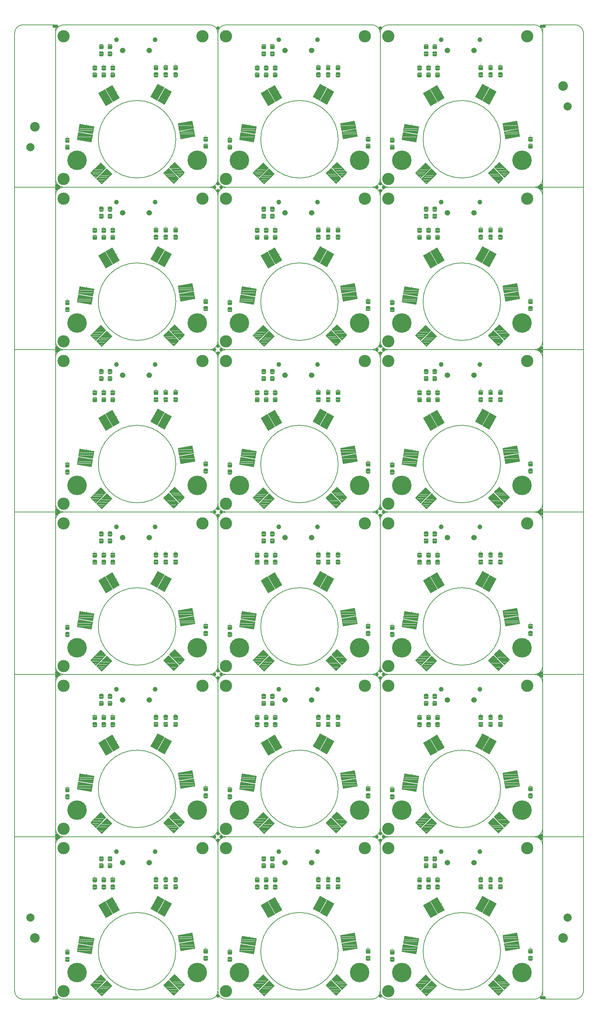
<source format=gbr>
G04 -- output software:jlccam v1.3.0 *
G04 -- dbname:*
G04 -- stepname:set*
G04 -- layer:ts*
*
G04 -- format*
%FSLAX26Y26*%
%MOIN*%
*
G04 -- apertures*
%ADD10C,0.008000*%
%ADD11C,0.004000*%
%ADD12C,0.002000*%
%ADD13C,0.001000*%
%ADD14C,0.016000*%
%ADD15C,0.188040*%
%ADD16C,0.118110*%
%ADD17C,0.035040*%
%ADD18C,0.052134*%
%ADD19C,0.045276*%
%ADD20C,0.005904*%
%ADD21C,0.009842*%
%ADD22C,0.092520*%
%ADD23C,0.006000*%
%ADD24C,0.078740*%
%ADD25C,0.007874*%
%ADD26C,0.033544*%
*
G75*
G90*
*
G54D10*
%LPD*%
G01*
D10*
X1724448Y550378D02*
X1683591D01*
X1725841Y542478D02*
X1638795D01*
X1727234Y534578D02*
X1593999D01*
X1728627Y526678D02*
X1593785D01*
X1730020Y518778D02*
X1595178D01*
X1731414Y510878D02*
X1596571D01*
X1732807Y502978D02*
X1597964D01*
X1734200Y495078D02*
X1599357D01*
X1693128Y487178D02*
X1600750D01*
X1648332Y479278D02*
X1602143D01*
X1734312Y494441D02*
X1723216Y557366D01*
X1592440Y534303D01*
X1603536Y471378D01*
X1734312Y494441D01*
D11*
X1725000Y558762D02*
X1719621D01*
X1725688Y554862D02*
X1697506D01*
X1726376Y550962D02*
X1675391D01*
X1727063Y547062D02*
X1653276D01*
X1727751Y543162D02*
X1631161D01*
X1728439Y539262D02*
X1609046D01*
X1729126Y535362D02*
X1590223D01*
X1734604Y492462D02*
X1597788D01*
X1712489Y488562D02*
X1598476D01*
X1690374Y484662D02*
X1599163D01*
X1668259Y480762D02*
X1599851D01*
X1646144Y476862D02*
X1600539D01*
X1624029Y472962D02*
X1601226D01*
X1736628Y492819D02*
X1724838Y559682D01*
X1590124Y535925D01*
X1601914Y469062D01*
X1736628Y492819D01*
D12*
X1725945Y559162D02*
X1716128D01*
X1729630Y538262D02*
X1597618D01*
X1729965Y536362D02*
X1589032D01*
X1737671Y492662D02*
X1596737D01*
X1730722Y490762D02*
X1597072D01*
X1719948Y488862D02*
X1597407D01*
X1676854Y481262D02*
X1598747D01*
X1633759Y473662D02*
X1600088D01*
X1612212Y469862D02*
X1600758D01*
X1737515Y491960D02*
X1737730Y492328D01*
X1725726Y560404D01*
X1725620Y560617D01*
X1725314Y560782D01*
X1589237Y536784D01*
X1589022Y536416D01*
X1601026Y468340D01*
X1601132Y468127D01*
X1601438Y467962D01*
X1737515Y491960D01*
D13*
X1726440Y559239D02*
X1713684D01*
X1726599Y558339D02*
X1708580D01*
X1726758Y557439D02*
X1703477D01*
X1727075Y555639D02*
X1693270D01*
X1727869Y551139D02*
X1667753D01*
X1728027Y550239D02*
X1662650D01*
X1728504Y547539D02*
X1647340D01*
X1729138Y543939D02*
X1626926D01*
X1729297Y543039D02*
X1621823D01*
X1729456Y542139D02*
X1616719D01*
X1730249Y537639D02*
X1591203D01*
X1730408Y536739D02*
X1588632D01*
X1738184Y492639D02*
X1596232D01*
X1737964Y491739D02*
X1596391D01*
X1734041Y490839D02*
X1596550D01*
X1723834Y489039D02*
X1596867D01*
X1703421Y485439D02*
X1597502D01*
X1683007Y481839D02*
X1598137D01*
X1662594Y478239D02*
X1598771D01*
X1657490Y477339D02*
X1598930D01*
X1637077Y473739D02*
X1599565D01*
X1616663Y470139D02*
X1600200D01*
X1606456Y468339D02*
X1600517D01*
X1737829Y491507D02*
X1738255Y492237D01*
X1726207Y560563D01*
X1725997Y560983D01*
X1725399Y561305D01*
X1588923Y537237D01*
X1588497Y536507D01*
X1600545Y468181D01*
X1600755Y467761D01*
X1601353Y467439D01*
X1737829Y491507D01*
D10*
X1710433Y629861D02*
X1669576D01*
X1711826Y621961D02*
X1624780D01*
X1713219Y614061D02*
X1579984D01*
X1714612Y606161D02*
X1579770D01*
X1716005Y598261D02*
X1581163D01*
X1717399Y590361D02*
X1582556D01*
X1718792Y582461D02*
X1583949D01*
X1720185Y574561D02*
X1585342D01*
X1679113Y566661D02*
X1586735D01*
X1634317Y558761D02*
X1588128D01*
X1720297Y573924D02*
X1709201Y636849D01*
X1578425Y613786D01*
X1589521Y550861D01*
X1720297Y573924D01*
D11*
X1710985Y638245D02*
X1705606D01*
X1711673Y634345D02*
X1683491D01*
X1712361Y630445D02*
X1661376D01*
X1713048Y626545D02*
X1639261D01*
X1713736Y622645D02*
X1617146D01*
X1714424Y618745D02*
X1595031D01*
X1715111Y614845D02*
X1576208D01*
X1720589Y571945D02*
X1583773D01*
X1698474Y568045D02*
X1584461D01*
X1676359Y564145D02*
X1585148D01*
X1654244Y560245D02*
X1585836D01*
X1632129Y556345D02*
X1586524D01*
X1610014Y552445D02*
X1587211D01*
X1722613Y572302D02*
X1710823Y639165D01*
X1576109Y615408D01*
X1587899Y548545D01*
X1722613Y572302D01*
D12*
X1711930Y638645D02*
X1702113D01*
X1715615Y617745D02*
X1583603D01*
X1715950Y615845D02*
X1575017D01*
X1723656Y572145D02*
X1582722D01*
X1716707Y570245D02*
X1583057D01*
X1705933Y568345D02*
X1583392D01*
X1662839Y560745D02*
X1584732D01*
X1619744Y553145D02*
X1586073D01*
X1598197Y549345D02*
X1586743D01*
X1723500Y571443D02*
X1723715Y571811D01*
X1711711Y639887D01*
X1711605Y640100D01*
X1711299Y640265D01*
X1575222Y616267D01*
X1575007Y615899D01*
X1587011Y547823D01*
X1587117Y547610D01*
X1587423Y547445D01*
X1723500Y571443D01*
D13*
X1712425Y638722D02*
X1699669D01*
X1712584Y637822D02*
X1694565D01*
X1712743Y636922D02*
X1689462D01*
X1713060Y635122D02*
X1679255D01*
X1713854Y630622D02*
X1653738D01*
X1714012Y629722D02*
X1648635D01*
X1714489Y627022D02*
X1633325D01*
X1715123Y623422D02*
X1612911D01*
X1715282Y622522D02*
X1607808D01*
X1715441Y621622D02*
X1602704D01*
X1716234Y617122D02*
X1577188D01*
X1716393Y616222D02*
X1574617D01*
X1724169Y572122D02*
X1582217D01*
X1723949Y571222D02*
X1582376D01*
X1720026Y570322D02*
X1582535D01*
X1709819Y568522D02*
X1582852D01*
X1689406Y564922D02*
X1583487D01*
X1668992Y561322D02*
X1584122D01*
X1648579Y557722D02*
X1584756D01*
X1643475Y556822D02*
X1584915D01*
X1623062Y553222D02*
X1585550D01*
X1602648Y549622D02*
X1586185D01*
X1592441Y547822D02*
X1586502D01*
X1723814Y570990D02*
X1724240Y571720D01*
X1712192Y640046D01*
X1711982Y640466D01*
X1711384Y640788D01*
X1574908Y616720D01*
X1574482Y615990D01*
X1586530Y547664D01*
X1586740Y547244D01*
X1587338Y546922D01*
X1723814Y570990D01*
D10*
X1546387Y232645D02*
X1536827D01*
X1554287Y224745D02*
X1528928D01*
X1562187Y216845D02*
X1521028D01*
X1570088Y208945D02*
X1513129D01*
X1577988Y201045D02*
X1505229D01*
X1585888Y193145D02*
X1497330D01*
X1593788Y185245D02*
X1503422D01*
X1601688Y177345D02*
X1511322D01*
X1609588Y169445D02*
X1519222D01*
X1617489Y161545D02*
X1527123D01*
X1625389Y153645D02*
X1535023D01*
X1633289Y145745D02*
X1542923D01*
X1629823Y137845D02*
X1550823D01*
X1621923Y129945D02*
X1558723D01*
X1614023Y122045D02*
X1566623D01*
X1606124Y114145D02*
X1574524D01*
X1598224Y106245D02*
X1582424D01*
X1635506Y143528D02*
X1541607Y237425D01*
X1496426Y192241D01*
X1590324Y98345D01*
X1635506Y143528D01*
D11*
X1542043Y239817D02*
X1541171D01*
X1588844Y193017D02*
X1494372D01*
X1637123Y142317D02*
X1543523D01*
X1594224Y99417D02*
X1586424D01*
X1638334Y143528D02*
X1541607Y240253D01*
X1493597Y192242D01*
X1590324Y95517D01*
X1638334Y143528D01*
D12*
X1544557Y238717D02*
X1538656D01*
X1552157Y231117D02*
X1531057D01*
X1559758Y223517D02*
X1523457D01*
X1567358Y215917D02*
X1515858D01*
X1569258Y214017D02*
X1513958D01*
X1576858Y206417D02*
X1506358D01*
X1584458Y198817D02*
X1498759D01*
X1590158Y193117D02*
X1493059D01*
X1592059Y191217D02*
X1493208D01*
X1639522Y143717D02*
X1540709D01*
X1628537Y132317D02*
X1552109D01*
X1620937Y124717D02*
X1559709D01*
X1619037Y122817D02*
X1561609D01*
X1611438Y115217D02*
X1569210D01*
X1603838Y107617D02*
X1576810D01*
X1596238Y100017D02*
X1584410D01*
X1592438Y96217D02*
X1588210D01*
X1639548Y143328D02*
X1639519Y143758D01*
X1541807Y241467D01*
X1541377Y241438D01*
X1492384Y192442D01*
X1492413Y192012D01*
X1590110Y94317D01*
X1590538D01*
X1639548Y143328D01*
D13*
X1546163Y237817D02*
X1537050D01*
X1553363Y230617D02*
X1529851D01*
X1554263Y229717D02*
X1528951D01*
X1561464Y222517D02*
X1521751D01*
X1562364Y221617D02*
X1520851D01*
X1570464Y213517D02*
X1512752D01*
X1575864Y208117D02*
X1507352D01*
X1585764Y198217D02*
X1497453D01*
X1591165Y192817D02*
X1492053D01*
X1592065Y191917D02*
X1491918D01*
X1639766Y144217D02*
X1539503D01*
X1640050Y143317D02*
X1540403D01*
X1636643Y139717D02*
X1544003D01*
X1635743Y138817D02*
X1544903D01*
X1627643Y130717D02*
X1553003D01*
X1622243Y125317D02*
X1558403D01*
X1614144Y117217D02*
X1566504D01*
X1613244Y116317D02*
X1567404D01*
X1606044Y109117D02*
X1574604D01*
X1605144Y108217D02*
X1575504D01*
X1597944Y101017D02*
X1582704D01*
X1593444Y96517D02*
X1587204D01*
X1592544Y95617D02*
X1588104D01*
X1591644Y94717D02*
X1589004D01*
X1640062Y143136D02*
X1640006Y143977D01*
X1541999Y241981D01*
X1541158Y241925D01*
X1491870Y192634D01*
X1491926Y191793D01*
X1589904Y93817D01*
X1590744D01*
X1640062Y143136D01*
D10*
X1489318Y175575D02*
X1479758D01*
X1497218Y167675D02*
X1471859D01*
X1505118Y159775D02*
X1463959D01*
X1513019Y151875D02*
X1456060D01*
X1520919Y143975D02*
X1448160D01*
X1528819Y136075D02*
X1440261D01*
X1536719Y128175D02*
X1446353D01*
X1544619Y120275D02*
X1454253D01*
X1552519Y112375D02*
X1462153D01*
X1560420Y104475D02*
X1470054D01*
X1568320Y96575D02*
X1477954D01*
X1576220Y88675D02*
X1485854D01*
X1572754Y80775D02*
X1493754D01*
X1564854Y72875D02*
X1501654D01*
X1556954Y64975D02*
X1509554D01*
X1549055Y57075D02*
X1517455D01*
X1541155Y49175D02*
X1525355D01*
X1578437Y86458D02*
X1484538Y180355D01*
X1439357Y135171D01*
X1533255Y41275D01*
X1578437Y86458D01*
D11*
X1484974Y182747D02*
X1484102D01*
X1531775Y135947D02*
X1437303D01*
X1580054Y85247D02*
X1486454D01*
X1537155Y42347D02*
X1529355D01*
X1581265Y86458D02*
X1484538Y183183D01*
X1436528Y135172D01*
X1533255Y38447D01*
X1581265Y86458D01*
D12*
X1487488Y181647D02*
X1481587D01*
X1495088Y174047D02*
X1473988D01*
X1502689Y166447D02*
X1466388D01*
X1510289Y158847D02*
X1458789D01*
X1512189Y156947D02*
X1456889D01*
X1519789Y149347D02*
X1449289D01*
X1527389Y141747D02*
X1441690D01*
X1533089Y136047D02*
X1435990D01*
X1534990Y134147D02*
X1436139D01*
X1582453Y86647D02*
X1483640D01*
X1571468Y75247D02*
X1495040D01*
X1563868Y67647D02*
X1502640D01*
X1561968Y65747D02*
X1504540D01*
X1554369Y58147D02*
X1512141D01*
X1546769Y50547D02*
X1519741D01*
X1539169Y42947D02*
X1527341D01*
X1535369Y39147D02*
X1531141D01*
X1582479Y86258D02*
X1582450Y86688D01*
X1484738Y184397D01*
X1484308Y184368D01*
X1435315Y135372D01*
X1435344Y134942D01*
X1533041Y37247D01*
X1533469D01*
X1582479Y86258D01*
D13*
X1489094Y180747D02*
X1479981D01*
X1496294Y173547D02*
X1472782D01*
X1497194Y172647D02*
X1471882D01*
X1504395Y165447D02*
X1464682D01*
X1505295Y164547D02*
X1463782D01*
X1513395Y156447D02*
X1455683D01*
X1518795Y151047D02*
X1450283D01*
X1528695Y141147D02*
X1440384D01*
X1534096Y135747D02*
X1434984D01*
X1534996Y134847D02*
X1434849D01*
X1582697Y87147D02*
X1482434D01*
X1582981Y86247D02*
X1483334D01*
X1579574Y82647D02*
X1486934D01*
X1578674Y81747D02*
X1487834D01*
X1570574Y73647D02*
X1495934D01*
X1565174Y68247D02*
X1501334D01*
X1557075Y60147D02*
X1509435D01*
X1556175Y59247D02*
X1510335D01*
X1548975Y52047D02*
X1517535D01*
X1548075Y51147D02*
X1518435D01*
X1540875Y43947D02*
X1525635D01*
X1536375Y39447D02*
X1530135D01*
X1535475Y38547D02*
X1531035D01*
X1534575Y37647D02*
X1531935D01*
X1582993Y86066D02*
X1582937Y86907D01*
X1484930Y184911D01*
X1484089Y184855D01*
X1434801Y135564D01*
X1434857Y134723D01*
X1532835Y36747D01*
X1533675D01*
X1582993Y86066D01*
D14*
X1468767Y937922D02*
X1447560D01*
X1497284Y922022D02*
X1438694D01*
X1493831Y906122D02*
X1429829D01*
X1484966Y890222D02*
X1420964D01*
X1476100Y874322D02*
X1412098D01*
X1467235Y858422D02*
X1403233D01*
X1458370Y842522D02*
X1394368D01*
X1449504Y826622D02*
X1412122D01*
X1501413Y919720D02*
X1452589Y946942D01*
X1391815Y837944D01*
X1440639Y810722D01*
X1501413Y919720D01*
D10*
X1459832Y947482D02*
X1448312D01*
X1474001Y939582D02*
X1443907D01*
X1488170Y931682D02*
X1439502D01*
X1502339Y923782D02*
X1435097D01*
X1459803Y836882D02*
X1386644D01*
X1455398Y828982D02*
X1399678D01*
X1450994Y821082D02*
X1413846D01*
X1446589Y813182D02*
X1428015D01*
X1506853Y921265D02*
X1451044Y952382D01*
X1386375Y836399D01*
X1442184Y805282D01*
X1506853Y921265D01*
D11*
X1451064Y954661D02*
X1450025D01*
X1507022Y923461D02*
X1432628D01*
X1460353Y833761D02*
X1386999D01*
X1458179Y829861D02*
X1393994D01*
X1449481Y814261D02*
X1421973D01*
X1445132Y806461D02*
X1435962D01*
X1509574Y922038D02*
X1450271Y955103D01*
X1383654Y835626D01*
X1442957Y802561D01*
X1509574Y922038D01*
D12*
X1455492Y953338D02*
X1448141D01*
X1510015Y922938D02*
X1431191D01*
X1462490Y835538D02*
X1382459D01*
X1461430Y833638D02*
X1385165D01*
X1450837Y814638D02*
X1419241D01*
X1446599Y807038D02*
X1432872D01*
X1444480Y803238D02*
X1439687D01*
X1443505Y801489D02*
X1510797Y922176D01*
X1510646Y922586D01*
X1450133Y956326D01*
X1449723Y956175D01*
X1382431Y835488D01*
X1382582Y835078D01*
X1443095Y801338D01*
X1443505Y801489D01*
D13*
X1450866Y956489D02*
X1449326D01*
X1457323Y952889D02*
X1447319D01*
X1458937Y951989D02*
X1446817D01*
X1467008Y947489D02*
X1444308D01*
X1468622Y946589D02*
X1443806D01*
X1484764Y937589D02*
X1438788D01*
X1486378Y936689D02*
X1438286D01*
X1496063Y931289D02*
X1435275D01*
X1510590Y923189D02*
X1430759D01*
X1511289Y922289D02*
X1430257D01*
X1463257Y835889D02*
X1382083D01*
X1462756Y834989D02*
X1382081D01*
X1462254Y834089D02*
X1383330D01*
X1460247Y830489D02*
X1389787D01*
X1452218Y816089D02*
X1415613D01*
X1451716Y815189D02*
X1417227D01*
X1447701Y807989D02*
X1430141D01*
X1445192Y803489D02*
X1438212D01*
X1444188Y801689D02*
X1441440D01*
X1443850Y801082D02*
X1511346Y922135D01*
X1511053Y922931D01*
X1450174Y956875D01*
X1449378Y956582D01*
X1381882Y835529D01*
X1382175Y834733D01*
X1443054Y800789D01*
X1443850Y801082D01*
D14*
X1398276Y977226D02*
X1377069D01*
X1426793Y961326D02*
X1368203D01*
X1423340Y945426D02*
X1359338D01*
X1414475Y929526D02*
X1350473D01*
X1405609Y913626D02*
X1341607D01*
X1396744Y897726D02*
X1332742D01*
X1387879Y881826D02*
X1323877D01*
X1379013Y865926D02*
X1341631D01*
X1430922Y959024D02*
X1382098Y986246D01*
X1321324Y877248D01*
X1370148Y850026D01*
X1430922Y959024D01*
D10*
X1389341Y986786D02*
X1377821D01*
X1403510Y978886D02*
X1373416D01*
X1417679Y970986D02*
X1369011D01*
X1431848Y963086D02*
X1364606D01*
X1389312Y876186D02*
X1316153D01*
X1384907Y868286D02*
X1329187D01*
X1380503Y860386D02*
X1343355D01*
X1376098Y852486D02*
X1357524D01*
X1436362Y960569D02*
X1380553Y991686D01*
X1315884Y875703D01*
X1371693Y844586D01*
X1436362Y960569D01*
D11*
X1380573Y993965D02*
X1379534D01*
X1436531Y962765D02*
X1362137D01*
X1389862Y873065D02*
X1316508D01*
X1387688Y869165D02*
X1323503D01*
X1378990Y853565D02*
X1351482D01*
X1374641Y845765D02*
X1365471D01*
X1439083Y961342D02*
X1379780Y994407D01*
X1313163Y874930D01*
X1372466Y841865D01*
X1439083Y961342D01*
D12*
X1385001Y992642D02*
X1377650D01*
X1439524Y962242D02*
X1360700D01*
X1391999Y874842D02*
X1311968D01*
X1390939Y872942D02*
X1314674D01*
X1380346Y853942D02*
X1348750D01*
X1376108Y846342D02*
X1362381D01*
X1373989Y842542D02*
X1369196D01*
X1373014Y840793D02*
X1440306Y961480D01*
X1440155Y961890D01*
X1379642Y995630D01*
X1379232Y995479D01*
X1311940Y874792D01*
X1312091Y874382D01*
X1372604Y840642D01*
X1373014Y840793D01*
D13*
X1380375Y995793D02*
X1378835D01*
X1386832Y992193D02*
X1376828D01*
X1388446Y991293D02*
X1376326D01*
X1396517Y986793D02*
X1373817D01*
X1398131Y985893D02*
X1373315D01*
X1414273Y976893D02*
X1368297D01*
X1415887Y975993D02*
X1367795D01*
X1425572Y970593D02*
X1364784D01*
X1440099Y962493D02*
X1360268D01*
X1440798Y961593D02*
X1359766D01*
X1392766Y875193D02*
X1311592D01*
X1392265Y874293D02*
X1311590D01*
X1391763Y873393D02*
X1312839D01*
X1389756Y869793D02*
X1319296D01*
X1381727Y855393D02*
X1345122D01*
X1381225Y854493D02*
X1346736D01*
X1377210Y847293D02*
X1359650D01*
X1374701Y842793D02*
X1367721D01*
X1373697Y840993D02*
X1370949D01*
X1373359Y840386D02*
X1440855Y961439D01*
X1440562Y962235D01*
X1379683Y996179D01*
X1378887Y995886D01*
X1311391Y874833D01*
X1311684Y874037D01*
X1372563Y840093D01*
X1373359Y840386D01*
D10*
X669498Y599507D02*
X628642D01*
X714293Y591607D02*
X627249D01*
X759089Y583707D02*
X625856D01*
X759304Y575807D02*
X624464D01*
X757911Y567907D02*
X623071D01*
X756518Y560007D02*
X621678D01*
X755125Y552107D02*
X620285D01*
X753732Y544207D02*
X618892D01*
X752340Y536307D02*
X659963D01*
X750947Y528407D02*
X704759D01*
X760648Y583432D02*
X629874Y606495D01*
X618780Y543570D01*
X749554Y520507D01*
X760648Y583432D01*
D11*
X633469Y607891D02*
X628090D01*
X655583Y603991D02*
X627402D01*
X677698Y600091D02*
X626715D01*
X699813Y596191D02*
X626027D01*
X721927Y592291D02*
X625340D01*
X744042Y588391D02*
X624652D01*
X762865Y584491D02*
X623964D01*
X755301Y541591D02*
X618488D01*
X754614Y537691D02*
X640603D01*
X753926Y533791D02*
X662718D01*
X753239Y529891D02*
X684832D01*
X752551Y525991D02*
X706947D01*
X751864Y522091D02*
X729061D01*
X762964Y585054D02*
X628252Y608811D01*
X616464Y541948D01*
X751176Y518191D01*
X762964Y585054D01*
D12*
X636962Y608291D02*
X627145D01*
X755473Y587391D02*
X623460D01*
X764057Y585491D02*
X623125D01*
X756352Y541791D02*
X615421D01*
X756017Y539891D02*
X622367D01*
X755682Y537991D02*
X633141D01*
X754342Y530391D02*
X676236D01*
X753002Y522791D02*
X719331D01*
X752332Y518991D02*
X740878D01*
X751958Y517256D02*
X752064Y517469D01*
X764067Y585549D01*
X763848Y585914D01*
X627776Y609911D01*
X627470Y609746D01*
X627364Y609533D01*
X615361Y541453D01*
X615580Y541088D01*
X751652Y517091D01*
X751958Y517256D01*
D13*
X639406Y608368D02*
X626651D01*
X644510Y607468D02*
X626492D01*
X649613Y606568D02*
X626333D01*
X659820Y604768D02*
X626016D01*
X685338Y600268D02*
X625222D01*
X690441Y599368D02*
X625064D01*
X705752Y596668D02*
X624588D01*
X726165Y593068D02*
X623953D01*
X731269Y592168D02*
X623794D01*
X736372Y591268D02*
X623636D01*
X761890Y586768D02*
X622842D01*
X764458Y585868D02*
X622684D01*
X756697Y540868D02*
X615130D01*
X756539Y539968D02*
X619047D01*
X756221Y538168D02*
X629254D01*
X755587Y534568D02*
X649667D01*
X754952Y530968D02*
X670081D01*
X754317Y527368D02*
X690495D01*
X754159Y526468D02*
X695599D01*
X753524Y522868D02*
X716013D01*
X752889Y519268D02*
X736427D01*
X752572Y517468D02*
X746634D01*
X752335Y516890D02*
X752544Y517310D01*
X764592Y585645D01*
X764158Y586368D01*
X627691Y610434D01*
X627093Y610112D01*
X626884Y609692D01*
X614836Y541357D01*
X615270Y540634D01*
X751737Y516568D01*
X752335Y516890D01*
D10*
X655484Y520024D02*
X614628D01*
X700279Y512124D02*
X613235D01*
X745075Y504224D02*
X611842D01*
X745290Y496324D02*
X610450D01*
X743897Y488424D02*
X609057D01*
X742504Y480524D02*
X607664D01*
X741111Y472624D02*
X606271D01*
X739718Y464724D02*
X604878D01*
X738326Y456824D02*
X645949D01*
X736933Y448924D02*
X690745D01*
X746634Y503949D02*
X615860Y527012D01*
X604766Y464087D01*
X735540Y441024D01*
X746634Y503949D01*
D11*
X619455Y528408D02*
X614076D01*
X641569Y524508D02*
X613388D01*
X663684Y520608D02*
X612701D01*
X685799Y516708D02*
X612013D01*
X707913Y512808D02*
X611326D01*
X730028Y508908D02*
X610638D01*
X748851Y505008D02*
X609950D01*
X741287Y462108D02*
X604474D01*
X740600Y458208D02*
X626589D01*
X739912Y454308D02*
X648704D01*
X739225Y450408D02*
X670818D01*
X738537Y446508D02*
X692933D01*
X737850Y442608D02*
X715047D01*
X748950Y505571D02*
X614238Y529328D01*
X602450Y462465D01*
X737162Y438708D01*
X748950Y505571D01*
D12*
X622948Y528808D02*
X613131D01*
X741459Y507908D02*
X609446D01*
X750043Y506008D02*
X609111D01*
X742338Y462308D02*
X601407D01*
X742003Y460408D02*
X608353D01*
X741668Y458508D02*
X619127D01*
X740328Y450908D02*
X662222D01*
X738988Y443308D02*
X705317D01*
X738318Y439508D02*
X726864D01*
X737944Y437773D02*
X738050Y437986D01*
X750053Y506066D01*
X749834Y506431D01*
X613762Y530428D01*
X613456Y530263D01*
X613350Y530050D01*
X601347Y461970D01*
X601566Y461605D01*
X737638Y437608D01*
X737944Y437773D01*
D13*
X625392Y528885D02*
X612637D01*
X630496Y527985D02*
X612478D01*
X635599Y527085D02*
X612319D01*
X645806Y525285D02*
X612002D01*
X671324Y520785D02*
X611208D01*
X676427Y519885D02*
X611050D01*
X691738Y517185D02*
X610574D01*
X712151Y513585D02*
X609939D01*
X717255Y512685D02*
X609780D01*
X722358Y511785D02*
X609622D01*
X747876Y507285D02*
X608828D01*
X750444Y506385D02*
X608670D01*
X742683Y461385D02*
X601116D01*
X742525Y460485D02*
X605033D01*
X742207Y458685D02*
X615240D01*
X741573Y455085D02*
X635653D01*
X740938Y451485D02*
X656067D01*
X740303Y447885D02*
X676481D01*
X740145Y446985D02*
X681585D01*
X739510Y443385D02*
X701999D01*
X738875Y439785D02*
X722413D01*
X738558Y437985D02*
X732620D01*
X738321Y437407D02*
X738530Y437827D01*
X750578Y506162D01*
X750144Y506885D01*
X613677Y530951D01*
X613079Y530629D01*
X612870Y530209D01*
X600822Y461874D01*
X601256Y461151D01*
X737723Y437085D01*
X738321Y437407D01*
D14*
X942958Y964700D02*
X922585D01*
X952138Y948800D02*
X895046D01*
X961318Y932900D02*
X896774D01*
X970498Y917000D02*
X905954D01*
X979678Y901100D02*
X915134D01*
X988858Y885200D02*
X924314D01*
X998037Y869300D02*
X933495D01*
X979395Y853400D02*
X942675D01*
X1000262Y865447D02*
X937865Y973522D01*
X889457Y945573D01*
X951855Y837500D01*
X1000262Y865447D01*
D10*
X942071Y974236D02*
X931102D01*
X946632Y966336D02*
X917419D01*
X951194Y958436D02*
X903736D01*
X955755Y950536D02*
X890053D01*
X1005125Y863636D02*
X932146D01*
X991441Y855736D02*
X936707D01*
X977758Y847836D02*
X941269D01*
X964074Y839936D02*
X945830D01*
X1005726Y863983D02*
X939329Y978986D01*
X883993Y947037D01*
X950391Y832036D01*
X1005726Y863983D01*
D11*
X940242Y981404D02*
X939517D01*
X958256Y950204D02*
X885478D01*
X960507Y946304D02*
X882107D01*
X1007792Y864404D02*
X929393D01*
X1003700Y860504D02*
X931645D01*
X996945Y856604D02*
X933897D01*
X969924Y841004D02*
X942904D01*
X956414Y833204D02*
X947407D01*
X1008458Y863251D02*
X940061Y981718D01*
X881261Y947769D01*
X949659Y829304D01*
X1008458Y863251D01*
D12*
X942160Y980084D02*
X935231D01*
X959711Y949684D02*
X882578D01*
X960808Y947784D02*
X880098D01*
X964099Y942084D02*
X883389D01*
X1009074Y864184D02*
X928365D01*
X1008784Y862284D02*
X929462D01*
X972583Y841384D02*
X941529D01*
X959419Y833784D02*
X945917D01*
X952837Y829984D02*
X948111D01*
X1009565Y862735D02*
X1009669Y863154D01*
X940585Y982812D01*
X940174Y982938D01*
X880139Y948276D01*
X880059Y947851D01*
X949135Y828210D01*
X949546Y828084D01*
X1009565Y862735D01*
D13*
X940887Y983242D02*
X939701D01*
X942992Y979642D02*
X933465D01*
X943511Y978742D02*
X931907D01*
X946109Y974242D02*
X924112D01*
X946629Y973342D02*
X922554D01*
X951825Y964342D02*
X906965D01*
X952345Y963442D02*
X905406D01*
X955463Y958042D02*
X896053D01*
X960659Y949042D02*
X880465D01*
X961178Y948142D02*
X879604D01*
X961698Y947242D02*
X879834D01*
X963776Y943642D02*
X881912D01*
X1010022Y863542D02*
X928159D01*
X1010056Y862642D02*
X928679D01*
X1008844Y861742D02*
X929198D01*
X1001050Y857242D02*
X931796D01*
X976108Y842842D02*
X940111D01*
X974549Y841942D02*
X940630D01*
X962078Y834742D02*
X944787D01*
X954284Y830242D02*
X947385D01*
X951166Y828442D02*
X948425D01*
X1009998Y862408D02*
X1010203Y863229D01*
X940919Y983232D01*
X940113Y983480D01*
X879689Y948594D01*
X879533Y947763D01*
X948801Y827790D01*
X949607Y827542D01*
X1009998Y862408D01*
D14*
X873062Y924346D02*
X852689D01*
X882242Y908446D02*
X825150D01*
X891422Y892546D02*
X826878D01*
X900602Y876646D02*
X836058D01*
X909782Y860746D02*
X845238D01*
X918962Y844846D02*
X854418D01*
X928141Y828946D02*
X863599D01*
X909499Y813046D02*
X872779D01*
X930366Y825093D02*
X867969Y933168D01*
X819561Y905219D01*
X881959Y797146D01*
X930366Y825093D01*
D10*
X872175Y933882D02*
X861206D01*
X876736Y925982D02*
X847523D01*
X881298Y918082D02*
X833840D01*
X885859Y910182D02*
X820157D01*
X935229Y823282D02*
X862250D01*
X921545Y815382D02*
X866811D01*
X907862Y807482D02*
X871373D01*
X894178Y799582D02*
X875934D01*
X935830Y823629D02*
X869433Y938632D01*
X814097Y906683D01*
X880495Y791682D01*
X935830Y823629D01*
D11*
X870346Y941050D02*
X869621D01*
X888360Y909850D02*
X815582D01*
X890611Y905950D02*
X812211D01*
X937896Y824050D02*
X859497D01*
X933804Y820150D02*
X861749D01*
X927049Y816250D02*
X864001D01*
X900028Y800650D02*
X873008D01*
X886518Y792850D02*
X877511D01*
X938562Y822897D02*
X870165Y941364D01*
X811365Y907415D01*
X879763Y788950D01*
X938562Y822897D01*
D12*
X872264Y939730D02*
X865335D01*
X889815Y909330D02*
X812682D01*
X890912Y907430D02*
X810202D01*
X894203Y901730D02*
X813493D01*
X939178Y823830D02*
X858469D01*
X938888Y821930D02*
X859566D01*
X902687Y801030D02*
X871633D01*
X889523Y793430D02*
X876021D01*
X882941Y789630D02*
X878215D01*
X939669Y822381D02*
X939773Y822800D01*
X870689Y942458D01*
X870278Y942584D01*
X810243Y907922D01*
X810163Y907497D01*
X879239Y787856D01*
X879650Y787730D01*
X939669Y822381D01*
D13*
X870991Y942888D02*
X869805D01*
X873096Y939288D02*
X863569D01*
X873615Y938388D02*
X862011D01*
X876213Y933888D02*
X854216D01*
X876733Y932988D02*
X852658D01*
X881929Y923988D02*
X837069D01*
X882449Y923088D02*
X835510D01*
X885567Y917688D02*
X826157D01*
X890763Y908688D02*
X810569D01*
X891282Y907788D02*
X809708D01*
X891802Y906888D02*
X809938D01*
X893880Y903288D02*
X812016D01*
X940126Y823188D02*
X858263D01*
X940160Y822288D02*
X858783D01*
X938948Y821388D02*
X859302D01*
X931154Y816888D02*
X861900D01*
X906212Y802488D02*
X870215D01*
X904653Y801588D02*
X870734D01*
X892182Y794388D02*
X874891D01*
X884388Y789888D02*
X877489D01*
X881270Y788088D02*
X878529D01*
X940102Y822054D02*
X940307Y822875D01*
X871023Y942878D01*
X870217Y943126D01*
X809793Y908240D01*
X809637Y907409D01*
X878905Y787436D01*
X879711Y787188D01*
X940102Y822054D01*
D10*
X835225Y227153D02*
X825665D01*
X843126Y219253D02*
X817765D01*
X851026Y211353D02*
X809866D01*
X858927Y203453D02*
X801966D01*
X866827Y195553D02*
X794066D01*
X874728Y187653D02*
X786166D01*
X868630Y179753D02*
X778267D01*
X860730Y171853D02*
X770367D01*
X852830Y163953D02*
X762467D01*
X844930Y156053D02*
X754567D01*
X837030Y148153D02*
X746668D01*
X829130Y140253D02*
X738768D01*
X821231Y132353D02*
X742230D01*
X813331Y124453D02*
X750130D01*
X805431Y116553D02*
X758030D01*
X797531Y108653D02*
X765931D01*
X789631Y100753D02*
X773831D01*
X875629Y186752D02*
X830445Y231933D01*
X736549Y138034D01*
X781731Y92853D01*
X875629Y186752D01*
D11*
X830883Y234325D02*
X830009D01*
X877684Y187525D02*
X783210D01*
X828531Y136825D02*
X734930D01*
X785631Y93925D02*
X777831D01*
X878457Y186752D02*
X830446Y234762D01*
X733721Y138034D01*
X781731Y90025D01*
X878457Y186752D01*
D12*
X833396Y233225D02*
X827495D01*
X840997Y225625D02*
X819895D01*
X848597Y218025D02*
X812296D01*
X856198Y210425D02*
X804696D01*
X858098Y208525D02*
X802796D01*
X865698Y200925D02*
X795196D01*
X873299Y193325D02*
X787596D01*
X878999Y187625D02*
X781896D01*
X878844Y185725D02*
X779997D01*
X831344Y138225D02*
X732508D01*
X819945Y126825D02*
X743515D01*
X812345Y119225D02*
X751116D01*
X810445Y117325D02*
X753016D01*
X802845Y109725D02*
X760616D01*
X795245Y102125D02*
X768216D01*
X787645Y94525D02*
X775817D01*
X783845Y90725D02*
X779617D01*
X879671Y186552D02*
X879642Y186982D01*
X830646Y235975D01*
X830216Y235946D01*
X732507Y138234D01*
X732536Y137804D01*
X781517Y88825D01*
X781945D01*
X879671Y186552D01*
D13*
X835002Y232325D02*
X825889D01*
X842203Y225125D02*
X818689D01*
X843103Y224225D02*
X817789D01*
X850303Y217025D02*
X810590D01*
X851203Y216125D02*
X809690D01*
X859304Y208025D02*
X801590D01*
X864704Y202625D02*
X796190D01*
X874605Y192725D02*
X786290D01*
X880005Y187325D02*
X780891D01*
X880181Y186425D02*
X779991D01*
X832550Y138725D02*
X732292D01*
X831650Y137825D02*
X732033D01*
X830751Y136925D02*
X732709D01*
X828051Y134225D02*
X735409D01*
X827151Y133325D02*
X736309D01*
X819051Y125225D02*
X744410D01*
X813651Y119825D02*
X749810D01*
X805551Y111725D02*
X757910D01*
X804651Y110825D02*
X758810D01*
X797451Y103625D02*
X766010D01*
X796551Y102725D02*
X766910D01*
X789351Y95525D02*
X774111D01*
X784851Y91025D02*
X778611D01*
X783951Y90125D02*
X779511D01*
X783051Y89225D02*
X780411D01*
X880185Y186360D02*
X880129Y187201D01*
X830838Y236489D01*
X829997Y236433D01*
X731993Y138426D01*
X732049Y137585D01*
X781311Y88325D01*
X782151D01*
X880185Y186360D01*
D10*
X892294Y170083D02*
X882734D01*
X900195Y162183D02*
X874834D01*
X908095Y154283D02*
X866935D01*
X915996Y146383D02*
X859035D01*
X923896Y138483D02*
X851135D01*
X931797Y130583D02*
X843235D01*
X925699Y122683D02*
X835336D01*
X917799Y114783D02*
X827436D01*
X909899Y106883D02*
X819536D01*
X901999Y98983D02*
X811636D01*
X894099Y91083D02*
X803737D01*
X886199Y83183D02*
X795837D01*
X878300Y75283D02*
X799299D01*
X870400Y67383D02*
X807199D01*
X862500Y59483D02*
X815099D01*
X854600Y51583D02*
X823000D01*
X846700Y43683D02*
X830900D01*
X932698Y129682D02*
X887514Y174863D01*
X793618Y80964D01*
X838800Y35783D01*
X932698Y129682D01*
D11*
X887952Y177255D02*
X887078D01*
X934753Y130455D02*
X840279D01*
X885600Y79755D02*
X791999D01*
X842700Y36855D02*
X834900D01*
X935526Y129682D02*
X887515Y177692D01*
X790790Y80964D01*
X838800Y32955D01*
X935526Y129682D01*
D12*
X890465Y176155D02*
X884564D01*
X898066Y168555D02*
X876964D01*
X905666Y160955D02*
X869365D01*
X913267Y153355D02*
X861765D01*
X915167Y151455D02*
X859865D01*
X922767Y143855D02*
X852265D01*
X930368Y136255D02*
X844665D01*
X936068Y130555D02*
X838965D01*
X935913Y128655D02*
X837066D01*
X888413Y81155D02*
X789577D01*
X877014Y69755D02*
X800584D01*
X869414Y62155D02*
X808185D01*
X867514Y60255D02*
X810085D01*
X859914Y52655D02*
X817685D01*
X852314Y45055D02*
X825285D01*
X844714Y37455D02*
X832886D01*
X840914Y33655D02*
X836686D01*
X936740Y129482D02*
X936711Y129912D01*
X887715Y178905D01*
X887285Y178876D01*
X789576Y81164D01*
X789605Y80734D01*
X838586Y31755D01*
X839014D01*
X936740Y129482D01*
D13*
X892071Y175255D02*
X882958D01*
X899272Y168055D02*
X875758D01*
X900172Y167155D02*
X874858D01*
X907372Y159955D02*
X867659D01*
X908272Y159055D02*
X866759D01*
X916373Y150955D02*
X858659D01*
X921773Y145555D02*
X853259D01*
X931674Y135655D02*
X843359D01*
X937074Y130255D02*
X837960D01*
X937250Y129355D02*
X837060D01*
X889619Y81655D02*
X789361D01*
X888719Y80755D02*
X789102D01*
X887820Y79855D02*
X789778D01*
X885120Y77155D02*
X792478D01*
X884220Y76255D02*
X793378D01*
X876120Y68155D02*
X801479D01*
X870720Y62755D02*
X806879D01*
X862620Y54655D02*
X814979D01*
X861720Y53755D02*
X815879D01*
X854520Y46555D02*
X823079D01*
X853620Y45655D02*
X823979D01*
X846420Y38455D02*
X831180D01*
X841920Y33955D02*
X835680D01*
X841020Y33055D02*
X836580D01*
X840120Y32155D02*
X837480D01*
X937254Y129290D02*
X937198Y130131D01*
X887907Y179419D01*
X887066Y179363D01*
X789062Y81356D01*
X789118Y80515D01*
X838380Y31255D01*
X839220D01*
X937254Y129290D01*
D11*
X522340Y405254D02*
X491790D01*
X524817Y401354D02*
X489312D01*
X525264Y397454D02*
X488863D01*
X525264Y393554D02*
X488863D01*
X525264Y389654D02*
X488864D01*
X525264Y385754D02*
X488864D01*
X525264Y381854D02*
X488864D01*
X525264Y377954D02*
X488865D01*
X525157Y374054D02*
X488972D01*
X523739Y370154D02*
X490391D01*
X516295Y366255D02*
X517269Y366311D01*
X518108Y366420D01*
X519800Y366934D01*
X521331Y367752D01*
X522670Y368851D01*
X523769Y370190D01*
X524588Y371722D01*
X525090Y373382D01*
X525264Y375140D01*
Y398702D01*
X525090Y400452D01*
X524588Y402112D01*
X523769Y403644D01*
X522670Y404983D01*
X521331Y406082D01*
X519799Y406901D01*
X518139Y407403D01*
X516376Y407577D01*
X497741D01*
X495991Y407403D01*
X494331Y406901D01*
X492799Y406082D01*
X491460Y404983D01*
X490361Y403644D01*
X489541Y402110D01*
X489038Y400446D01*
X488863Y398682D01*
X488865Y375171D01*
X488862Y374893D01*
X488894Y374845D01*
X489038Y373384D01*
X489543Y371721D01*
X490361Y370190D01*
X491460Y368851D01*
X492799Y367752D01*
X494332Y366932D01*
X495994Y366429D01*
X497768Y366254D01*
X516295Y366255D01*
D12*
X521634Y407054D02*
X492496D01*
X523824Y405154D02*
X490306D01*
X525111Y403254D02*
X489018D01*
X526231Y374754D02*
X487860D01*
X525975Y372854D02*
X488154D01*
X525311Y370954D02*
X488818D01*
X524130Y369054D02*
X490000D01*
X522178Y367154D02*
X491952D01*
X516335Y365255D02*
X517345Y365313D01*
X518324Y365441D01*
X520185Y366005D01*
X521887Y366915D01*
X523381Y368140D01*
X524606Y369634D01*
X525515Y371336D01*
X526076Y373186D01*
X526264Y375091D01*
Y398749D01*
X526076Y400649D01*
X525515Y402498D01*
X524606Y404200D01*
X523381Y405694D01*
X521887Y406919D01*
X520185Y407828D01*
X518335Y408389D01*
X516423Y408577D01*
X497694D01*
X495794Y408389D01*
X493945Y407828D01*
X492243Y406919D01*
X490749Y405694D01*
X489524Y404200D01*
X488613Y402496D01*
X488053Y400642D01*
X487863Y398730D01*
X487865Y375180D01*
X487859Y374701D01*
X487860Y374588D01*
X487924Y374494D01*
X488053Y373186D01*
X488614Y371336D01*
X489524Y369634D01*
X490749Y368140D01*
X492243Y366915D01*
X493946Y366005D01*
X495798Y365443D01*
X497721Y365254D01*
X516335Y365255D01*
D13*
X518523Y408854D02*
X495607D01*
X521010Y407954D02*
X493120D01*
X522509Y407054D02*
X491621D01*
X523608Y406154D02*
X490522D01*
X524387Y405254D02*
X489743D01*
X525090Y404354D02*
X489040D01*
X525571Y403454D02*
X488559D01*
X526021Y402554D02*
X488109D01*
X526723Y374654D02*
X487359D01*
X526634Y373754D02*
X487495D01*
X523332Y367454D02*
X490798D01*
X516346Y364755D02*
X517398Y364816D01*
X518431Y364950D01*
X520374Y365540D01*
X522164Y366497D01*
X523736Y367785D01*
X525024Y369357D01*
X525979Y371143D01*
X526568Y373087D01*
X526764Y375073D01*
Y398769D01*
X526568Y400747D01*
X525979Y402691D01*
X525024Y404477D01*
X523736Y406049D01*
X522164Y407337D01*
X520378Y408292D01*
X518434Y408881D01*
X516441Y409077D01*
X497674D01*
X495696Y408881D01*
X493752Y408292D01*
X491966Y407337D01*
X490394Y406049D01*
X489106Y404477D01*
X488150Y402690D01*
X487560Y400739D01*
X487363Y398749D01*
X487365Y375185D01*
X487359Y374695D01*
X487362Y374432D01*
X487439Y374319D01*
X487562Y373083D01*
X488149Y371147D01*
X489106Y369357D01*
X490394Y367785D01*
X491966Y366497D01*
X493753Y365541D01*
X495699Y364951D01*
X497703Y364754D01*
X516346Y364755D01*
D11*
X522340Y473167D02*
X491790D01*
X524817Y469267D02*
X489312D01*
X525264Y465367D02*
X488863D01*
X525264Y461467D02*
X488863D01*
X525264Y457567D02*
X488864D01*
X525264Y453667D02*
X488864D01*
X525264Y449767D02*
X488864D01*
X525264Y445867D02*
X488865D01*
X525157Y441967D02*
X488972D01*
X523739Y438067D02*
X490391D01*
X516295Y434168D02*
X517269Y434224D01*
X518108Y434333D01*
X519800Y434847D01*
X521331Y435665D01*
X522670Y436764D01*
X523769Y438103D01*
X524588Y439635D01*
X525090Y441295D01*
X525264Y443053D01*
Y466615D01*
X525090Y468365D01*
X524588Y470025D01*
X523769Y471557D01*
X522670Y472896D01*
X521331Y473995D01*
X519799Y474814D01*
X518139Y475316D01*
X516376Y475490D01*
X497741D01*
X495991Y475316D01*
X494331Y474814D01*
X492799Y473995D01*
X491460Y472896D01*
X490361Y471557D01*
X489541Y470023D01*
X489038Y468359D01*
X488863Y466595D01*
X488865Y443084D01*
X488862Y442806D01*
X488894Y442758D01*
X489038Y441297D01*
X489543Y439634D01*
X490361Y438103D01*
X491460Y436764D01*
X492799Y435665D01*
X494332Y434845D01*
X495994Y434342D01*
X497768Y434167D01*
X516295Y434168D01*
D12*
X521634Y474967D02*
X492496D01*
X523824Y473067D02*
X490306D01*
X525111Y471167D02*
X489018D01*
X526231Y442667D02*
X487860D01*
X525975Y440767D02*
X488154D01*
X525311Y438867D02*
X488818D01*
X524130Y436967D02*
X490000D01*
X522178Y435067D02*
X491952D01*
X516335Y433168D02*
X517345Y433226D01*
X518324Y433354D01*
X520185Y433918D01*
X521887Y434828D01*
X523381Y436053D01*
X524606Y437547D01*
X525515Y439249D01*
X526076Y441099D01*
X526264Y443004D01*
Y466662D01*
X526076Y468562D01*
X525515Y470411D01*
X524606Y472113D01*
X523381Y473607D01*
X521887Y474832D01*
X520185Y475741D01*
X518335Y476302D01*
X516423Y476490D01*
X497694D01*
X495794Y476302D01*
X493945Y475741D01*
X492243Y474832D01*
X490749Y473607D01*
X489524Y472113D01*
X488613Y470409D01*
X488053Y468555D01*
X487863Y466643D01*
X487865Y443093D01*
X487859Y442614D01*
X487860Y442501D01*
X487924Y442407D01*
X488053Y441099D01*
X488614Y439249D01*
X489524Y437547D01*
X490749Y436053D01*
X492243Y434828D01*
X493946Y433918D01*
X495798Y433356D01*
X497721Y433167D01*
X516335Y433168D01*
D13*
X518523Y476767D02*
X495607D01*
X521010Y475867D02*
X493120D01*
X522509Y474967D02*
X491621D01*
X523608Y474067D02*
X490522D01*
X524387Y473167D02*
X489743D01*
X525090Y472267D02*
X489040D01*
X525571Y471367D02*
X488559D01*
X526021Y470467D02*
X488109D01*
X526723Y442567D02*
X487359D01*
X526634Y441667D02*
X487495D01*
X523332Y435367D02*
X490798D01*
X516346Y432668D02*
X517398Y432729D01*
X518431Y432863D01*
X520374Y433453D01*
X522164Y434410D01*
X523736Y435698D01*
X525024Y437270D01*
X525979Y439056D01*
X526568Y441000D01*
X526764Y442986D01*
Y466682D01*
X526568Y468660D01*
X525979Y470604D01*
X525024Y472390D01*
X523736Y473962D01*
X522164Y475250D01*
X520378Y476205D01*
X518434Y476794D01*
X516441Y476990D01*
X497674D01*
X495696Y476794D01*
X493752Y476205D01*
X491966Y475250D01*
X490394Y473962D01*
X489106Y472390D01*
X488150Y470603D01*
X487560Y468652D01*
X487363Y466662D01*
X487365Y443098D01*
X487359Y442608D01*
X487362Y442345D01*
X487439Y442232D01*
X487562Y440996D01*
X488149Y439060D01*
X489106Y437270D01*
X490394Y435698D01*
X491966Y434410D01*
X493753Y433454D01*
X495699Y432864D01*
X497703Y432667D01*
X516346Y432668D01*
D11*
X1857577Y415293D02*
X1827027D01*
X1860054Y411393D02*
X1824549D01*
X1860501Y407493D02*
X1824100D01*
X1860501Y403593D02*
X1824100D01*
X1860501Y399693D02*
X1824101D01*
X1860501Y395793D02*
X1824101D01*
X1860501Y391893D02*
X1824101D01*
X1860501Y387993D02*
X1824102D01*
X1860394Y384093D02*
X1824209D01*
X1858976Y380193D02*
X1825628D01*
X1851532Y376294D02*
X1852506Y376350D01*
X1853345Y376459D01*
X1855037Y376973D01*
X1856568Y377791D01*
X1857907Y378890D01*
X1859006Y380229D01*
X1859825Y381761D01*
X1860327Y383421D01*
X1860501Y385179D01*
Y408741D01*
X1860327Y410491D01*
X1859825Y412151D01*
X1859006Y413683D01*
X1857907Y415022D01*
X1856568Y416121D01*
X1855036Y416940D01*
X1853376Y417442D01*
X1851613Y417616D01*
X1832978D01*
X1831228Y417442D01*
X1829568Y416940D01*
X1828036Y416121D01*
X1826697Y415022D01*
X1825598Y413683D01*
X1824778Y412149D01*
X1824275Y410485D01*
X1824100Y408721D01*
X1824102Y385210D01*
X1824099Y384932D01*
X1824131Y384884D01*
X1824275Y383423D01*
X1824780Y381760D01*
X1825598Y380229D01*
X1826697Y378890D01*
X1828036Y377791D01*
X1829569Y376971D01*
X1831231Y376468D01*
X1833005Y376293D01*
X1851532Y376294D01*
D12*
X1856871Y417093D02*
X1827733D01*
X1859061Y415193D02*
X1825543D01*
X1860348Y413293D02*
X1824255D01*
X1861468Y384793D02*
X1823097D01*
X1861212Y382893D02*
X1823391D01*
X1860548Y380993D02*
X1824055D01*
X1859367Y379093D02*
X1825237D01*
X1857415Y377193D02*
X1827189D01*
X1851572Y375294D02*
X1852582Y375352D01*
X1853561Y375480D01*
X1855422Y376044D01*
X1857124Y376954D01*
X1858618Y378179D01*
X1859843Y379673D01*
X1860752Y381375D01*
X1861313Y383225D01*
X1861501Y385130D01*
Y408788D01*
X1861313Y410688D01*
X1860752Y412537D01*
X1859843Y414239D01*
X1858618Y415733D01*
X1857124Y416958D01*
X1855422Y417867D01*
X1853572Y418428D01*
X1851660Y418616D01*
X1832931D01*
X1831031Y418428D01*
X1829182Y417867D01*
X1827480Y416958D01*
X1825986Y415733D01*
X1824761Y414239D01*
X1823850Y412535D01*
X1823290Y410681D01*
X1823100Y408769D01*
X1823102Y385219D01*
X1823096Y384740D01*
X1823097Y384627D01*
X1823161Y384533D01*
X1823290Y383225D01*
X1823851Y381375D01*
X1824761Y379673D01*
X1825986Y378179D01*
X1827480Y376954D01*
X1829183Y376044D01*
X1831035Y375482D01*
X1832958Y375293D01*
X1851572Y375294D01*
D13*
X1853760Y418893D02*
X1830844D01*
X1856247Y417993D02*
X1828357D01*
X1857746Y417093D02*
X1826858D01*
X1858845Y416193D02*
X1825759D01*
X1859624Y415293D02*
X1824980D01*
X1860327Y414393D02*
X1824277D01*
X1860808Y413493D02*
X1823796D01*
X1861258Y412593D02*
X1823346D01*
X1861960Y384693D02*
X1822596D01*
X1861871Y383793D02*
X1822732D01*
X1858569Y377493D02*
X1826035D01*
X1851583Y374794D02*
X1852635Y374855D01*
X1853668Y374989D01*
X1855611Y375579D01*
X1857401Y376536D01*
X1858973Y377824D01*
X1860261Y379396D01*
X1861216Y381182D01*
X1861805Y383126D01*
X1862001Y385112D01*
Y408808D01*
X1861805Y410786D01*
X1861216Y412730D01*
X1860261Y414516D01*
X1858973Y416088D01*
X1857401Y417376D01*
X1855615Y418331D01*
X1853671Y418920D01*
X1851678Y419116D01*
X1832911D01*
X1830933Y418920D01*
X1828989Y418331D01*
X1827203Y417376D01*
X1825631Y416088D01*
X1824343Y414516D01*
X1823387Y412729D01*
X1822797Y410778D01*
X1822600Y408788D01*
X1822602Y385224D01*
X1822596Y384734D01*
X1822599Y384471D01*
X1822676Y384358D01*
X1822799Y383122D01*
X1823386Y381186D01*
X1824343Y379396D01*
X1825631Y377824D01*
X1827203Y376536D01*
X1828990Y375580D01*
X1830936Y374990D01*
X1832940Y374793D01*
X1851583Y374794D01*
D11*
X1857577Y483206D02*
X1827027D01*
X1860054Y479306D02*
X1824549D01*
X1860501Y475406D02*
X1824100D01*
X1860501Y471506D02*
X1824100D01*
X1860501Y467606D02*
X1824101D01*
X1860501Y463706D02*
X1824101D01*
X1860501Y459806D02*
X1824101D01*
X1860501Y455906D02*
X1824102D01*
X1860394Y452006D02*
X1824209D01*
X1858976Y448106D02*
X1825628D01*
X1851532Y444207D02*
X1852506Y444263D01*
X1853345Y444372D01*
X1855037Y444886D01*
X1856568Y445704D01*
X1857907Y446803D01*
X1859006Y448142D01*
X1859825Y449674D01*
X1860327Y451334D01*
X1860501Y453092D01*
Y476654D01*
X1860327Y478404D01*
X1859825Y480064D01*
X1859006Y481596D01*
X1857907Y482935D01*
X1856568Y484034D01*
X1855036Y484853D01*
X1853376Y485355D01*
X1851613Y485529D01*
X1832978D01*
X1831228Y485355D01*
X1829568Y484853D01*
X1828036Y484034D01*
X1826697Y482935D01*
X1825598Y481596D01*
X1824778Y480062D01*
X1824275Y478398D01*
X1824100Y476634D01*
X1824102Y453123D01*
X1824099Y452845D01*
X1824131Y452797D01*
X1824275Y451336D01*
X1824780Y449673D01*
X1825598Y448142D01*
X1826697Y446803D01*
X1828036Y445704D01*
X1829569Y444884D01*
X1831231Y444381D01*
X1833005Y444206D01*
X1851532Y444207D01*
D12*
X1856871Y485006D02*
X1827733D01*
X1859061Y483106D02*
X1825543D01*
X1860348Y481206D02*
X1824255D01*
X1861468Y452706D02*
X1823097D01*
X1861212Y450806D02*
X1823391D01*
X1860548Y448906D02*
X1824055D01*
X1859367Y447006D02*
X1825237D01*
X1857415Y445106D02*
X1827189D01*
X1851572Y443207D02*
X1852582Y443265D01*
X1853561Y443393D01*
X1855422Y443957D01*
X1857124Y444867D01*
X1858618Y446092D01*
X1859843Y447586D01*
X1860752Y449288D01*
X1861313Y451138D01*
X1861501Y453043D01*
Y476701D01*
X1861313Y478601D01*
X1860752Y480450D01*
X1859843Y482152D01*
X1858618Y483646D01*
X1857124Y484871D01*
X1855422Y485780D01*
X1853572Y486341D01*
X1851660Y486529D01*
X1832931D01*
X1831031Y486341D01*
X1829182Y485780D01*
X1827480Y484871D01*
X1825986Y483646D01*
X1824761Y482152D01*
X1823850Y480448D01*
X1823290Y478594D01*
X1823100Y476682D01*
X1823102Y453132D01*
X1823096Y452653D01*
X1823097Y452540D01*
X1823161Y452446D01*
X1823290Y451138D01*
X1823851Y449288D01*
X1824761Y447586D01*
X1825986Y446092D01*
X1827480Y444867D01*
X1829183Y443957D01*
X1831035Y443395D01*
X1832958Y443206D01*
X1851572Y443207D01*
D13*
X1853760Y486806D02*
X1830844D01*
X1856247Y485906D02*
X1828357D01*
X1857746Y485006D02*
X1826858D01*
X1858845Y484106D02*
X1825759D01*
X1859624Y483206D02*
X1824980D01*
X1860327Y482306D02*
X1824277D01*
X1860808Y481406D02*
X1823796D01*
X1861258Y480506D02*
X1823346D01*
X1861960Y452606D02*
X1822596D01*
X1861871Y451706D02*
X1822732D01*
X1858569Y445406D02*
X1826035D01*
X1851583Y442707D02*
X1852635Y442768D01*
X1853668Y442902D01*
X1855611Y443492D01*
X1857401Y444449D01*
X1858973Y445737D01*
X1860261Y447309D01*
X1861216Y449095D01*
X1861805Y451039D01*
X1862001Y453025D01*
Y476721D01*
X1861805Y478699D01*
X1861216Y480643D01*
X1860261Y482429D01*
X1858973Y484001D01*
X1857401Y485289D01*
X1855615Y486244D01*
X1853671Y486833D01*
X1851678Y487029D01*
X1832911D01*
X1830933Y486833D01*
X1828989Y486244D01*
X1827203Y485289D01*
X1825631Y484001D01*
X1824343Y482429D01*
X1823387Y480642D01*
X1822797Y478691D01*
X1822600Y476701D01*
X1822602Y453137D01*
X1822596Y452647D01*
X1822599Y452384D01*
X1822676Y452271D01*
X1822799Y451035D01*
X1823386Y449099D01*
X1824343Y447309D01*
X1825631Y445737D01*
X1827203Y444449D01*
X1828990Y443493D01*
X1830936Y442903D01*
X1832940Y442706D01*
X1851583Y442707D01*
D15*
X601186Y257874D03*
X1761001D03*
D11*
X1377458Y1104460D02*
X1346908D01*
X1379935Y1100560D02*
X1344430D01*
X1380382Y1096660D02*
X1343981D01*
X1380382Y1092760D02*
X1343981D01*
X1380382Y1088860D02*
X1343982D01*
X1380382Y1084960D02*
X1343982D01*
X1380382Y1081060D02*
X1343982D01*
X1380382Y1077160D02*
X1343983D01*
X1380275Y1073260D02*
X1344090D01*
X1378857Y1069360D02*
X1345509D01*
X1371413Y1065461D02*
X1372387Y1065517D01*
X1373226Y1065626D01*
X1374918Y1066140D01*
X1376449Y1066958D01*
X1377788Y1068057D01*
X1378887Y1069396D01*
X1379706Y1070928D01*
X1380208Y1072588D01*
X1380382Y1074346D01*
Y1097908D01*
X1380208Y1099658D01*
X1379706Y1101318D01*
X1378887Y1102850D01*
X1377788Y1104189D01*
X1376449Y1105288D01*
X1374917Y1106107D01*
X1373257Y1106609D01*
X1371494Y1106783D01*
X1352859D01*
X1351109Y1106609D01*
X1349449Y1106107D01*
X1347917Y1105288D01*
X1346578Y1104189D01*
X1345479Y1102850D01*
X1344659Y1101316D01*
X1344156Y1099652D01*
X1343981Y1097888D01*
X1343983Y1074377D01*
X1343980Y1074099D01*
X1344012Y1074051D01*
X1344156Y1072590D01*
X1344661Y1070927D01*
X1345479Y1069396D01*
X1346578Y1068057D01*
X1347917Y1066958D01*
X1349450Y1066138D01*
X1351112Y1065635D01*
X1352886Y1065460D01*
X1371413Y1065461D01*
D12*
X1376752Y1106260D02*
X1347614D01*
X1378942Y1104360D02*
X1345424D01*
X1380229Y1102460D02*
X1344136D01*
X1381349Y1073960D02*
X1342978D01*
X1381093Y1072060D02*
X1343272D01*
X1380429Y1070160D02*
X1343936D01*
X1379248Y1068260D02*
X1345118D01*
X1377296Y1066360D02*
X1347070D01*
X1371453Y1064461D02*
X1372463Y1064519D01*
X1373442Y1064647D01*
X1375303Y1065211D01*
X1377005Y1066121D01*
X1378499Y1067346D01*
X1379724Y1068840D01*
X1380633Y1070542D01*
X1381194Y1072392D01*
X1381382Y1074297D01*
Y1097955D01*
X1381194Y1099855D01*
X1380633Y1101704D01*
X1379724Y1103406D01*
X1378499Y1104900D01*
X1377005Y1106125D01*
X1375303Y1107034D01*
X1373453Y1107595D01*
X1371541Y1107783D01*
X1352812D01*
X1350912Y1107595D01*
X1349063Y1107034D01*
X1347361Y1106125D01*
X1345867Y1104900D01*
X1344642Y1103406D01*
X1343731Y1101702D01*
X1343171Y1099848D01*
X1342981Y1097936D01*
X1342983Y1074386D01*
X1342977Y1073907D01*
X1342978Y1073794D01*
X1343042Y1073700D01*
X1343171Y1072392D01*
X1343732Y1070542D01*
X1344642Y1068840D01*
X1345867Y1067346D01*
X1347361Y1066121D01*
X1349064Y1065211D01*
X1350916Y1064649D01*
X1352839Y1064460D01*
X1371453Y1064461D01*
D13*
X1373641Y1108060D02*
X1350725D01*
X1376128Y1107160D02*
X1348238D01*
X1377627Y1106260D02*
X1346739D01*
X1378726Y1105360D02*
X1345640D01*
X1379505Y1104460D02*
X1344861D01*
X1380208Y1103560D02*
X1344158D01*
X1380689Y1102660D02*
X1343677D01*
X1381139Y1101760D02*
X1343227D01*
X1381841Y1073860D02*
X1342477D01*
X1381752Y1072960D02*
X1342613D01*
X1378450Y1066660D02*
X1345916D01*
X1371464Y1063961D02*
X1372516Y1064022D01*
X1373549Y1064156D01*
X1375492Y1064746D01*
X1377282Y1065703D01*
X1378854Y1066991D01*
X1380142Y1068563D01*
X1381097Y1070349D01*
X1381686Y1072293D01*
X1381882Y1074279D01*
Y1097975D01*
X1381686Y1099953D01*
X1381097Y1101897D01*
X1380142Y1103683D01*
X1378854Y1105255D01*
X1377282Y1106543D01*
X1375496Y1107498D01*
X1373552Y1108087D01*
X1371559Y1108283D01*
X1352792D01*
X1350814Y1108087D01*
X1348870Y1107498D01*
X1347084Y1106543D01*
X1345512Y1105255D01*
X1344224Y1103683D01*
X1343268Y1101896D01*
X1342678Y1099945D01*
X1342481Y1097955D01*
X1342483Y1074391D01*
X1342477Y1073901D01*
X1342480Y1073638D01*
X1342557Y1073525D01*
X1342680Y1072289D01*
X1343267Y1070353D01*
X1344224Y1068563D01*
X1345512Y1066991D01*
X1347084Y1065703D01*
X1348871Y1064747D01*
X1350817Y1064157D01*
X1352821Y1063960D01*
X1371464Y1063961D01*
D11*
X1377458Y1172373D02*
X1346908D01*
X1379935Y1168473D02*
X1344430D01*
X1380382Y1164573D02*
X1343981D01*
X1380382Y1160673D02*
X1343981D01*
X1380382Y1156773D02*
X1343982D01*
X1380382Y1152873D02*
X1343982D01*
X1380382Y1148973D02*
X1343982D01*
X1380382Y1145073D02*
X1343983D01*
X1380275Y1141173D02*
X1344090D01*
X1378857Y1137273D02*
X1345509D01*
X1371413Y1133374D02*
X1372387Y1133430D01*
X1373226Y1133539D01*
X1374918Y1134053D01*
X1376449Y1134871D01*
X1377788Y1135970D01*
X1378887Y1137309D01*
X1379706Y1138841D01*
X1380208Y1140501D01*
X1380382Y1142259D01*
Y1165821D01*
X1380208Y1167571D01*
X1379706Y1169231D01*
X1378887Y1170763D01*
X1377788Y1172102D01*
X1376449Y1173201D01*
X1374917Y1174020D01*
X1373257Y1174522D01*
X1371494Y1174696D01*
X1352859D01*
X1351109Y1174522D01*
X1349449Y1174020D01*
X1347917Y1173201D01*
X1346578Y1172102D01*
X1345479Y1170763D01*
X1344659Y1169229D01*
X1344156Y1167565D01*
X1343981Y1165801D01*
X1343983Y1142290D01*
X1343980Y1142012D01*
X1344012Y1141964D01*
X1344156Y1140503D01*
X1344661Y1138840D01*
X1345479Y1137309D01*
X1346578Y1135970D01*
X1347917Y1134871D01*
X1349450Y1134051D01*
X1351112Y1133548D01*
X1352886Y1133373D01*
X1371413Y1133374D01*
D12*
X1376752Y1174173D02*
X1347614D01*
X1378942Y1172273D02*
X1345424D01*
X1380229Y1170373D02*
X1344136D01*
X1381349Y1141873D02*
X1342978D01*
X1381093Y1139973D02*
X1343272D01*
X1380429Y1138073D02*
X1343936D01*
X1379248Y1136173D02*
X1345118D01*
X1377296Y1134273D02*
X1347070D01*
X1371453Y1132374D02*
X1372463Y1132432D01*
X1373442Y1132560D01*
X1375303Y1133124D01*
X1377005Y1134034D01*
X1378499Y1135259D01*
X1379724Y1136753D01*
X1380633Y1138455D01*
X1381194Y1140305D01*
X1381382Y1142210D01*
Y1165868D01*
X1381194Y1167768D01*
X1380633Y1169617D01*
X1379724Y1171319D01*
X1378499Y1172813D01*
X1377005Y1174038D01*
X1375303Y1174947D01*
X1373453Y1175508D01*
X1371541Y1175696D01*
X1352812D01*
X1350912Y1175508D01*
X1349063Y1174947D01*
X1347361Y1174038D01*
X1345867Y1172813D01*
X1344642Y1171319D01*
X1343731Y1169615D01*
X1343171Y1167761D01*
X1342981Y1165849D01*
X1342983Y1142299D01*
X1342977Y1141820D01*
X1342978Y1141707D01*
X1343042Y1141613D01*
X1343171Y1140305D01*
X1343732Y1138455D01*
X1344642Y1136753D01*
X1345867Y1135259D01*
X1347361Y1134034D01*
X1349064Y1133124D01*
X1350916Y1132562D01*
X1352839Y1132373D01*
X1371453Y1132374D01*
D13*
X1373641Y1175973D02*
X1350725D01*
X1376128Y1175073D02*
X1348238D01*
X1377627Y1174173D02*
X1346739D01*
X1378726Y1173273D02*
X1345640D01*
X1379505Y1172373D02*
X1344861D01*
X1380208Y1171473D02*
X1344158D01*
X1380689Y1170573D02*
X1343677D01*
X1381139Y1169673D02*
X1343227D01*
X1381841Y1141773D02*
X1342477D01*
X1381752Y1140873D02*
X1342613D01*
X1378450Y1134573D02*
X1345916D01*
X1371464Y1131874D02*
X1372516Y1131935D01*
X1373549Y1132069D01*
X1375492Y1132659D01*
X1377282Y1133616D01*
X1378854Y1134904D01*
X1380142Y1136476D01*
X1381097Y1138262D01*
X1381686Y1140206D01*
X1381882Y1142192D01*
Y1165888D01*
X1381686Y1167866D01*
X1381097Y1169810D01*
X1380142Y1171596D01*
X1378854Y1173168D01*
X1377282Y1174456D01*
X1375496Y1175411D01*
X1373552Y1176000D01*
X1371559Y1176196D01*
X1352792D01*
X1350814Y1176000D01*
X1348870Y1175411D01*
X1347084Y1174456D01*
X1345512Y1173168D01*
X1344224Y1171596D01*
X1343268Y1169809D01*
X1342678Y1167858D01*
X1342481Y1165868D01*
X1342483Y1142304D01*
X1342477Y1141814D01*
X1342480Y1141551D01*
X1342557Y1141438D01*
X1342680Y1140202D01*
X1343267Y1138266D01*
X1344224Y1136476D01*
X1345512Y1134904D01*
X1347084Y1133616D01*
X1348871Y1132660D01*
X1350817Y1132070D01*
X1352821Y1131873D01*
X1371464Y1131874D01*
D11*
X1471947Y1104460D02*
X1441397D01*
X1474424Y1100560D02*
X1438919D01*
X1474871Y1096660D02*
X1438470D01*
X1474871Y1092760D02*
X1438470D01*
X1474871Y1088860D02*
X1438471D01*
X1474871Y1084960D02*
X1438471D01*
X1474871Y1081060D02*
X1438471D01*
X1474871Y1077160D02*
X1438472D01*
X1474764Y1073260D02*
X1438579D01*
X1473346Y1069360D02*
X1439998D01*
X1465902Y1065461D02*
X1466876Y1065517D01*
X1467715Y1065626D01*
X1469407Y1066140D01*
X1470938Y1066958D01*
X1472277Y1068057D01*
X1473376Y1069396D01*
X1474195Y1070928D01*
X1474697Y1072588D01*
X1474871Y1074346D01*
Y1097908D01*
X1474697Y1099658D01*
X1474195Y1101318D01*
X1473376Y1102850D01*
X1472277Y1104189D01*
X1470938Y1105288D01*
X1469406Y1106107D01*
X1467746Y1106609D01*
X1465983Y1106783D01*
X1447348D01*
X1445598Y1106609D01*
X1443938Y1106107D01*
X1442406Y1105288D01*
X1441067Y1104189D01*
X1439968Y1102850D01*
X1439148Y1101316D01*
X1438645Y1099652D01*
X1438470Y1097888D01*
X1438472Y1074377D01*
X1438469Y1074099D01*
X1438501Y1074051D01*
X1438645Y1072590D01*
X1439150Y1070927D01*
X1439968Y1069396D01*
X1441067Y1068057D01*
X1442406Y1066958D01*
X1443939Y1066138D01*
X1445601Y1065635D01*
X1447375Y1065460D01*
X1465902Y1065461D01*
D12*
X1471241Y1106260D02*
X1442103D01*
X1473431Y1104360D02*
X1439913D01*
X1474718Y1102460D02*
X1438625D01*
X1475838Y1073960D02*
X1437467D01*
X1475582Y1072060D02*
X1437761D01*
X1474918Y1070160D02*
X1438425D01*
X1473737Y1068260D02*
X1439607D01*
X1471785Y1066360D02*
X1441559D01*
X1465942Y1064461D02*
X1466952Y1064519D01*
X1467931Y1064647D01*
X1469792Y1065211D01*
X1471494Y1066121D01*
X1472988Y1067346D01*
X1474213Y1068840D01*
X1475122Y1070542D01*
X1475683Y1072392D01*
X1475871Y1074297D01*
Y1097955D01*
X1475683Y1099855D01*
X1475122Y1101704D01*
X1474213Y1103406D01*
X1472988Y1104900D01*
X1471494Y1106125D01*
X1469792Y1107034D01*
X1467942Y1107595D01*
X1466030Y1107783D01*
X1447301D01*
X1445401Y1107595D01*
X1443552Y1107034D01*
X1441850Y1106125D01*
X1440356Y1104900D01*
X1439131Y1103406D01*
X1438220Y1101702D01*
X1437660Y1099848D01*
X1437470Y1097936D01*
X1437472Y1074386D01*
X1437466Y1073907D01*
X1437467Y1073794D01*
X1437531Y1073700D01*
X1437660Y1072392D01*
X1438221Y1070542D01*
X1439131Y1068840D01*
X1440356Y1067346D01*
X1441850Y1066121D01*
X1443553Y1065211D01*
X1445405Y1064649D01*
X1447328Y1064460D01*
X1465942Y1064461D01*
D13*
X1468130Y1108060D02*
X1445214D01*
X1470617Y1107160D02*
X1442727D01*
X1472116Y1106260D02*
X1441228D01*
X1473215Y1105360D02*
X1440129D01*
X1473994Y1104460D02*
X1439350D01*
X1474697Y1103560D02*
X1438647D01*
X1475178Y1102660D02*
X1438166D01*
X1475628Y1101760D02*
X1437716D01*
X1476330Y1073860D02*
X1436966D01*
X1476241Y1072960D02*
X1437102D01*
X1472939Y1066660D02*
X1440405D01*
X1465953Y1063961D02*
X1467005Y1064022D01*
X1468038Y1064156D01*
X1469981Y1064746D01*
X1471771Y1065703D01*
X1473343Y1066991D01*
X1474631Y1068563D01*
X1475586Y1070349D01*
X1476175Y1072293D01*
X1476371Y1074279D01*
Y1097975D01*
X1476175Y1099953D01*
X1475586Y1101897D01*
X1474631Y1103683D01*
X1473343Y1105255D01*
X1471771Y1106543D01*
X1469985Y1107498D01*
X1468041Y1108087D01*
X1466048Y1108283D01*
X1447281D01*
X1445303Y1108087D01*
X1443359Y1107498D01*
X1441573Y1106543D01*
X1440001Y1105255D01*
X1438713Y1103683D01*
X1437757Y1101896D01*
X1437167Y1099945D01*
X1436970Y1097955D01*
X1436972Y1074391D01*
X1436966Y1073901D01*
X1436969Y1073638D01*
X1437046Y1073525D01*
X1437169Y1072289D01*
X1437756Y1070353D01*
X1438713Y1068563D01*
X1440001Y1066991D01*
X1441573Y1065703D01*
X1443360Y1064747D01*
X1445306Y1064157D01*
X1447310Y1063960D01*
X1465953Y1063961D01*
D11*
X1471947Y1172373D02*
X1441397D01*
X1474424Y1168473D02*
X1438919D01*
X1474871Y1164573D02*
X1438470D01*
X1474871Y1160673D02*
X1438470D01*
X1474871Y1156773D02*
X1438471D01*
X1474871Y1152873D02*
X1438471D01*
X1474871Y1148973D02*
X1438471D01*
X1474871Y1145073D02*
X1438472D01*
X1474764Y1141173D02*
X1438579D01*
X1473346Y1137273D02*
X1439998D01*
X1465902Y1133374D02*
X1466876Y1133430D01*
X1467715Y1133539D01*
X1469407Y1134053D01*
X1470938Y1134871D01*
X1472277Y1135970D01*
X1473376Y1137309D01*
X1474195Y1138841D01*
X1474697Y1140501D01*
X1474871Y1142259D01*
Y1165821D01*
X1474697Y1167571D01*
X1474195Y1169231D01*
X1473376Y1170763D01*
X1472277Y1172102D01*
X1470938Y1173201D01*
X1469406Y1174020D01*
X1467746Y1174522D01*
X1465983Y1174696D01*
X1447348D01*
X1445598Y1174522D01*
X1443938Y1174020D01*
X1442406Y1173201D01*
X1441067Y1172102D01*
X1439968Y1170763D01*
X1439148Y1169229D01*
X1438645Y1167565D01*
X1438470Y1165801D01*
X1438472Y1142290D01*
X1438469Y1142012D01*
X1438501Y1141964D01*
X1438645Y1140503D01*
X1439150Y1138840D01*
X1439968Y1137309D01*
X1441067Y1135970D01*
X1442406Y1134871D01*
X1443939Y1134051D01*
X1445601Y1133548D01*
X1447375Y1133373D01*
X1465902Y1133374D01*
D12*
X1471241Y1174173D02*
X1442103D01*
X1473431Y1172273D02*
X1439913D01*
X1474718Y1170373D02*
X1438625D01*
X1475838Y1141873D02*
X1437467D01*
X1475582Y1139973D02*
X1437761D01*
X1474918Y1138073D02*
X1438425D01*
X1473737Y1136173D02*
X1439607D01*
X1471785Y1134273D02*
X1441559D01*
X1465942Y1132374D02*
X1466952Y1132432D01*
X1467931Y1132560D01*
X1469792Y1133124D01*
X1471494Y1134034D01*
X1472988Y1135259D01*
X1474213Y1136753D01*
X1475122Y1138455D01*
X1475683Y1140305D01*
X1475871Y1142210D01*
Y1165868D01*
X1475683Y1167768D01*
X1475122Y1169617D01*
X1474213Y1171319D01*
X1472988Y1172813D01*
X1471494Y1174038D01*
X1469792Y1174947D01*
X1467942Y1175508D01*
X1466030Y1175696D01*
X1447301D01*
X1445401Y1175508D01*
X1443552Y1174947D01*
X1441850Y1174038D01*
X1440356Y1172813D01*
X1439131Y1171319D01*
X1438220Y1169615D01*
X1437660Y1167761D01*
X1437470Y1165849D01*
X1437472Y1142299D01*
X1437466Y1141820D01*
X1437467Y1141707D01*
X1437531Y1141613D01*
X1437660Y1140305D01*
X1438221Y1138455D01*
X1439131Y1136753D01*
X1440356Y1135259D01*
X1441850Y1134034D01*
X1443553Y1133124D01*
X1445405Y1132562D01*
X1447328Y1132373D01*
X1465942Y1132374D01*
D13*
X1468130Y1175973D02*
X1445214D01*
X1470617Y1175073D02*
X1442727D01*
X1472116Y1174173D02*
X1441228D01*
X1473215Y1173273D02*
X1440129D01*
X1473994Y1172373D02*
X1439350D01*
X1474697Y1171473D02*
X1438647D01*
X1475178Y1170573D02*
X1438166D01*
X1475628Y1169673D02*
X1437716D01*
X1476330Y1141773D02*
X1436966D01*
X1476241Y1140873D02*
X1437102D01*
X1472939Y1134573D02*
X1440405D01*
X1465953Y1131874D02*
X1467005Y1131935D01*
X1468038Y1132069D01*
X1469981Y1132659D01*
X1471771Y1133616D01*
X1473343Y1134904D01*
X1474631Y1136476D01*
X1475586Y1138262D01*
X1476175Y1140206D01*
X1476371Y1142192D01*
Y1165888D01*
X1476175Y1167866D01*
X1475586Y1169810D01*
X1474631Y1171596D01*
X1473343Y1173168D01*
X1471771Y1174456D01*
X1469985Y1175411D01*
X1468041Y1176000D01*
X1466048Y1176196D01*
X1447281D01*
X1445303Y1176000D01*
X1443359Y1175411D01*
X1441573Y1174456D01*
X1440001Y1173168D01*
X1438713Y1171596D01*
X1437757Y1169809D01*
X1437167Y1167858D01*
X1436970Y1165868D01*
X1436972Y1142304D01*
X1436966Y1141814D01*
X1436969Y1141551D01*
X1437046Y1141438D01*
X1437169Y1140202D01*
X1437756Y1138266D01*
X1438713Y1136476D01*
X1440001Y1134904D01*
X1441573Y1133616D01*
X1443360Y1132660D01*
X1445306Y1132070D01*
X1447310Y1131873D01*
X1465953Y1131874D01*
D11*
X1566435Y1104460D02*
X1535885D01*
X1568912Y1100560D02*
X1533407D01*
X1569359Y1096660D02*
X1532958D01*
X1569359Y1092760D02*
X1532958D01*
X1569359Y1088860D02*
X1532959D01*
X1569359Y1084960D02*
X1532959D01*
X1569359Y1081060D02*
X1532959D01*
X1569359Y1077160D02*
X1532960D01*
X1569252Y1073260D02*
X1533067D01*
X1567834Y1069360D02*
X1534486D01*
X1560390Y1065461D02*
X1561364Y1065517D01*
X1562203Y1065626D01*
X1563895Y1066140D01*
X1565426Y1066958D01*
X1566765Y1068057D01*
X1567864Y1069396D01*
X1568683Y1070928D01*
X1569185Y1072588D01*
X1569359Y1074346D01*
Y1097908D01*
X1569185Y1099658D01*
X1568683Y1101318D01*
X1567864Y1102850D01*
X1566765Y1104189D01*
X1565426Y1105288D01*
X1563894Y1106107D01*
X1562234Y1106609D01*
X1560471Y1106783D01*
X1541836D01*
X1540086Y1106609D01*
X1538426Y1106107D01*
X1536894Y1105288D01*
X1535555Y1104189D01*
X1534456Y1102850D01*
X1533636Y1101316D01*
X1533133Y1099652D01*
X1532958Y1097888D01*
X1532960Y1074377D01*
X1532957Y1074099D01*
X1532989Y1074051D01*
X1533133Y1072590D01*
X1533638Y1070927D01*
X1534456Y1069396D01*
X1535555Y1068057D01*
X1536894Y1066958D01*
X1538427Y1066138D01*
X1540089Y1065635D01*
X1541863Y1065460D01*
X1560390Y1065461D01*
D12*
X1565729Y1106260D02*
X1536591D01*
X1567919Y1104360D02*
X1534401D01*
X1569206Y1102460D02*
X1533113D01*
X1570326Y1073960D02*
X1531955D01*
X1570070Y1072060D02*
X1532249D01*
X1569406Y1070160D02*
X1532913D01*
X1568225Y1068260D02*
X1534095D01*
X1566273Y1066360D02*
X1536047D01*
X1560430Y1064461D02*
X1561440Y1064519D01*
X1562419Y1064647D01*
X1564280Y1065211D01*
X1565982Y1066121D01*
X1567476Y1067346D01*
X1568701Y1068840D01*
X1569610Y1070542D01*
X1570171Y1072392D01*
X1570359Y1074297D01*
Y1097955D01*
X1570171Y1099855D01*
X1569610Y1101704D01*
X1568701Y1103406D01*
X1567476Y1104900D01*
X1565982Y1106125D01*
X1564280Y1107034D01*
X1562430Y1107595D01*
X1560518Y1107783D01*
X1541789D01*
X1539889Y1107595D01*
X1538040Y1107034D01*
X1536338Y1106125D01*
X1534844Y1104900D01*
X1533619Y1103406D01*
X1532708Y1101702D01*
X1532148Y1099848D01*
X1531958Y1097936D01*
X1531960Y1074386D01*
X1531954Y1073907D01*
X1531955Y1073794D01*
X1532019Y1073700D01*
X1532148Y1072392D01*
X1532709Y1070542D01*
X1533619Y1068840D01*
X1534844Y1067346D01*
X1536338Y1066121D01*
X1538041Y1065211D01*
X1539893Y1064649D01*
X1541816Y1064460D01*
X1560430Y1064461D01*
D13*
X1562618Y1108060D02*
X1539702D01*
X1565105Y1107160D02*
X1537215D01*
X1566604Y1106260D02*
X1535716D01*
X1567703Y1105360D02*
X1534617D01*
X1568482Y1104460D02*
X1533838D01*
X1569185Y1103560D02*
X1533135D01*
X1569666Y1102660D02*
X1532654D01*
X1570116Y1101760D02*
X1532204D01*
X1570818Y1073860D02*
X1531454D01*
X1570729Y1072960D02*
X1531590D01*
X1567427Y1066660D02*
X1534893D01*
X1560441Y1063961D02*
X1561493Y1064022D01*
X1562526Y1064156D01*
X1564469Y1064746D01*
X1566259Y1065703D01*
X1567831Y1066991D01*
X1569119Y1068563D01*
X1570074Y1070349D01*
X1570663Y1072293D01*
X1570859Y1074279D01*
Y1097975D01*
X1570663Y1099953D01*
X1570074Y1101897D01*
X1569119Y1103683D01*
X1567831Y1105255D01*
X1566259Y1106543D01*
X1564473Y1107498D01*
X1562529Y1108087D01*
X1560536Y1108283D01*
X1541769D01*
X1539791Y1108087D01*
X1537847Y1107498D01*
X1536061Y1106543D01*
X1534489Y1105255D01*
X1533201Y1103683D01*
X1532245Y1101896D01*
X1531655Y1099945D01*
X1531458Y1097955D01*
X1531460Y1074391D01*
X1531454Y1073901D01*
X1531457Y1073638D01*
X1531534Y1073525D01*
X1531657Y1072289D01*
X1532244Y1070353D01*
X1533201Y1068563D01*
X1534489Y1066991D01*
X1536061Y1065703D01*
X1537848Y1064747D01*
X1539794Y1064157D01*
X1541798Y1063960D01*
X1560441Y1063961D01*
D11*
X1566435Y1172373D02*
X1535885D01*
X1568912Y1168473D02*
X1533407D01*
X1569359Y1164573D02*
X1532958D01*
X1569359Y1160673D02*
X1532958D01*
X1569359Y1156773D02*
X1532959D01*
X1569359Y1152873D02*
X1532959D01*
X1569359Y1148973D02*
X1532959D01*
X1569359Y1145073D02*
X1532960D01*
X1569252Y1141173D02*
X1533067D01*
X1567834Y1137273D02*
X1534486D01*
X1560390Y1133374D02*
X1561364Y1133430D01*
X1562203Y1133539D01*
X1563895Y1134053D01*
X1565426Y1134871D01*
X1566765Y1135970D01*
X1567864Y1137309D01*
X1568683Y1138841D01*
X1569185Y1140501D01*
X1569359Y1142259D01*
Y1165821D01*
X1569185Y1167571D01*
X1568683Y1169231D01*
X1567864Y1170763D01*
X1566765Y1172102D01*
X1565426Y1173201D01*
X1563894Y1174020D01*
X1562234Y1174522D01*
X1560471Y1174696D01*
X1541836D01*
X1540086Y1174522D01*
X1538426Y1174020D01*
X1536894Y1173201D01*
X1535555Y1172102D01*
X1534456Y1170763D01*
X1533636Y1169229D01*
X1533133Y1167565D01*
X1532958Y1165801D01*
X1532960Y1142290D01*
X1532957Y1142012D01*
X1532989Y1141964D01*
X1533133Y1140503D01*
X1533638Y1138840D01*
X1534456Y1137309D01*
X1535555Y1135970D01*
X1536894Y1134871D01*
X1538427Y1134051D01*
X1540089Y1133548D01*
X1541863Y1133373D01*
X1560390Y1133374D01*
D12*
X1565729Y1174173D02*
X1536591D01*
X1567919Y1172273D02*
X1534401D01*
X1569206Y1170373D02*
X1533113D01*
X1570326Y1141873D02*
X1531955D01*
X1570070Y1139973D02*
X1532249D01*
X1569406Y1138073D02*
X1532913D01*
X1568225Y1136173D02*
X1534095D01*
X1566273Y1134273D02*
X1536047D01*
X1560430Y1132374D02*
X1561440Y1132432D01*
X1562419Y1132560D01*
X1564280Y1133124D01*
X1565982Y1134034D01*
X1567476Y1135259D01*
X1568701Y1136753D01*
X1569610Y1138455D01*
X1570171Y1140305D01*
X1570359Y1142210D01*
Y1165868D01*
X1570171Y1167768D01*
X1569610Y1169617D01*
X1568701Y1171319D01*
X1567476Y1172813D01*
X1565982Y1174038D01*
X1564280Y1174947D01*
X1562430Y1175508D01*
X1560518Y1175696D01*
X1541789D01*
X1539889Y1175508D01*
X1538040Y1174947D01*
X1536338Y1174038D01*
X1534844Y1172813D01*
X1533619Y1171319D01*
X1532708Y1169615D01*
X1532148Y1167761D01*
X1531958Y1165849D01*
X1531960Y1142299D01*
X1531954Y1141820D01*
X1531955Y1141707D01*
X1532019Y1141613D01*
X1532148Y1140305D01*
X1532709Y1138455D01*
X1533619Y1136753D01*
X1534844Y1135259D01*
X1536338Y1134034D01*
X1538041Y1133124D01*
X1539893Y1132562D01*
X1541816Y1132373D01*
X1560430Y1132374D01*
D13*
X1562618Y1175973D02*
X1539702D01*
X1565105Y1175073D02*
X1537215D01*
X1566604Y1174173D02*
X1535716D01*
X1567703Y1173273D02*
X1534617D01*
X1568482Y1172373D02*
X1533838D01*
X1569185Y1171473D02*
X1533135D01*
X1569666Y1170573D02*
X1532654D01*
X1570116Y1169673D02*
X1532204D01*
X1570818Y1141773D02*
X1531454D01*
X1570729Y1140873D02*
X1531590D01*
X1567427Y1134573D02*
X1534893D01*
X1560441Y1131874D02*
X1561493Y1131935D01*
X1562526Y1132069D01*
X1564469Y1132659D01*
X1566259Y1133616D01*
X1567831Y1134904D01*
X1569119Y1136476D01*
X1570074Y1138262D01*
X1570663Y1140206D01*
X1570859Y1142192D01*
Y1165888D01*
X1570663Y1167866D01*
X1570074Y1169810D01*
X1569119Y1171596D01*
X1567831Y1173168D01*
X1566259Y1174456D01*
X1564473Y1175411D01*
X1562529Y1176000D01*
X1560536Y1176196D01*
X1541769D01*
X1539791Y1176000D01*
X1537847Y1175411D01*
X1536061Y1174456D01*
X1534489Y1173168D01*
X1533201Y1171596D01*
X1532245Y1169809D01*
X1531655Y1167858D01*
X1531458Y1165868D01*
X1531460Y1142304D01*
X1531454Y1141814D01*
X1531457Y1141551D01*
X1531534Y1141438D01*
X1531657Y1140202D01*
X1532244Y1138266D01*
X1533201Y1136476D01*
X1534489Y1134904D01*
X1536061Y1133616D01*
X1537848Y1132660D01*
X1539794Y1132070D01*
X1541798Y1131873D01*
X1560441Y1131874D01*
D11*
X786907Y1102491D02*
X756357D01*
X789384Y1098591D02*
X753879D01*
X789831Y1094691D02*
X753430D01*
X789831Y1090791D02*
X753430D01*
X789831Y1086891D02*
X753431D01*
X789831Y1082991D02*
X753431D01*
X789831Y1079091D02*
X753431D01*
X789831Y1075191D02*
X753432D01*
X789724Y1071291D02*
X753539D01*
X788306Y1067391D02*
X754958D01*
X780862Y1063492D02*
X781836Y1063548D01*
X782675Y1063657D01*
X784367Y1064171D01*
X785898Y1064989D01*
X787237Y1066088D01*
X788336Y1067427D01*
X789155Y1068959D01*
X789657Y1070619D01*
X789831Y1072377D01*
Y1095939D01*
X789657Y1097689D01*
X789155Y1099349D01*
X788336Y1100881D01*
X787237Y1102220D01*
X785898Y1103319D01*
X784366Y1104138D01*
X782706Y1104640D01*
X780943Y1104814D01*
X762308D01*
X760558Y1104640D01*
X758898Y1104138D01*
X757366Y1103319D01*
X756027Y1102220D01*
X754928Y1100881D01*
X754108Y1099347D01*
X753605Y1097683D01*
X753430Y1095919D01*
X753432Y1072408D01*
X753429Y1072130D01*
X753461Y1072082D01*
X753605Y1070621D01*
X754110Y1068958D01*
X754928Y1067427D01*
X756027Y1066088D01*
X757366Y1064989D01*
X758899Y1064169D01*
X760561Y1063666D01*
X762335Y1063491D01*
X780862Y1063492D01*
D12*
X786201Y1104291D02*
X757063D01*
X788391Y1102391D02*
X754873D01*
X789678Y1100491D02*
X753585D01*
X790798Y1071991D02*
X752427D01*
X790542Y1070091D02*
X752721D01*
X789878Y1068191D02*
X753385D01*
X788697Y1066291D02*
X754567D01*
X786745Y1064391D02*
X756519D01*
X780902Y1062492D02*
X781912Y1062550D01*
X782891Y1062678D01*
X784752Y1063242D01*
X786454Y1064152D01*
X787948Y1065377D01*
X789173Y1066871D01*
X790082Y1068573D01*
X790643Y1070423D01*
X790831Y1072328D01*
Y1095986D01*
X790643Y1097886D01*
X790082Y1099735D01*
X789173Y1101437D01*
X787948Y1102931D01*
X786454Y1104156D01*
X784752Y1105065D01*
X782902Y1105626D01*
X780990Y1105814D01*
X762261D01*
X760361Y1105626D01*
X758512Y1105065D01*
X756810Y1104156D01*
X755316Y1102931D01*
X754091Y1101437D01*
X753180Y1099733D01*
X752620Y1097879D01*
X752430Y1095967D01*
X752432Y1072417D01*
X752426Y1071938D01*
X752427Y1071825D01*
X752491Y1071731D01*
X752620Y1070423D01*
X753181Y1068573D01*
X754091Y1066871D01*
X755316Y1065377D01*
X756810Y1064152D01*
X758513Y1063242D01*
X760365Y1062680D01*
X762288Y1062491D01*
X780902Y1062492D01*
D13*
X783090Y1106091D02*
X760174D01*
X785577Y1105191D02*
X757687D01*
X787076Y1104291D02*
X756188D01*
X788175Y1103391D02*
X755089D01*
X788954Y1102491D02*
X754310D01*
X789657Y1101591D02*
X753607D01*
X790138Y1100691D02*
X753126D01*
X790588Y1099791D02*
X752676D01*
X791290Y1071891D02*
X751926D01*
X791201Y1070991D02*
X752062D01*
X787899Y1064691D02*
X755365D01*
X780913Y1061992D02*
X781965Y1062053D01*
X782998Y1062187D01*
X784941Y1062777D01*
X786731Y1063734D01*
X788303Y1065022D01*
X789591Y1066594D01*
X790546Y1068380D01*
X791135Y1070324D01*
X791331Y1072310D01*
Y1096006D01*
X791135Y1097984D01*
X790546Y1099928D01*
X789591Y1101714D01*
X788303Y1103286D01*
X786731Y1104574D01*
X784945Y1105529D01*
X783001Y1106118D01*
X781008Y1106314D01*
X762241D01*
X760263Y1106118D01*
X758319Y1105529D01*
X756533Y1104574D01*
X754961Y1103286D01*
X753673Y1101714D01*
X752717Y1099927D01*
X752127Y1097976D01*
X751930Y1095986D01*
X751932Y1072422D01*
X751926Y1071932D01*
X751929Y1071669D01*
X752006Y1071556D01*
X752129Y1070320D01*
X752716Y1068384D01*
X753673Y1066594D01*
X754961Y1065022D01*
X756533Y1063734D01*
X758320Y1062778D01*
X760266Y1062188D01*
X762270Y1061991D01*
X780913Y1061992D01*
D11*
X786907Y1170404D02*
X756357D01*
X789384Y1166504D02*
X753879D01*
X789831Y1162604D02*
X753430D01*
X789831Y1158704D02*
X753430D01*
X789831Y1154804D02*
X753431D01*
X789831Y1150904D02*
X753431D01*
X789831Y1147004D02*
X753431D01*
X789831Y1143104D02*
X753432D01*
X789724Y1139204D02*
X753539D01*
X788306Y1135304D02*
X754958D01*
X780862Y1131405D02*
X781836Y1131461D01*
X782675Y1131570D01*
X784367Y1132084D01*
X785898Y1132902D01*
X787237Y1134001D01*
X788336Y1135340D01*
X789155Y1136872D01*
X789657Y1138532D01*
X789831Y1140290D01*
Y1163852D01*
X789657Y1165602D01*
X789155Y1167262D01*
X788336Y1168794D01*
X787237Y1170133D01*
X785898Y1171232D01*
X784366Y1172051D01*
X782706Y1172553D01*
X780943Y1172727D01*
X762308D01*
X760558Y1172553D01*
X758898Y1172051D01*
X757366Y1171232D01*
X756027Y1170133D01*
X754928Y1168794D01*
X754108Y1167260D01*
X753605Y1165596D01*
X753430Y1163832D01*
X753432Y1140321D01*
X753429Y1140043D01*
X753461Y1139995D01*
X753605Y1138534D01*
X754110Y1136871D01*
X754928Y1135340D01*
X756027Y1134001D01*
X757366Y1132902D01*
X758899Y1132082D01*
X760561Y1131579D01*
X762335Y1131404D01*
X780862Y1131405D01*
D12*
X786201Y1172204D02*
X757063D01*
X788391Y1170304D02*
X754873D01*
X789678Y1168404D02*
X753585D01*
X790798Y1139904D02*
X752427D01*
X790542Y1138004D02*
X752721D01*
X789878Y1136104D02*
X753385D01*
X788697Y1134204D02*
X754567D01*
X786745Y1132304D02*
X756519D01*
X780902Y1130405D02*
X781912Y1130463D01*
X782891Y1130591D01*
X784752Y1131155D01*
X786454Y1132065D01*
X787948Y1133290D01*
X789173Y1134784D01*
X790082Y1136486D01*
X790643Y1138336D01*
X790831Y1140241D01*
Y1163899D01*
X790643Y1165799D01*
X790082Y1167648D01*
X789173Y1169350D01*
X787948Y1170844D01*
X786454Y1172069D01*
X784752Y1172978D01*
X782902Y1173539D01*
X780990Y1173727D01*
X762261D01*
X760361Y1173539D01*
X758512Y1172978D01*
X756810Y1172069D01*
X755316Y1170844D01*
X754091Y1169350D01*
X753180Y1167646D01*
X752620Y1165792D01*
X752430Y1163880D01*
X752432Y1140330D01*
X752426Y1139851D01*
X752427Y1139738D01*
X752491Y1139644D01*
X752620Y1138336D01*
X753181Y1136486D01*
X754091Y1134784D01*
X755316Y1133290D01*
X756810Y1132065D01*
X758513Y1131155D01*
X760365Y1130593D01*
X762288Y1130404D01*
X780902Y1130405D01*
D13*
X783090Y1174004D02*
X760174D01*
X785577Y1173104D02*
X757687D01*
X787076Y1172204D02*
X756188D01*
X788175Y1171304D02*
X755089D01*
X788954Y1170404D02*
X754310D01*
X789657Y1169504D02*
X753607D01*
X790138Y1168604D02*
X753126D01*
X790588Y1167704D02*
X752676D01*
X791290Y1139804D02*
X751926D01*
X791201Y1138904D02*
X752062D01*
X787899Y1132604D02*
X755365D01*
X780913Y1129905D02*
X781965Y1129966D01*
X782998Y1130100D01*
X784941Y1130690D01*
X786731Y1131647D01*
X788303Y1132935D01*
X789591Y1134507D01*
X790546Y1136293D01*
X791135Y1138237D01*
X791331Y1140223D01*
Y1163919D01*
X791135Y1165897D01*
X790546Y1167841D01*
X789591Y1169627D01*
X788303Y1171199D01*
X786731Y1172487D01*
X784945Y1173442D01*
X783001Y1174031D01*
X781008Y1174227D01*
X762241D01*
X760263Y1174031D01*
X758319Y1173442D01*
X756533Y1172487D01*
X754961Y1171199D01*
X753673Y1169627D01*
X752717Y1167840D01*
X752127Y1165889D01*
X751930Y1163899D01*
X751932Y1140335D01*
X751926Y1139845D01*
X751929Y1139582D01*
X752006Y1139469D01*
X752129Y1138233D01*
X752716Y1136297D01*
X753673Y1134507D01*
X754961Y1132935D01*
X756533Y1131647D01*
X758320Y1130691D01*
X760266Y1130101D01*
X762270Y1129904D01*
X780913Y1129905D01*
D11*
X873521Y1102491D02*
X842971D01*
X875998Y1098591D02*
X840493D01*
X876445Y1094691D02*
X840044D01*
X876445Y1090791D02*
X840044D01*
X876445Y1086891D02*
X840045D01*
X876445Y1082991D02*
X840045D01*
X876445Y1079091D02*
X840045D01*
X876445Y1075191D02*
X840046D01*
X876338Y1071291D02*
X840153D01*
X874920Y1067391D02*
X841572D01*
X867476Y1063492D02*
X868450Y1063548D01*
X869289Y1063657D01*
X870981Y1064171D01*
X872512Y1064989D01*
X873851Y1066088D01*
X874950Y1067427D01*
X875769Y1068959D01*
X876271Y1070619D01*
X876445Y1072377D01*
Y1095939D01*
X876271Y1097689D01*
X875769Y1099349D01*
X874950Y1100881D01*
X873851Y1102220D01*
X872512Y1103319D01*
X870980Y1104138D01*
X869320Y1104640D01*
X867557Y1104814D01*
X848922D01*
X847172Y1104640D01*
X845512Y1104138D01*
X843980Y1103319D01*
X842641Y1102220D01*
X841542Y1100881D01*
X840722Y1099347D01*
X840219Y1097683D01*
X840044Y1095919D01*
X840046Y1072408D01*
X840043Y1072130D01*
X840075Y1072082D01*
X840219Y1070621D01*
X840724Y1068958D01*
X841542Y1067427D01*
X842641Y1066088D01*
X843980Y1064989D01*
X845513Y1064169D01*
X847175Y1063666D01*
X848949Y1063491D01*
X867476Y1063492D01*
D12*
X872815Y1104291D02*
X843677D01*
X875005Y1102391D02*
X841487D01*
X876292Y1100491D02*
X840199D01*
X877412Y1071991D02*
X839041D01*
X877156Y1070091D02*
X839335D01*
X876492Y1068191D02*
X839999D01*
X875311Y1066291D02*
X841181D01*
X873359Y1064391D02*
X843133D01*
X867516Y1062492D02*
X868526Y1062550D01*
X869505Y1062678D01*
X871366Y1063242D01*
X873068Y1064152D01*
X874562Y1065377D01*
X875787Y1066871D01*
X876696Y1068573D01*
X877257Y1070423D01*
X877445Y1072328D01*
Y1095986D01*
X877257Y1097886D01*
X876696Y1099735D01*
X875787Y1101437D01*
X874562Y1102931D01*
X873068Y1104156D01*
X871366Y1105065D01*
X869516Y1105626D01*
X867604Y1105814D01*
X848875D01*
X846975Y1105626D01*
X845126Y1105065D01*
X843424Y1104156D01*
X841930Y1102931D01*
X840705Y1101437D01*
X839794Y1099733D01*
X839234Y1097879D01*
X839044Y1095967D01*
X839046Y1072417D01*
X839040Y1071938D01*
X839041Y1071825D01*
X839105Y1071731D01*
X839234Y1070423D01*
X839795Y1068573D01*
X840705Y1066871D01*
X841930Y1065377D01*
X843424Y1064152D01*
X845127Y1063242D01*
X846979Y1062680D01*
X848902Y1062491D01*
X867516Y1062492D01*
D13*
X869704Y1106091D02*
X846788D01*
X872191Y1105191D02*
X844301D01*
X873690Y1104291D02*
X842802D01*
X874789Y1103391D02*
X841703D01*
X875568Y1102491D02*
X840924D01*
X876271Y1101591D02*
X840221D01*
X876752Y1100691D02*
X839740D01*
X877202Y1099791D02*
X839290D01*
X877904Y1071891D02*
X838540D01*
X877815Y1070991D02*
X838676D01*
X874513Y1064691D02*
X841979D01*
X867527Y1061992D02*
X868579Y1062053D01*
X869612Y1062187D01*
X871555Y1062777D01*
X873345Y1063734D01*
X874917Y1065022D01*
X876205Y1066594D01*
X877160Y1068380D01*
X877749Y1070324D01*
X877945Y1072310D01*
Y1096006D01*
X877749Y1097984D01*
X877160Y1099928D01*
X876205Y1101714D01*
X874917Y1103286D01*
X873345Y1104574D01*
X871559Y1105529D01*
X869615Y1106118D01*
X867622Y1106314D01*
X848855D01*
X846877Y1106118D01*
X844933Y1105529D01*
X843147Y1104574D01*
X841575Y1103286D01*
X840287Y1101714D01*
X839331Y1099927D01*
X838741Y1097976D01*
X838544Y1095986D01*
X838546Y1072422D01*
X838540Y1071932D01*
X838543Y1071669D01*
X838620Y1071556D01*
X838743Y1070320D01*
X839330Y1068384D01*
X840287Y1066594D01*
X841575Y1065022D01*
X843147Y1063734D01*
X844934Y1062778D01*
X846880Y1062188D01*
X848884Y1061991D01*
X867527Y1061992D01*
D11*
X873521Y1170404D02*
X842971D01*
X875998Y1166504D02*
X840493D01*
X876445Y1162604D02*
X840044D01*
X876445Y1158704D02*
X840044D01*
X876445Y1154804D02*
X840045D01*
X876445Y1150904D02*
X840045D01*
X876445Y1147004D02*
X840045D01*
X876445Y1143104D02*
X840046D01*
X876338Y1139204D02*
X840153D01*
X874920Y1135304D02*
X841572D01*
X867476Y1131405D02*
X868450Y1131461D01*
X869289Y1131570D01*
X870981Y1132084D01*
X872512Y1132902D01*
X873851Y1134001D01*
X874950Y1135340D01*
X875769Y1136872D01*
X876271Y1138532D01*
X876445Y1140290D01*
Y1163852D01*
X876271Y1165602D01*
X875769Y1167262D01*
X874950Y1168794D01*
X873851Y1170133D01*
X872512Y1171232D01*
X870980Y1172051D01*
X869320Y1172553D01*
X867557Y1172727D01*
X848922D01*
X847172Y1172553D01*
X845512Y1172051D01*
X843980Y1171232D01*
X842641Y1170133D01*
X841542Y1168794D01*
X840722Y1167260D01*
X840219Y1165596D01*
X840044Y1163832D01*
X840046Y1140321D01*
X840043Y1140043D01*
X840075Y1139995D01*
X840219Y1138534D01*
X840724Y1136871D01*
X841542Y1135340D01*
X842641Y1134001D01*
X843980Y1132902D01*
X845513Y1132082D01*
X847175Y1131579D01*
X848949Y1131404D01*
X867476Y1131405D01*
D12*
X872815Y1172204D02*
X843677D01*
X875005Y1170304D02*
X841487D01*
X876292Y1168404D02*
X840199D01*
X877412Y1139904D02*
X839041D01*
X877156Y1138004D02*
X839335D01*
X876492Y1136104D02*
X839999D01*
X875311Y1134204D02*
X841181D01*
X873359Y1132304D02*
X843133D01*
X867516Y1130405D02*
X868526Y1130463D01*
X869505Y1130591D01*
X871366Y1131155D01*
X873068Y1132065D01*
X874562Y1133290D01*
X875787Y1134784D01*
X876696Y1136486D01*
X877257Y1138336D01*
X877445Y1140241D01*
Y1163899D01*
X877257Y1165799D01*
X876696Y1167648D01*
X875787Y1169350D01*
X874562Y1170844D01*
X873068Y1172069D01*
X871366Y1172978D01*
X869516Y1173539D01*
X867604Y1173727D01*
X848875D01*
X846975Y1173539D01*
X845126Y1172978D01*
X843424Y1172069D01*
X841930Y1170844D01*
X840705Y1169350D01*
X839794Y1167646D01*
X839234Y1165792D01*
X839044Y1163880D01*
X839046Y1140330D01*
X839040Y1139851D01*
X839041Y1139738D01*
X839105Y1139644D01*
X839234Y1138336D01*
X839795Y1136486D01*
X840705Y1134784D01*
X841930Y1133290D01*
X843424Y1132065D01*
X845127Y1131155D01*
X846979Y1130593D01*
X848902Y1130404D01*
X867516Y1130405D01*
D13*
X869704Y1174004D02*
X846788D01*
X872191Y1173104D02*
X844301D01*
X873690Y1172204D02*
X842802D01*
X874789Y1171304D02*
X841703D01*
X875568Y1170404D02*
X840924D01*
X876271Y1169504D02*
X840221D01*
X876752Y1168604D02*
X839740D01*
X877202Y1167704D02*
X839290D01*
X877904Y1139804D02*
X838540D01*
X877815Y1138904D02*
X838676D01*
X874513Y1132604D02*
X841979D01*
X867527Y1129905D02*
X868579Y1129966D01*
X869612Y1130100D01*
X871555Y1130690D01*
X873345Y1131647D01*
X874917Y1132935D01*
X876205Y1134507D01*
X877160Y1136293D01*
X877749Y1138237D01*
X877945Y1140223D01*
Y1163919D01*
X877749Y1165897D01*
X877160Y1167841D01*
X876205Y1169627D01*
X874917Y1171199D01*
X873345Y1172487D01*
X871559Y1173442D01*
X869615Y1174031D01*
X867622Y1174227D01*
X848855D01*
X846877Y1174031D01*
X844933Y1173442D01*
X843147Y1172487D01*
X841575Y1171199D01*
X840287Y1169627D01*
X839331Y1167840D01*
X838741Y1165889D01*
X838544Y1163899D01*
X838546Y1140335D01*
X838540Y1139845D01*
X838543Y1139582D01*
X838620Y1139469D01*
X838743Y1138233D01*
X839330Y1136297D01*
X840287Y1134507D01*
X841575Y1132935D01*
X843147Y1131647D01*
X844934Y1130691D01*
X846880Y1130101D01*
X848884Y1129904D01*
X867527Y1129905D01*
D11*
X960136Y1102491D02*
X929586D01*
X962613Y1098591D02*
X927108D01*
X963060Y1094691D02*
X926659D01*
X963060Y1090791D02*
X926659D01*
X963060Y1086891D02*
X926660D01*
X963060Y1082991D02*
X926660D01*
X963060Y1079091D02*
X926660D01*
X963060Y1075191D02*
X926661D01*
X962953Y1071291D02*
X926768D01*
X961535Y1067391D02*
X928187D01*
X954091Y1063492D02*
X955065Y1063548D01*
X955904Y1063657D01*
X957596Y1064171D01*
X959127Y1064989D01*
X960466Y1066088D01*
X961565Y1067427D01*
X962384Y1068959D01*
X962886Y1070619D01*
X963060Y1072377D01*
Y1095939D01*
X962886Y1097689D01*
X962384Y1099349D01*
X961565Y1100881D01*
X960466Y1102220D01*
X959127Y1103319D01*
X957595Y1104138D01*
X955935Y1104640D01*
X954172Y1104814D01*
X935537D01*
X933787Y1104640D01*
X932127Y1104138D01*
X930595Y1103319D01*
X929256Y1102220D01*
X928157Y1100881D01*
X927337Y1099347D01*
X926834Y1097683D01*
X926659Y1095919D01*
X926661Y1072408D01*
X926658Y1072130D01*
X926690Y1072082D01*
X926834Y1070621D01*
X927339Y1068958D01*
X928157Y1067427D01*
X929256Y1066088D01*
X930595Y1064989D01*
X932128Y1064169D01*
X933790Y1063666D01*
X935564Y1063491D01*
X954091Y1063492D01*
D12*
X959430Y1104291D02*
X930292D01*
X961620Y1102391D02*
X928102D01*
X962907Y1100491D02*
X926814D01*
X964027Y1071991D02*
X925656D01*
X963771Y1070091D02*
X925950D01*
X963107Y1068191D02*
X926614D01*
X961926Y1066291D02*
X927796D01*
X959974Y1064391D02*
X929748D01*
X954131Y1062492D02*
X955141Y1062550D01*
X956120Y1062678D01*
X957981Y1063242D01*
X959683Y1064152D01*
X961177Y1065377D01*
X962402Y1066871D01*
X963311Y1068573D01*
X963872Y1070423D01*
X964060Y1072328D01*
Y1095986D01*
X963872Y1097886D01*
X963311Y1099735D01*
X962402Y1101437D01*
X961177Y1102931D01*
X959683Y1104156D01*
X957981Y1105065D01*
X956131Y1105626D01*
X954219Y1105814D01*
X935490D01*
X933590Y1105626D01*
X931741Y1105065D01*
X930039Y1104156D01*
X928545Y1102931D01*
X927320Y1101437D01*
X926409Y1099733D01*
X925849Y1097879D01*
X925659Y1095967D01*
X925661Y1072417D01*
X925655Y1071938D01*
X925656Y1071825D01*
X925720Y1071731D01*
X925849Y1070423D01*
X926410Y1068573D01*
X927320Y1066871D01*
X928545Y1065377D01*
X930039Y1064152D01*
X931742Y1063242D01*
X933594Y1062680D01*
X935517Y1062491D01*
X954131Y1062492D01*
D13*
X956319Y1106091D02*
X933403D01*
X958806Y1105191D02*
X930916D01*
X960305Y1104291D02*
X929417D01*
X961404Y1103391D02*
X928318D01*
X962183Y1102491D02*
X927539D01*
X962886Y1101591D02*
X926836D01*
X963367Y1100691D02*
X926355D01*
X963817Y1099791D02*
X925905D01*
X964519Y1071891D02*
X925155D01*
X964430Y1070991D02*
X925291D01*
X961128Y1064691D02*
X928594D01*
X954142Y1061992D02*
X955194Y1062053D01*
X956227Y1062187D01*
X958170Y1062777D01*
X959960Y1063734D01*
X961532Y1065022D01*
X962820Y1066594D01*
X963775Y1068380D01*
X964364Y1070324D01*
X964560Y1072310D01*
Y1096006D01*
X964364Y1097984D01*
X963775Y1099928D01*
X962820Y1101714D01*
X961532Y1103286D01*
X959960Y1104574D01*
X958174Y1105529D01*
X956230Y1106118D01*
X954237Y1106314D01*
X935470D01*
X933492Y1106118D01*
X931548Y1105529D01*
X929762Y1104574D01*
X928190Y1103286D01*
X926902Y1101714D01*
X925946Y1099927D01*
X925356Y1097976D01*
X925159Y1095986D01*
X925161Y1072422D01*
X925155Y1071932D01*
X925158Y1071669D01*
X925235Y1071556D01*
X925358Y1070320D01*
X925945Y1068384D01*
X926902Y1066594D01*
X928190Y1065022D01*
X929762Y1063734D01*
X931549Y1062778D01*
X933495Y1062188D01*
X935499Y1061991D01*
X954142Y1061992D01*
D11*
X960136Y1170404D02*
X929586D01*
X962613Y1166504D02*
X927108D01*
X963060Y1162604D02*
X926659D01*
X963060Y1158704D02*
X926659D01*
X963060Y1154804D02*
X926660D01*
X963060Y1150904D02*
X926660D01*
X963060Y1147004D02*
X926660D01*
X963060Y1143104D02*
X926661D01*
X962953Y1139204D02*
X926768D01*
X961535Y1135304D02*
X928187D01*
X954091Y1131405D02*
X955065Y1131461D01*
X955904Y1131570D01*
X957596Y1132084D01*
X959127Y1132902D01*
X960466Y1134001D01*
X961565Y1135340D01*
X962384Y1136872D01*
X962886Y1138532D01*
X963060Y1140290D01*
Y1163852D01*
X962886Y1165602D01*
X962384Y1167262D01*
X961565Y1168794D01*
X960466Y1170133D01*
X959127Y1171232D01*
X957595Y1172051D01*
X955935Y1172553D01*
X954172Y1172727D01*
X935537D01*
X933787Y1172553D01*
X932127Y1172051D01*
X930595Y1171232D01*
X929256Y1170133D01*
X928157Y1168794D01*
X927337Y1167260D01*
X926834Y1165596D01*
X926659Y1163832D01*
X926661Y1140321D01*
X926658Y1140043D01*
X926690Y1139995D01*
X926834Y1138534D01*
X927339Y1136871D01*
X928157Y1135340D01*
X929256Y1134001D01*
X930595Y1132902D01*
X932128Y1132082D01*
X933790Y1131579D01*
X935564Y1131404D01*
X954091Y1131405D01*
D12*
X959430Y1172204D02*
X930292D01*
X961620Y1170304D02*
X928102D01*
X962907Y1168404D02*
X926814D01*
X964027Y1139904D02*
X925656D01*
X963771Y1138004D02*
X925950D01*
X963107Y1136104D02*
X926614D01*
X961926Y1134204D02*
X927796D01*
X959974Y1132304D02*
X929748D01*
X954131Y1130405D02*
X955141Y1130463D01*
X956120Y1130591D01*
X957981Y1131155D01*
X959683Y1132065D01*
X961177Y1133290D01*
X962402Y1134784D01*
X963311Y1136486D01*
X963872Y1138336D01*
X964060Y1140241D01*
Y1163899D01*
X963872Y1165799D01*
X963311Y1167648D01*
X962402Y1169350D01*
X961177Y1170844D01*
X959683Y1172069D01*
X957981Y1172978D01*
X956131Y1173539D01*
X954219Y1173727D01*
X935490D01*
X933590Y1173539D01*
X931741Y1172978D01*
X930039Y1172069D01*
X928545Y1170844D01*
X927320Y1169350D01*
X926409Y1167646D01*
X925849Y1165792D01*
X925659Y1163880D01*
X925661Y1140330D01*
X925655Y1139851D01*
X925656Y1139738D01*
X925720Y1139644D01*
X925849Y1138336D01*
X926410Y1136486D01*
X927320Y1134784D01*
X928545Y1133290D01*
X930039Y1132065D01*
X931742Y1131155D01*
X933594Y1130593D01*
X935517Y1130404D01*
X954131Y1130405D01*
D13*
X956319Y1174004D02*
X933403D01*
X958806Y1173104D02*
X930916D01*
X960305Y1172204D02*
X929417D01*
X961404Y1171304D02*
X928318D01*
X962183Y1170404D02*
X927539D01*
X962886Y1169504D02*
X926836D01*
X963367Y1168604D02*
X926355D01*
X963817Y1167704D02*
X925905D01*
X964519Y1139804D02*
X925155D01*
X964430Y1138904D02*
X925291D01*
X961128Y1132604D02*
X928594D01*
X954142Y1129905D02*
X955194Y1129966D01*
X956227Y1130100D01*
X958170Y1130690D01*
X959960Y1131647D01*
X961532Y1132935D01*
X962820Y1134507D01*
X963775Y1136293D01*
X964364Y1138237D01*
X964560Y1140223D01*
Y1163919D01*
X964364Y1165897D01*
X963775Y1167841D01*
X962820Y1169627D01*
X961532Y1171199D01*
X959960Y1172487D01*
X958174Y1173442D01*
X956230Y1174031D01*
X954237Y1174227D01*
X935470D01*
X933492Y1174031D01*
X931548Y1173442D01*
X929762Y1172487D01*
X928190Y1171199D01*
X926902Y1169627D01*
X925946Y1167840D01*
X925356Y1165889D01*
X925159Y1163899D01*
X925161Y1140335D01*
X925155Y1139845D01*
X925158Y1139582D01*
X925235Y1139469D01*
X925358Y1138233D01*
X925945Y1136297D01*
X926902Y1134507D01*
X928190Y1132935D01*
X929762Y1131647D01*
X931549Y1130691D01*
X933495Y1130101D01*
X935499Y1129904D01*
X954142Y1129905D01*
D11*
X849899Y1307215D02*
X819349D01*
X852376Y1303315D02*
X816871D01*
X852823Y1299415D02*
X816422D01*
X852823Y1295515D02*
X816422D01*
X852823Y1291615D02*
X816423D01*
X852823Y1287715D02*
X816423D01*
X852823Y1283815D02*
X816423D01*
X852823Y1279915D02*
X816424D01*
X852716Y1276015D02*
X816531D01*
X851298Y1272115D02*
X817950D01*
X843854Y1268216D02*
X844828Y1268272D01*
X845667Y1268381D01*
X847359Y1268895D01*
X848890Y1269713D01*
X850229Y1270812D01*
X851328Y1272151D01*
X852147Y1273683D01*
X852649Y1275343D01*
X852823Y1277101D01*
Y1300663D01*
X852649Y1302413D01*
X852147Y1304073D01*
X851328Y1305605D01*
X850229Y1306944D01*
X848890Y1308043D01*
X847358Y1308862D01*
X845698Y1309364D01*
X843935Y1309538D01*
X825300D01*
X823550Y1309364D01*
X821890Y1308862D01*
X820358Y1308043D01*
X819019Y1306944D01*
X817920Y1305605D01*
X817100Y1304071D01*
X816597Y1302407D01*
X816422Y1300643D01*
X816424Y1277132D01*
X816421Y1276854D01*
X816453Y1276806D01*
X816597Y1275345D01*
X817102Y1273682D01*
X817920Y1272151D01*
X819019Y1270812D01*
X820358Y1269713D01*
X821891Y1268893D01*
X823553Y1268390D01*
X825327Y1268215D01*
X843854Y1268216D01*
D12*
X849193Y1309015D02*
X820055D01*
X851383Y1307115D02*
X817865D01*
X852670Y1305215D02*
X816577D01*
X853790Y1276715D02*
X815419D01*
X853534Y1274815D02*
X815713D01*
X852870Y1272915D02*
X816377D01*
X851689Y1271015D02*
X817559D01*
X849737Y1269115D02*
X819511D01*
X843894Y1267216D02*
X844904Y1267274D01*
X845883Y1267402D01*
X847744Y1267966D01*
X849446Y1268876D01*
X850940Y1270101D01*
X852165Y1271595D01*
X853074Y1273297D01*
X853635Y1275147D01*
X853823Y1277052D01*
Y1300710D01*
X853635Y1302610D01*
X853074Y1304459D01*
X852165Y1306161D01*
X850940Y1307655D01*
X849446Y1308880D01*
X847744Y1309789D01*
X845894Y1310350D01*
X843982Y1310538D01*
X825253D01*
X823353Y1310350D01*
X821504Y1309789D01*
X819802Y1308880D01*
X818308Y1307655D01*
X817083Y1306161D01*
X816172Y1304457D01*
X815612Y1302603D01*
X815422Y1300691D01*
X815424Y1277141D01*
X815418Y1276662D01*
X815419Y1276549D01*
X815483Y1276455D01*
X815612Y1275147D01*
X816173Y1273297D01*
X817083Y1271595D01*
X818308Y1270101D01*
X819802Y1268876D01*
X821505Y1267966D01*
X823357Y1267404D01*
X825280Y1267215D01*
X843894Y1267216D01*
D13*
X846082Y1310815D02*
X823166D01*
X848569Y1309915D02*
X820679D01*
X850068Y1309015D02*
X819180D01*
X851167Y1308115D02*
X818081D01*
X851946Y1307215D02*
X817302D01*
X852649Y1306315D02*
X816599D01*
X853130Y1305415D02*
X816118D01*
X853580Y1304515D02*
X815668D01*
X854282Y1276615D02*
X814918D01*
X854193Y1275715D02*
X815054D01*
X850891Y1269415D02*
X818357D01*
X843905Y1266716D02*
X844957Y1266777D01*
X845990Y1266911D01*
X847933Y1267501D01*
X849723Y1268458D01*
X851295Y1269746D01*
X852583Y1271318D01*
X853538Y1273104D01*
X854127Y1275048D01*
X854323Y1277034D01*
Y1300730D01*
X854127Y1302708D01*
X853538Y1304652D01*
X852583Y1306438D01*
X851295Y1308010D01*
X849723Y1309298D01*
X847937Y1310253D01*
X845993Y1310842D01*
X844000Y1311038D01*
X825233D01*
X823255Y1310842D01*
X821311Y1310253D01*
X819525Y1309298D01*
X817953Y1308010D01*
X816665Y1306438D01*
X815709Y1304651D01*
X815119Y1302700D01*
X814922Y1300710D01*
X814924Y1277146D01*
X814918Y1276656D01*
X814921Y1276393D01*
X814998Y1276280D01*
X815121Y1275044D01*
X815708Y1273108D01*
X816665Y1271318D01*
X817953Y1269746D01*
X819525Y1268458D01*
X821312Y1267502D01*
X823258Y1266912D01*
X825262Y1266715D01*
X843905Y1266716D01*
D11*
X849899Y1375129D02*
X819349D01*
X852376Y1371229D02*
X816871D01*
X852823Y1367329D02*
X816422D01*
X852823Y1363429D02*
X816422D01*
X852823Y1359529D02*
X816423D01*
X852823Y1355629D02*
X816423D01*
X852823Y1351729D02*
X816423D01*
X852823Y1347829D02*
X816424D01*
X852716Y1343929D02*
X816531D01*
X851298Y1340029D02*
X817950D01*
X843854Y1336130D02*
X844828Y1336186D01*
X845667Y1336295D01*
X847359Y1336809D01*
X848890Y1337627D01*
X850229Y1338726D01*
X851328Y1340065D01*
X852147Y1341597D01*
X852649Y1343257D01*
X852823Y1345015D01*
Y1368577D01*
X852649Y1370327D01*
X852147Y1371987D01*
X851328Y1373519D01*
X850229Y1374858D01*
X848890Y1375957D01*
X847358Y1376776D01*
X845698Y1377278D01*
X843935Y1377452D01*
X825300D01*
X823550Y1377278D01*
X821890Y1376776D01*
X820358Y1375957D01*
X819019Y1374858D01*
X817920Y1373519D01*
X817100Y1371985D01*
X816597Y1370321D01*
X816422Y1368557D01*
X816424Y1345046D01*
X816421Y1344768D01*
X816453Y1344720D01*
X816597Y1343259D01*
X817102Y1341596D01*
X817920Y1340065D01*
X819019Y1338726D01*
X820358Y1337627D01*
X821891Y1336807D01*
X823553Y1336304D01*
X825327Y1336129D01*
X843854Y1336130D01*
D12*
X849193Y1376929D02*
X820055D01*
X851383Y1375029D02*
X817865D01*
X852670Y1373129D02*
X816577D01*
X853790Y1344629D02*
X815419D01*
X853534Y1342729D02*
X815713D01*
X852870Y1340829D02*
X816377D01*
X851689Y1338929D02*
X817559D01*
X849737Y1337029D02*
X819511D01*
X843894Y1335130D02*
X844904Y1335188D01*
X845883Y1335316D01*
X847744Y1335880D01*
X849446Y1336790D01*
X850940Y1338015D01*
X852165Y1339509D01*
X853074Y1341211D01*
X853635Y1343061D01*
X853823Y1344966D01*
Y1368624D01*
X853635Y1370524D01*
X853074Y1372373D01*
X852165Y1374075D01*
X850940Y1375569D01*
X849446Y1376794D01*
X847744Y1377703D01*
X845894Y1378264D01*
X843982Y1378452D01*
X825253D01*
X823353Y1378264D01*
X821504Y1377703D01*
X819802Y1376794D01*
X818308Y1375569D01*
X817083Y1374075D01*
X816172Y1372371D01*
X815612Y1370517D01*
X815422Y1368605D01*
X815424Y1345055D01*
X815418Y1344576D01*
X815419Y1344463D01*
X815483Y1344369D01*
X815612Y1343061D01*
X816173Y1341211D01*
X817083Y1339509D01*
X818308Y1338015D01*
X819802Y1336790D01*
X821505Y1335880D01*
X823357Y1335318D01*
X825280Y1335129D01*
X843894Y1335130D01*
D13*
X846082Y1378729D02*
X823166D01*
X848569Y1377829D02*
X820679D01*
X850068Y1376929D02*
X819180D01*
X851167Y1376029D02*
X818081D01*
X851946Y1375129D02*
X817302D01*
X852649Y1374229D02*
X816599D01*
X853130Y1373329D02*
X816118D01*
X853580Y1372429D02*
X815668D01*
X854282Y1344529D02*
X814918D01*
X854193Y1343629D02*
X815054D01*
X850891Y1337329D02*
X818357D01*
X843905Y1334630D02*
X844957Y1334691D01*
X845990Y1334825D01*
X847933Y1335415D01*
X849723Y1336372D01*
X851295Y1337660D01*
X852583Y1339232D01*
X853538Y1341018D01*
X854127Y1342962D01*
X854323Y1344948D01*
Y1368644D01*
X854127Y1370622D01*
X853538Y1372566D01*
X852583Y1374352D01*
X851295Y1375924D01*
X849723Y1377212D01*
X847937Y1378167D01*
X845993Y1378756D01*
X844000Y1378952D01*
X825233D01*
X823255Y1378756D01*
X821311Y1378167D01*
X819525Y1377212D01*
X817953Y1375924D01*
X816665Y1374352D01*
X815709Y1372565D01*
X815119Y1370614D01*
X814922Y1368624D01*
X814924Y1345060D01*
X814918Y1344570D01*
X814921Y1344307D01*
X814998Y1344194D01*
X815121Y1342958D01*
X815708Y1341022D01*
X816665Y1339232D01*
X817953Y1337660D01*
X819525Y1336372D01*
X821312Y1335416D01*
X823258Y1334826D01*
X825262Y1334629D01*
X843905Y1334630D01*
D16*
X472419Y1456692D03*
D11*
X932577Y1307215D02*
X902027D01*
X935054Y1303315D02*
X899549D01*
X935501Y1299415D02*
X899100D01*
X935501Y1295515D02*
X899100D01*
X935501Y1291615D02*
X899101D01*
X935501Y1287715D02*
X899101D01*
X935501Y1283815D02*
X899101D01*
X935501Y1279915D02*
X899102D01*
X935394Y1276015D02*
X899209D01*
X933976Y1272115D02*
X900628D01*
X926532Y1268216D02*
X927506Y1268272D01*
X928345Y1268381D01*
X930037Y1268895D01*
X931568Y1269713D01*
X932907Y1270812D01*
X934006Y1272151D01*
X934825Y1273683D01*
X935327Y1275343D01*
X935501Y1277101D01*
Y1300663D01*
X935327Y1302413D01*
X934825Y1304073D01*
X934006Y1305605D01*
X932907Y1306944D01*
X931568Y1308043D01*
X930036Y1308862D01*
X928376Y1309364D01*
X926613Y1309538D01*
X907978D01*
X906228Y1309364D01*
X904568Y1308862D01*
X903036Y1308043D01*
X901697Y1306944D01*
X900598Y1305605D01*
X899778Y1304071D01*
X899275Y1302407D01*
X899100Y1300643D01*
X899102Y1277132D01*
X899099Y1276854D01*
X899131Y1276806D01*
X899275Y1275345D01*
X899780Y1273682D01*
X900598Y1272151D01*
X901697Y1270812D01*
X903036Y1269713D01*
X904569Y1268893D01*
X906231Y1268390D01*
X908005Y1268215D01*
X926532Y1268216D01*
D12*
X931871Y1309015D02*
X902733D01*
X934061Y1307115D02*
X900543D01*
X935348Y1305215D02*
X899255D01*
X936468Y1276715D02*
X898097D01*
X936212Y1274815D02*
X898391D01*
X935548Y1272915D02*
X899055D01*
X934367Y1271015D02*
X900237D01*
X932415Y1269115D02*
X902189D01*
X926572Y1267216D02*
X927582Y1267274D01*
X928561Y1267402D01*
X930422Y1267966D01*
X932124Y1268876D01*
X933618Y1270101D01*
X934843Y1271595D01*
X935752Y1273297D01*
X936313Y1275147D01*
X936501Y1277052D01*
Y1300710D01*
X936313Y1302610D01*
X935752Y1304459D01*
X934843Y1306161D01*
X933618Y1307655D01*
X932124Y1308880D01*
X930422Y1309789D01*
X928572Y1310350D01*
X926660Y1310538D01*
X907931D01*
X906031Y1310350D01*
X904182Y1309789D01*
X902480Y1308880D01*
X900986Y1307655D01*
X899761Y1306161D01*
X898850Y1304457D01*
X898290Y1302603D01*
X898100Y1300691D01*
X898102Y1277141D01*
X898096Y1276662D01*
X898097Y1276549D01*
X898161Y1276455D01*
X898290Y1275147D01*
X898851Y1273297D01*
X899761Y1271595D01*
X900986Y1270101D01*
X902480Y1268876D01*
X904183Y1267966D01*
X906035Y1267404D01*
X907958Y1267215D01*
X926572Y1267216D01*
D13*
X928760Y1310815D02*
X905844D01*
X931247Y1309915D02*
X903357D01*
X932746Y1309015D02*
X901858D01*
X933845Y1308115D02*
X900759D01*
X934624Y1307215D02*
X899980D01*
X935327Y1306315D02*
X899277D01*
X935808Y1305415D02*
X898796D01*
X936258Y1304515D02*
X898346D01*
X936960Y1276615D02*
X897596D01*
X936871Y1275715D02*
X897732D01*
X933569Y1269415D02*
X901035D01*
X926583Y1266716D02*
X927635Y1266777D01*
X928668Y1266911D01*
X930611Y1267501D01*
X932401Y1268458D01*
X933973Y1269746D01*
X935261Y1271318D01*
X936216Y1273104D01*
X936805Y1275048D01*
X937001Y1277034D01*
Y1300730D01*
X936805Y1302708D01*
X936216Y1304652D01*
X935261Y1306438D01*
X933973Y1308010D01*
X932401Y1309298D01*
X930615Y1310253D01*
X928671Y1310842D01*
X926678Y1311038D01*
X907911D01*
X905933Y1310842D01*
X903989Y1310253D01*
X902203Y1309298D01*
X900631Y1308010D01*
X899343Y1306438D01*
X898387Y1304651D01*
X897797Y1302700D01*
X897600Y1300710D01*
X897602Y1277146D01*
X897596Y1276656D01*
X897599Y1276393D01*
X897676Y1276280D01*
X897799Y1275044D01*
X898386Y1273108D01*
X899343Y1271318D01*
X900631Y1269746D01*
X902203Y1268458D01*
X903990Y1267502D01*
X905936Y1266912D01*
X907940Y1266715D01*
X926583Y1266716D01*
D11*
X932577Y1375129D02*
X902027D01*
X935054Y1371229D02*
X899549D01*
X935501Y1367329D02*
X899100D01*
X935501Y1363429D02*
X899100D01*
X935501Y1359529D02*
X899101D01*
X935501Y1355629D02*
X899101D01*
X935501Y1351729D02*
X899101D01*
X935501Y1347829D02*
X899102D01*
X935394Y1343929D02*
X899209D01*
X933976Y1340029D02*
X900628D01*
X926532Y1336130D02*
X927506Y1336186D01*
X928345Y1336295D01*
X930037Y1336809D01*
X931568Y1337627D01*
X932907Y1338726D01*
X934006Y1340065D01*
X934825Y1341597D01*
X935327Y1343257D01*
X935501Y1345015D01*
Y1368577D01*
X935327Y1370327D01*
X934825Y1371987D01*
X934006Y1373519D01*
X932907Y1374858D01*
X931568Y1375957D01*
X930036Y1376776D01*
X928376Y1377278D01*
X926613Y1377452D01*
X907978D01*
X906228Y1377278D01*
X904568Y1376776D01*
X903036Y1375957D01*
X901697Y1374858D01*
X900598Y1373519D01*
X899778Y1371985D01*
X899275Y1370321D01*
X899100Y1368557D01*
X899102Y1345046D01*
X899099Y1344768D01*
X899131Y1344720D01*
X899275Y1343259D01*
X899780Y1341596D01*
X900598Y1340065D01*
X901697Y1338726D01*
X903036Y1337627D01*
X904569Y1336807D01*
X906231Y1336304D01*
X908005Y1336129D01*
X926532Y1336130D01*
D12*
X931871Y1376929D02*
X902733D01*
X934061Y1375029D02*
X900543D01*
X935348Y1373129D02*
X899255D01*
X936468Y1344629D02*
X898097D01*
X936212Y1342729D02*
X898391D01*
X935548Y1340829D02*
X899055D01*
X934367Y1338929D02*
X900237D01*
X932415Y1337029D02*
X902189D01*
X926572Y1335130D02*
X927582Y1335188D01*
X928561Y1335316D01*
X930422Y1335880D01*
X932124Y1336790D01*
X933618Y1338015D01*
X934843Y1339509D01*
X935752Y1341211D01*
X936313Y1343061D01*
X936501Y1344966D01*
Y1368624D01*
X936313Y1370524D01*
X935752Y1372373D01*
X934843Y1374075D01*
X933618Y1375569D01*
X932124Y1376794D01*
X930422Y1377703D01*
X928572Y1378264D01*
X926660Y1378452D01*
X907931D01*
X906031Y1378264D01*
X904182Y1377703D01*
X902480Y1376794D01*
X900986Y1375569D01*
X899761Y1374075D01*
X898850Y1372371D01*
X898290Y1370517D01*
X898100Y1368605D01*
X898102Y1345055D01*
X898096Y1344576D01*
X898097Y1344463D01*
X898161Y1344369D01*
X898290Y1343061D01*
X898851Y1341211D01*
X899761Y1339509D01*
X900986Y1338015D01*
X902480Y1336790D01*
X904183Y1335880D01*
X906035Y1335318D01*
X907958Y1335129D01*
X926572Y1335130D01*
D13*
X928760Y1378729D02*
X905844D01*
X931247Y1377829D02*
X903357D01*
X932746Y1376929D02*
X901858D01*
X933845Y1376029D02*
X900759D01*
X934624Y1375129D02*
X899980D01*
X935327Y1374229D02*
X899277D01*
X935808Y1373329D02*
X898796D01*
X936258Y1372429D02*
X898346D01*
X936960Y1344529D02*
X897596D01*
X936871Y1343629D02*
X897732D01*
X933569Y1337329D02*
X901035D01*
X926583Y1334630D02*
X927635Y1334691D01*
X928668Y1334825D01*
X930611Y1335415D01*
X932401Y1336372D01*
X933973Y1337660D01*
X935261Y1339232D01*
X936216Y1341018D01*
X936805Y1342962D01*
X937001Y1344948D01*
Y1368644D01*
X936805Y1370622D01*
X936216Y1372566D01*
X935261Y1374352D01*
X933973Y1375924D01*
X932401Y1377212D01*
X930615Y1378167D01*
X928671Y1378756D01*
X926678Y1378952D01*
X907911D01*
X905933Y1378756D01*
X903989Y1378167D01*
X902203Y1377212D01*
X900631Y1375924D01*
X899343Y1374352D01*
X898387Y1372565D01*
X897797Y1370614D01*
X897600Y1368624D01*
X897602Y1345060D01*
X897596Y1344570D01*
X897599Y1344307D01*
X897676Y1344194D01*
X897799Y1342958D01*
X898386Y1341022D01*
X899343Y1339232D01*
X900631Y1337660D01*
X902203Y1336372D01*
X903990Y1335416D01*
X905936Y1334826D01*
X907940Y1334629D01*
X926583Y1334630D01*
D16*
X1811001Y1456692D03*
X472419Y78740D03*
D17*
X982261Y1423228D03*
X1356277D03*
D18*
X1041316Y1318897D03*
X1297222D03*
D19*
X982279Y1423200D03*
X1356279D03*
D20*
X1554938Y462598D02*
G03Y462598I-374014D01*
X393679Y1488188D02*
G02X472419Y1566929I78740D01*
X1881867Y0D02*
G03X1960608Y78740J78740D01*
X393679D02*
G03X472419Y0I78740D01*
X1960608Y1488188D02*
G03X1881867Y1566929I-78740D01*
G01*
X393679Y1488188D02*
Y78740D01*
X472419Y0D02*
X1881867D01*
X1960608Y78740D02*
Y1488188D01*
X1881867Y1566929D02*
X472419D01*
D21*
X507079Y487800D03*
X696779Y602400D03*
X771679Y1183100D03*
X858279Y1180600D03*
X944879Y1183100D03*
X984279Y921300D03*
X1362179Y1187500D03*
X1456679Y1185000D03*
X1551179D03*
X1842279Y497800D03*
G01*
D10*
X1724448Y2117307D02*
X1683591D01*
X1725841Y2109407D02*
X1638795D01*
X1727234Y2101507D02*
X1593999D01*
X1728627Y2093607D02*
X1593785D01*
X1730020Y2085707D02*
X1595178D01*
X1731414Y2077807D02*
X1596571D01*
X1732807Y2069907D02*
X1597964D01*
X1734200Y2062007D02*
X1599357D01*
X1693128Y2054107D02*
X1600750D01*
X1648332Y2046207D02*
X1602143D01*
X1734312Y2061370D02*
X1723216Y2124295D01*
X1592440Y2101232D01*
X1603536Y2038307D01*
X1734312Y2061370D01*
D11*
X1725000Y2125691D02*
X1719621D01*
X1725688Y2121791D02*
X1697506D01*
X1726376Y2117891D02*
X1675391D01*
X1727063Y2113991D02*
X1653276D01*
X1727751Y2110091D02*
X1631161D01*
X1728439Y2106191D02*
X1609046D01*
X1729126Y2102291D02*
X1590223D01*
X1734604Y2059391D02*
X1597788D01*
X1712489Y2055491D02*
X1598476D01*
X1690374Y2051591D02*
X1599163D01*
X1668259Y2047691D02*
X1599851D01*
X1646144Y2043791D02*
X1600539D01*
X1624029Y2039891D02*
X1601226D01*
X1736628Y2059748D02*
X1724838Y2126611D01*
X1590124Y2102854D01*
X1601914Y2035991D01*
X1736628Y2059748D01*
D12*
X1725945Y2126091D02*
X1716128D01*
X1729630Y2105191D02*
X1597618D01*
X1729965Y2103291D02*
X1589032D01*
X1737671Y2059591D02*
X1596737D01*
X1730722Y2057691D02*
X1597072D01*
X1719948Y2055791D02*
X1597407D01*
X1676854Y2048191D02*
X1598747D01*
X1633759Y2040591D02*
X1600088D01*
X1612212Y2036791D02*
X1600758D01*
X1737515Y2058889D02*
X1737730Y2059257D01*
X1725726Y2127333D01*
X1725620Y2127546D01*
X1725314Y2127711D01*
X1589237Y2103713D01*
X1589022Y2103345D01*
X1601026Y2035269D01*
X1601132Y2035056D01*
X1601438Y2034891D01*
X1737515Y2058889D01*
D13*
X1726440Y2126168D02*
X1713684D01*
X1726599Y2125268D02*
X1708580D01*
X1726758Y2124368D02*
X1703477D01*
X1727075Y2122568D02*
X1693270D01*
X1727869Y2118068D02*
X1667753D01*
X1728027Y2117168D02*
X1662650D01*
X1728504Y2114468D02*
X1647340D01*
X1729138Y2110868D02*
X1626926D01*
X1729297Y2109968D02*
X1621823D01*
X1729456Y2109068D02*
X1616719D01*
X1730249Y2104568D02*
X1591203D01*
X1730408Y2103668D02*
X1588632D01*
X1738184Y2059568D02*
X1596232D01*
X1737964Y2058668D02*
X1596391D01*
X1734041Y2057768D02*
X1596550D01*
X1723834Y2055968D02*
X1596867D01*
X1703421Y2052368D02*
X1597502D01*
X1683007Y2048768D02*
X1598137D01*
X1662594Y2045168D02*
X1598771D01*
X1657490Y2044268D02*
X1598930D01*
X1637077Y2040668D02*
X1599565D01*
X1616663Y2037068D02*
X1600200D01*
X1606456Y2035268D02*
X1600517D01*
X1737829Y2058436D02*
X1738255Y2059166D01*
X1726207Y2127492D01*
X1725997Y2127912D01*
X1725399Y2128234D01*
X1588923Y2104166D01*
X1588497Y2103436D01*
X1600545Y2035110D01*
X1600755Y2034690D01*
X1601353Y2034368D01*
X1737829Y2058436D01*
D10*
X1710433Y2196790D02*
X1669576D01*
X1711826Y2188890D02*
X1624780D01*
X1713219Y2180990D02*
X1579984D01*
X1714612Y2173090D02*
X1579770D01*
X1716005Y2165190D02*
X1581163D01*
X1717399Y2157290D02*
X1582556D01*
X1718792Y2149390D02*
X1583949D01*
X1720185Y2141490D02*
X1585342D01*
X1679113Y2133590D02*
X1586735D01*
X1634317Y2125690D02*
X1588128D01*
X1720297Y2140853D02*
X1709201Y2203778D01*
X1578425Y2180715D01*
X1589521Y2117790D01*
X1720297Y2140853D01*
D11*
X1710985Y2205174D02*
X1705606D01*
X1711673Y2201274D02*
X1683491D01*
X1712361Y2197374D02*
X1661376D01*
X1713048Y2193474D02*
X1639261D01*
X1713736Y2189574D02*
X1617146D01*
X1714424Y2185674D02*
X1595031D01*
X1715111Y2181774D02*
X1576208D01*
X1720589Y2138874D02*
X1583773D01*
X1698474Y2134974D02*
X1584461D01*
X1676359Y2131074D02*
X1585148D01*
X1654244Y2127174D02*
X1585836D01*
X1632129Y2123274D02*
X1586524D01*
X1610014Y2119374D02*
X1587211D01*
X1722613Y2139231D02*
X1710823Y2206094D01*
X1576109Y2182337D01*
X1587899Y2115474D01*
X1722613Y2139231D01*
D12*
X1711930Y2205574D02*
X1702113D01*
X1715615Y2184674D02*
X1583603D01*
X1715950Y2182774D02*
X1575017D01*
X1723656Y2139074D02*
X1582722D01*
X1716707Y2137174D02*
X1583057D01*
X1705933Y2135274D02*
X1583392D01*
X1662839Y2127674D02*
X1584732D01*
X1619744Y2120074D02*
X1586073D01*
X1598197Y2116274D02*
X1586743D01*
X1723500Y2138372D02*
X1723715Y2138740D01*
X1711711Y2206816D01*
X1711605Y2207029D01*
X1711299Y2207194D01*
X1575222Y2183196D01*
X1575007Y2182828D01*
X1587011Y2114752D01*
X1587117Y2114539D01*
X1587423Y2114374D01*
X1723500Y2138372D01*
D13*
X1712425Y2205651D02*
X1699669D01*
X1712584Y2204751D02*
X1694565D01*
X1712743Y2203851D02*
X1689462D01*
X1713060Y2202051D02*
X1679255D01*
X1713854Y2197551D02*
X1653738D01*
X1714012Y2196651D02*
X1648635D01*
X1714489Y2193951D02*
X1633325D01*
X1715123Y2190351D02*
X1612911D01*
X1715282Y2189451D02*
X1607808D01*
X1715441Y2188551D02*
X1602704D01*
X1716234Y2184051D02*
X1577188D01*
X1716393Y2183151D02*
X1574617D01*
X1724169Y2139051D02*
X1582217D01*
X1723949Y2138151D02*
X1582376D01*
X1720026Y2137251D02*
X1582535D01*
X1709819Y2135451D02*
X1582852D01*
X1689406Y2131851D02*
X1583487D01*
X1668992Y2128251D02*
X1584122D01*
X1648579Y2124651D02*
X1584756D01*
X1643475Y2123751D02*
X1584915D01*
X1623062Y2120151D02*
X1585550D01*
X1602648Y2116551D02*
X1586185D01*
X1592441Y2114751D02*
X1586502D01*
X1723814Y2137919D02*
X1724240Y2138649D01*
X1712192Y2206975D01*
X1711982Y2207395D01*
X1711384Y2207717D01*
X1574908Y2183649D01*
X1574482Y2182919D01*
X1586530Y2114593D01*
X1586740Y2114173D01*
X1587338Y2113851D01*
X1723814Y2137919D01*
D10*
X1546387Y1799574D02*
X1536827D01*
X1554287Y1791674D02*
X1528928D01*
X1562187Y1783774D02*
X1521028D01*
X1570088Y1775874D02*
X1513129D01*
X1577988Y1767974D02*
X1505229D01*
X1585888Y1760074D02*
X1497330D01*
X1593788Y1752174D02*
X1503422D01*
X1601688Y1744274D02*
X1511322D01*
X1609588Y1736374D02*
X1519222D01*
X1617489Y1728474D02*
X1527123D01*
X1625389Y1720574D02*
X1535023D01*
X1633289Y1712674D02*
X1542923D01*
X1629823Y1704774D02*
X1550823D01*
X1621923Y1696874D02*
X1558723D01*
X1614023Y1688974D02*
X1566623D01*
X1606124Y1681074D02*
X1574524D01*
X1598224Y1673174D02*
X1582424D01*
X1635506Y1710457D02*
X1541607Y1804354D01*
X1496426Y1759170D01*
X1590324Y1665274D01*
X1635506Y1710457D01*
D11*
X1542043Y1806746D02*
X1541171D01*
X1588844Y1759946D02*
X1494372D01*
X1637123Y1709246D02*
X1543523D01*
X1594224Y1666346D02*
X1586424D01*
X1638334Y1710457D02*
X1541607Y1807182D01*
X1493597Y1759171D01*
X1590324Y1662446D01*
X1638334Y1710457D01*
D12*
X1544557Y1805646D02*
X1538656D01*
X1552157Y1798046D02*
X1531057D01*
X1559758Y1790446D02*
X1523457D01*
X1567358Y1782846D02*
X1515858D01*
X1569258Y1780946D02*
X1513958D01*
X1576858Y1773346D02*
X1506358D01*
X1584458Y1765746D02*
X1498759D01*
X1590158Y1760046D02*
X1493059D01*
X1592059Y1758146D02*
X1493208D01*
X1639522Y1710646D02*
X1540709D01*
X1628537Y1699246D02*
X1552109D01*
X1620937Y1691646D02*
X1559709D01*
X1619037Y1689746D02*
X1561609D01*
X1611438Y1682146D02*
X1569210D01*
X1603838Y1674546D02*
X1576810D01*
X1596238Y1666946D02*
X1584410D01*
X1592438Y1663146D02*
X1588210D01*
X1639548Y1710257D02*
X1639519Y1710687D01*
X1541807Y1808396D01*
X1541377Y1808367D01*
X1492384Y1759371D01*
X1492413Y1758941D01*
X1590110Y1661246D01*
X1590538D01*
X1639548Y1710257D01*
D13*
X1546163Y1804746D02*
X1537050D01*
X1553363Y1797546D02*
X1529851D01*
X1554263Y1796646D02*
X1528951D01*
X1561464Y1789446D02*
X1521751D01*
X1562364Y1788546D02*
X1520851D01*
X1570464Y1780446D02*
X1512752D01*
X1575864Y1775046D02*
X1507352D01*
X1585764Y1765146D02*
X1497453D01*
X1591165Y1759746D02*
X1492053D01*
X1592065Y1758846D02*
X1491918D01*
X1639766Y1711146D02*
X1539503D01*
X1640050Y1710246D02*
X1540403D01*
X1636643Y1706646D02*
X1544003D01*
X1635743Y1705746D02*
X1544903D01*
X1627643Y1697646D02*
X1553003D01*
X1622243Y1692246D02*
X1558403D01*
X1614144Y1684146D02*
X1566504D01*
X1613244Y1683246D02*
X1567404D01*
X1606044Y1676046D02*
X1574604D01*
X1605144Y1675146D02*
X1575504D01*
X1597944Y1667946D02*
X1582704D01*
X1593444Y1663446D02*
X1587204D01*
X1592544Y1662546D02*
X1588104D01*
X1591644Y1661646D02*
X1589004D01*
X1640062Y1710065D02*
X1640006Y1710906D01*
X1541999Y1808910D01*
X1541158Y1808854D01*
X1491870Y1759563D01*
X1491926Y1758722D01*
X1589904Y1660746D01*
X1590744D01*
X1640062Y1710065D01*
D10*
X1489318Y1742504D02*
X1479758D01*
X1497218Y1734604D02*
X1471859D01*
X1505118Y1726704D02*
X1463959D01*
X1513019Y1718804D02*
X1456060D01*
X1520919Y1710904D02*
X1448160D01*
X1528819Y1703004D02*
X1440261D01*
X1536719Y1695104D02*
X1446353D01*
X1544619Y1687204D02*
X1454253D01*
X1552519Y1679304D02*
X1462153D01*
X1560420Y1671404D02*
X1470054D01*
X1568320Y1663504D02*
X1477954D01*
X1576220Y1655604D02*
X1485854D01*
X1572754Y1647704D02*
X1493754D01*
X1564854Y1639804D02*
X1501654D01*
X1556954Y1631904D02*
X1509554D01*
X1549055Y1624004D02*
X1517455D01*
X1541155Y1616104D02*
X1525355D01*
X1578437Y1653387D02*
X1484538Y1747284D01*
X1439357Y1702100D01*
X1533255Y1608204D01*
X1578437Y1653387D01*
D11*
X1484974Y1749676D02*
X1484102D01*
X1531775Y1702876D02*
X1437303D01*
X1580054Y1652176D02*
X1486454D01*
X1537155Y1609276D02*
X1529355D01*
X1581265Y1653387D02*
X1484538Y1750112D01*
X1436528Y1702101D01*
X1533255Y1605376D01*
X1581265Y1653387D01*
D12*
X1487488Y1748576D02*
X1481587D01*
X1495088Y1740976D02*
X1473988D01*
X1502689Y1733376D02*
X1466388D01*
X1510289Y1725776D02*
X1458789D01*
X1512189Y1723876D02*
X1456889D01*
X1519789Y1716276D02*
X1449289D01*
X1527389Y1708676D02*
X1441690D01*
X1533089Y1702976D02*
X1435990D01*
X1534990Y1701076D02*
X1436139D01*
X1582453Y1653576D02*
X1483640D01*
X1571468Y1642176D02*
X1495040D01*
X1563868Y1634576D02*
X1502640D01*
X1561968Y1632676D02*
X1504540D01*
X1554369Y1625076D02*
X1512141D01*
X1546769Y1617476D02*
X1519741D01*
X1539169Y1609876D02*
X1527341D01*
X1535369Y1606076D02*
X1531141D01*
X1582479Y1653187D02*
X1582450Y1653617D01*
X1484738Y1751326D01*
X1484308Y1751297D01*
X1435315Y1702301D01*
X1435344Y1701871D01*
X1533041Y1604176D01*
X1533469D01*
X1582479Y1653187D01*
D13*
X1489094Y1747676D02*
X1479981D01*
X1496294Y1740476D02*
X1472782D01*
X1497194Y1739576D02*
X1471882D01*
X1504395Y1732376D02*
X1464682D01*
X1505295Y1731476D02*
X1463782D01*
X1513395Y1723376D02*
X1455683D01*
X1518795Y1717976D02*
X1450283D01*
X1528695Y1708076D02*
X1440384D01*
X1534096Y1702676D02*
X1434984D01*
X1534996Y1701776D02*
X1434849D01*
X1582697Y1654076D02*
X1482434D01*
X1582981Y1653176D02*
X1483334D01*
X1579574Y1649576D02*
X1486934D01*
X1578674Y1648676D02*
X1487834D01*
X1570574Y1640576D02*
X1495934D01*
X1565174Y1635176D02*
X1501334D01*
X1557075Y1627076D02*
X1509435D01*
X1556175Y1626176D02*
X1510335D01*
X1548975Y1618976D02*
X1517535D01*
X1548075Y1618076D02*
X1518435D01*
X1540875Y1610876D02*
X1525635D01*
X1536375Y1606376D02*
X1530135D01*
X1535475Y1605476D02*
X1531035D01*
X1534575Y1604576D02*
X1531935D01*
X1582993Y1652995D02*
X1582937Y1653836D01*
X1484930Y1751840D01*
X1484089Y1751784D01*
X1434801Y1702493D01*
X1434857Y1701652D01*
X1532835Y1603676D01*
X1533675D01*
X1582993Y1652995D01*
D14*
X1468767Y2504851D02*
X1447560D01*
X1497284Y2488951D02*
X1438694D01*
X1493831Y2473051D02*
X1429829D01*
X1484966Y2457151D02*
X1420964D01*
X1476100Y2441251D02*
X1412098D01*
X1467235Y2425351D02*
X1403233D01*
X1458370Y2409451D02*
X1394368D01*
X1449504Y2393551D02*
X1412122D01*
X1501413Y2486649D02*
X1452589Y2513871D01*
X1391815Y2404873D01*
X1440639Y2377651D01*
X1501413Y2486649D01*
D10*
X1459832Y2514411D02*
X1448312D01*
X1474001Y2506511D02*
X1443907D01*
X1488170Y2498611D02*
X1439502D01*
X1502339Y2490711D02*
X1435097D01*
X1459803Y2403811D02*
X1386644D01*
X1455398Y2395911D02*
X1399678D01*
X1450994Y2388011D02*
X1413846D01*
X1446589Y2380111D02*
X1428015D01*
X1506853Y2488194D02*
X1451044Y2519311D01*
X1386375Y2403328D01*
X1442184Y2372211D01*
X1506853Y2488194D01*
D11*
X1451064Y2521590D02*
X1450025D01*
X1507022Y2490390D02*
X1432628D01*
X1460353Y2400690D02*
X1386999D01*
X1458179Y2396790D02*
X1393994D01*
X1449481Y2381190D02*
X1421973D01*
X1445132Y2373390D02*
X1435962D01*
X1509574Y2488967D02*
X1450271Y2522032D01*
X1383654Y2402555D01*
X1442957Y2369490D01*
X1509574Y2488967D01*
D12*
X1455492Y2520267D02*
X1448141D01*
X1510015Y2489867D02*
X1431191D01*
X1462490Y2402467D02*
X1382459D01*
X1461430Y2400567D02*
X1385165D01*
X1450837Y2381567D02*
X1419241D01*
X1446599Y2373967D02*
X1432872D01*
X1444480Y2370167D02*
X1439687D01*
X1443505Y2368418D02*
X1510797Y2489105D01*
X1510646Y2489515D01*
X1450133Y2523255D01*
X1449723Y2523104D01*
X1382431Y2402417D01*
X1382582Y2402007D01*
X1443095Y2368267D01*
X1443505Y2368418D01*
D13*
X1450866Y2523418D02*
X1449326D01*
X1457323Y2519818D02*
X1447319D01*
X1458937Y2518918D02*
X1446817D01*
X1467008Y2514418D02*
X1444308D01*
X1468622Y2513518D02*
X1443806D01*
X1484764Y2504518D02*
X1438788D01*
X1486378Y2503618D02*
X1438286D01*
X1496063Y2498218D02*
X1435275D01*
X1510590Y2490118D02*
X1430759D01*
X1511289Y2489218D02*
X1430257D01*
X1463257Y2402818D02*
X1382083D01*
X1462756Y2401918D02*
X1382081D01*
X1462254Y2401018D02*
X1383330D01*
X1460247Y2397418D02*
X1389787D01*
X1452218Y2383018D02*
X1415613D01*
X1451716Y2382118D02*
X1417227D01*
X1447701Y2374918D02*
X1430141D01*
X1445192Y2370418D02*
X1438212D01*
X1444188Y2368618D02*
X1441440D01*
X1443850Y2368011D02*
X1511346Y2489064D01*
X1511053Y2489860D01*
X1450174Y2523804D01*
X1449378Y2523511D01*
X1381882Y2402458D01*
X1382175Y2401662D01*
X1443054Y2367718D01*
X1443850Y2368011D01*
D14*
X1398276Y2544155D02*
X1377069D01*
X1426793Y2528255D02*
X1368203D01*
X1423340Y2512355D02*
X1359338D01*
X1414475Y2496455D02*
X1350473D01*
X1405609Y2480555D02*
X1341607D01*
X1396744Y2464655D02*
X1332742D01*
X1387879Y2448755D02*
X1323877D01*
X1379013Y2432855D02*
X1341631D01*
X1430922Y2525953D02*
X1382098Y2553175D01*
X1321324Y2444177D01*
X1370148Y2416955D01*
X1430922Y2525953D01*
D10*
X1389341Y2553715D02*
X1377821D01*
X1403510Y2545815D02*
X1373416D01*
X1417679Y2537915D02*
X1369011D01*
X1431848Y2530015D02*
X1364606D01*
X1389312Y2443115D02*
X1316153D01*
X1384907Y2435215D02*
X1329187D01*
X1380503Y2427315D02*
X1343355D01*
X1376098Y2419415D02*
X1357524D01*
X1436362Y2527498D02*
X1380553Y2558615D01*
X1315884Y2442632D01*
X1371693Y2411515D01*
X1436362Y2527498D01*
D11*
X1380573Y2560894D02*
X1379534D01*
X1436531Y2529694D02*
X1362137D01*
X1389862Y2439994D02*
X1316508D01*
X1387688Y2436094D02*
X1323503D01*
X1378990Y2420494D02*
X1351482D01*
X1374641Y2412694D02*
X1365471D01*
X1439083Y2528271D02*
X1379780Y2561336D01*
X1313163Y2441859D01*
X1372466Y2408794D01*
X1439083Y2528271D01*
D12*
X1385001Y2559571D02*
X1377650D01*
X1439524Y2529171D02*
X1360700D01*
X1391999Y2441771D02*
X1311968D01*
X1390939Y2439871D02*
X1314674D01*
X1380346Y2420871D02*
X1348750D01*
X1376108Y2413271D02*
X1362381D01*
X1373989Y2409471D02*
X1369196D01*
X1373014Y2407722D02*
X1440306Y2528409D01*
X1440155Y2528819D01*
X1379642Y2562559D01*
X1379232Y2562408D01*
X1311940Y2441721D01*
X1312091Y2441311D01*
X1372604Y2407571D01*
X1373014Y2407722D01*
D13*
X1380375Y2562722D02*
X1378835D01*
X1386832Y2559122D02*
X1376828D01*
X1388446Y2558222D02*
X1376326D01*
X1396517Y2553722D02*
X1373817D01*
X1398131Y2552822D02*
X1373315D01*
X1414273Y2543822D02*
X1368297D01*
X1415887Y2542922D02*
X1367795D01*
X1425572Y2537522D02*
X1364784D01*
X1440099Y2529422D02*
X1360268D01*
X1440798Y2528522D02*
X1359766D01*
X1392766Y2442122D02*
X1311592D01*
X1392265Y2441222D02*
X1311590D01*
X1391763Y2440322D02*
X1312839D01*
X1389756Y2436722D02*
X1319296D01*
X1381727Y2422322D02*
X1345122D01*
X1381225Y2421422D02*
X1346736D01*
X1377210Y2414222D02*
X1359650D01*
X1374701Y2409722D02*
X1367721D01*
X1373697Y2407922D02*
X1370949D01*
X1373359Y2407315D02*
X1440855Y2528368D01*
X1440562Y2529164D01*
X1379683Y2563108D01*
X1378887Y2562815D01*
X1311391Y2441762D01*
X1311684Y2440966D01*
X1372563Y2407022D01*
X1373359Y2407315D01*
D10*
X669498Y2166436D02*
X628642D01*
X714293Y2158536D02*
X627249D01*
X759089Y2150636D02*
X625856D01*
X759304Y2142736D02*
X624464D01*
X757911Y2134836D02*
X623071D01*
X756518Y2126936D02*
X621678D01*
X755125Y2119036D02*
X620285D01*
X753732Y2111136D02*
X618892D01*
X752340Y2103236D02*
X659963D01*
X750947Y2095336D02*
X704759D01*
X760648Y2150361D02*
X629874Y2173424D01*
X618780Y2110499D01*
X749554Y2087436D01*
X760648Y2150361D01*
D11*
X633469Y2174820D02*
X628090D01*
X655583Y2170920D02*
X627402D01*
X677698Y2167020D02*
X626715D01*
X699813Y2163120D02*
X626027D01*
X721927Y2159220D02*
X625340D01*
X744042Y2155320D02*
X624652D01*
X762865Y2151420D02*
X623964D01*
X755301Y2108520D02*
X618488D01*
X754614Y2104620D02*
X640603D01*
X753926Y2100720D02*
X662718D01*
X753239Y2096820D02*
X684832D01*
X752551Y2092920D02*
X706947D01*
X751864Y2089020D02*
X729061D01*
X762964Y2151983D02*
X628252Y2175740D01*
X616464Y2108877D01*
X751176Y2085120D01*
X762964Y2151983D01*
D12*
X636962Y2175220D02*
X627145D01*
X755473Y2154320D02*
X623460D01*
X764057Y2152420D02*
X623125D01*
X756352Y2108720D02*
X615421D01*
X756017Y2106820D02*
X622367D01*
X755682Y2104920D02*
X633141D01*
X754342Y2097320D02*
X676236D01*
X753002Y2089720D02*
X719331D01*
X752332Y2085920D02*
X740878D01*
X751958Y2084185D02*
X752064Y2084398D01*
X764067Y2152478D01*
X763848Y2152843D01*
X627776Y2176840D01*
X627470Y2176675D01*
X627364Y2176462D01*
X615361Y2108382D01*
X615580Y2108017D01*
X751652Y2084020D01*
X751958Y2084185D01*
D13*
X639406Y2175297D02*
X626651D01*
X644510Y2174397D02*
X626492D01*
X649613Y2173497D02*
X626333D01*
X659820Y2171697D02*
X626016D01*
X685338Y2167197D02*
X625222D01*
X690441Y2166297D02*
X625064D01*
X705752Y2163597D02*
X624588D01*
X726165Y2159997D02*
X623953D01*
X731269Y2159097D02*
X623794D01*
X736372Y2158197D02*
X623636D01*
X761890Y2153697D02*
X622842D01*
X764458Y2152797D02*
X622684D01*
X756697Y2107797D02*
X615130D01*
X756539Y2106897D02*
X619047D01*
X756221Y2105097D02*
X629254D01*
X755587Y2101497D02*
X649667D01*
X754952Y2097897D02*
X670081D01*
X754317Y2094297D02*
X690495D01*
X754159Y2093397D02*
X695599D01*
X753524Y2089797D02*
X716013D01*
X752889Y2086197D02*
X736427D01*
X752572Y2084397D02*
X746634D01*
X752335Y2083819D02*
X752544Y2084239D01*
X764592Y2152574D01*
X764158Y2153297D01*
X627691Y2177363D01*
X627093Y2177041D01*
X626884Y2176621D01*
X614836Y2108286D01*
X615270Y2107563D01*
X751737Y2083497D01*
X752335Y2083819D01*
D10*
X655484Y2086953D02*
X614628D01*
X700279Y2079053D02*
X613235D01*
X745075Y2071153D02*
X611842D01*
X745290Y2063253D02*
X610450D01*
X743897Y2055353D02*
X609057D01*
X742504Y2047453D02*
X607664D01*
X741111Y2039553D02*
X606271D01*
X739718Y2031653D02*
X604878D01*
X738326Y2023753D02*
X645949D01*
X736933Y2015853D02*
X690745D01*
X746634Y2070878D02*
X615860Y2093941D01*
X604766Y2031016D01*
X735540Y2007953D01*
X746634Y2070878D01*
D11*
X619455Y2095337D02*
X614076D01*
X641569Y2091437D02*
X613388D01*
X663684Y2087537D02*
X612701D01*
X685799Y2083637D02*
X612013D01*
X707913Y2079737D02*
X611326D01*
X730028Y2075837D02*
X610638D01*
X748851Y2071937D02*
X609950D01*
X741287Y2029037D02*
X604474D01*
X740600Y2025137D02*
X626589D01*
X739912Y2021237D02*
X648704D01*
X739225Y2017337D02*
X670818D01*
X738537Y2013437D02*
X692933D01*
X737850Y2009537D02*
X715047D01*
X748950Y2072500D02*
X614238Y2096257D01*
X602450Y2029394D01*
X737162Y2005637D01*
X748950Y2072500D01*
D12*
X622948Y2095737D02*
X613131D01*
X741459Y2074837D02*
X609446D01*
X750043Y2072937D02*
X609111D01*
X742338Y2029237D02*
X601407D01*
X742003Y2027337D02*
X608353D01*
X741668Y2025437D02*
X619127D01*
X740328Y2017837D02*
X662222D01*
X738988Y2010237D02*
X705317D01*
X738318Y2006437D02*
X726864D01*
X737944Y2004702D02*
X738050Y2004915D01*
X750053Y2072995D01*
X749834Y2073360D01*
X613762Y2097357D01*
X613456Y2097192D01*
X613350Y2096979D01*
X601347Y2028899D01*
X601566Y2028534D01*
X737638Y2004537D01*
X737944Y2004702D01*
D13*
X625392Y2095814D02*
X612637D01*
X630496Y2094914D02*
X612478D01*
X635599Y2094014D02*
X612319D01*
X645806Y2092214D02*
X612002D01*
X671324Y2087714D02*
X611208D01*
X676427Y2086814D02*
X611050D01*
X691738Y2084114D02*
X610574D01*
X712151Y2080514D02*
X609939D01*
X717255Y2079614D02*
X609780D01*
X722358Y2078714D02*
X609622D01*
X747876Y2074214D02*
X608828D01*
X750444Y2073314D02*
X608670D01*
X742683Y2028314D02*
X601116D01*
X742525Y2027414D02*
X605033D01*
X742207Y2025614D02*
X615240D01*
X741573Y2022014D02*
X635653D01*
X740938Y2018414D02*
X656067D01*
X740303Y2014814D02*
X676481D01*
X740145Y2013914D02*
X681585D01*
X739510Y2010314D02*
X701999D01*
X738875Y2006714D02*
X722413D01*
X738558Y2004914D02*
X732620D01*
X738321Y2004336D02*
X738530Y2004756D01*
X750578Y2073091D01*
X750144Y2073814D01*
X613677Y2097880D01*
X613079Y2097558D01*
X612870Y2097138D01*
X600822Y2028803D01*
X601256Y2028080D01*
X737723Y2004014D01*
X738321Y2004336D01*
D14*
X942958Y2531629D02*
X922585D01*
X952138Y2515729D02*
X895046D01*
X961318Y2499829D02*
X896774D01*
X970498Y2483929D02*
X905954D01*
X979678Y2468029D02*
X915134D01*
X988858Y2452129D02*
X924314D01*
X998037Y2436229D02*
X933495D01*
X979395Y2420329D02*
X942675D01*
X1000262Y2432376D02*
X937865Y2540451D01*
X889457Y2512502D01*
X951855Y2404429D01*
X1000262Y2432376D01*
D10*
X942071Y2541165D02*
X931102D01*
X946632Y2533265D02*
X917419D01*
X951194Y2525365D02*
X903736D01*
X955755Y2517465D02*
X890053D01*
X1005125Y2430565D02*
X932146D01*
X991441Y2422665D02*
X936707D01*
X977758Y2414765D02*
X941269D01*
X964074Y2406865D02*
X945830D01*
X1005726Y2430912D02*
X939329Y2545915D01*
X883993Y2513966D01*
X950391Y2398965D01*
X1005726Y2430912D01*
D11*
X940242Y2548333D02*
X939517D01*
X958256Y2517133D02*
X885478D01*
X960507Y2513233D02*
X882107D01*
X1007792Y2431333D02*
X929393D01*
X1003700Y2427433D02*
X931645D01*
X996945Y2423533D02*
X933897D01*
X969924Y2407933D02*
X942904D01*
X956414Y2400133D02*
X947407D01*
X1008458Y2430180D02*
X940061Y2548647D01*
X881261Y2514698D01*
X949659Y2396233D01*
X1008458Y2430180D01*
D12*
X942160Y2547013D02*
X935231D01*
X959711Y2516613D02*
X882578D01*
X960808Y2514713D02*
X880098D01*
X964099Y2509013D02*
X883389D01*
X1009074Y2431113D02*
X928365D01*
X1008784Y2429213D02*
X929462D01*
X972583Y2408313D02*
X941529D01*
X959419Y2400713D02*
X945917D01*
X952837Y2396913D02*
X948111D01*
X1009565Y2429664D02*
X1009669Y2430083D01*
X940585Y2549741D01*
X940174Y2549867D01*
X880139Y2515205D01*
X880059Y2514780D01*
X949135Y2395139D01*
X949546Y2395013D01*
X1009565Y2429664D01*
D13*
X940887Y2550171D02*
X939701D01*
X942992Y2546571D02*
X933465D01*
X943511Y2545671D02*
X931907D01*
X946109Y2541171D02*
X924112D01*
X946629Y2540271D02*
X922554D01*
X951825Y2531271D02*
X906965D01*
X952345Y2530371D02*
X905406D01*
X955463Y2524971D02*
X896053D01*
X960659Y2515971D02*
X880465D01*
X961178Y2515071D02*
X879604D01*
X961698Y2514171D02*
X879834D01*
X963776Y2510571D02*
X881912D01*
X1010022Y2430471D02*
X928159D01*
X1010056Y2429571D02*
X928679D01*
X1008844Y2428671D02*
X929198D01*
X1001050Y2424171D02*
X931796D01*
X976108Y2409771D02*
X940111D01*
X974549Y2408871D02*
X940630D01*
X962078Y2401671D02*
X944787D01*
X954284Y2397171D02*
X947385D01*
X951166Y2395371D02*
X948425D01*
X1009998Y2429337D02*
X1010203Y2430158D01*
X940919Y2550161D01*
X940113Y2550409D01*
X879689Y2515523D01*
X879533Y2514692D01*
X948801Y2394719D01*
X949607Y2394471D01*
X1009998Y2429337D01*
D14*
X873062Y2491275D02*
X852689D01*
X882242Y2475375D02*
X825150D01*
X891422Y2459475D02*
X826878D01*
X900602Y2443575D02*
X836058D01*
X909782Y2427675D02*
X845238D01*
X918962Y2411775D02*
X854418D01*
X928141Y2395875D02*
X863599D01*
X909499Y2379975D02*
X872779D01*
X930366Y2392022D02*
X867969Y2500097D01*
X819561Y2472148D01*
X881959Y2364075D01*
X930366Y2392022D01*
D10*
X872175Y2500811D02*
X861206D01*
X876736Y2492911D02*
X847523D01*
X881298Y2485011D02*
X833840D01*
X885859Y2477111D02*
X820157D01*
X935229Y2390211D02*
X862250D01*
X921545Y2382311D02*
X866811D01*
X907862Y2374411D02*
X871373D01*
X894178Y2366511D02*
X875934D01*
X935830Y2390558D02*
X869433Y2505561D01*
X814097Y2473612D01*
X880495Y2358611D01*
X935830Y2390558D01*
D11*
X870346Y2507979D02*
X869621D01*
X888360Y2476779D02*
X815582D01*
X890611Y2472879D02*
X812211D01*
X937896Y2390979D02*
X859497D01*
X933804Y2387079D02*
X861749D01*
X927049Y2383179D02*
X864001D01*
X900028Y2367579D02*
X873008D01*
X886518Y2359779D02*
X877511D01*
X938562Y2389826D02*
X870165Y2508293D01*
X811365Y2474344D01*
X879763Y2355879D01*
X938562Y2389826D01*
D12*
X872264Y2506659D02*
X865335D01*
X889815Y2476259D02*
X812682D01*
X890912Y2474359D02*
X810202D01*
X894203Y2468659D02*
X813493D01*
X939178Y2390759D02*
X858469D01*
X938888Y2388859D02*
X859566D01*
X902687Y2367959D02*
X871633D01*
X889523Y2360359D02*
X876021D01*
X882941Y2356559D02*
X878215D01*
X939669Y2389310D02*
X939773Y2389729D01*
X870689Y2509387D01*
X870278Y2509513D01*
X810243Y2474851D01*
X810163Y2474426D01*
X879239Y2354785D01*
X879650Y2354659D01*
X939669Y2389310D01*
D13*
X870991Y2509817D02*
X869805D01*
X873096Y2506217D02*
X863569D01*
X873615Y2505317D02*
X862011D01*
X876213Y2500817D02*
X854216D01*
X876733Y2499917D02*
X852658D01*
X881929Y2490917D02*
X837069D01*
X882449Y2490017D02*
X835510D01*
X885567Y2484617D02*
X826157D01*
X890763Y2475617D02*
X810569D01*
X891282Y2474717D02*
X809708D01*
X891802Y2473817D02*
X809938D01*
X893880Y2470217D02*
X812016D01*
X940126Y2390117D02*
X858263D01*
X940160Y2389217D02*
X858783D01*
X938948Y2388317D02*
X859302D01*
X931154Y2383817D02*
X861900D01*
X906212Y2369417D02*
X870215D01*
X904653Y2368517D02*
X870734D01*
X892182Y2361317D02*
X874891D01*
X884388Y2356817D02*
X877489D01*
X881270Y2355017D02*
X878529D01*
X940102Y2388983D02*
X940307Y2389804D01*
X871023Y2509807D01*
X870217Y2510055D01*
X809793Y2475169D01*
X809637Y2474338D01*
X878905Y2354365D01*
X879711Y2354117D01*
X940102Y2388983D01*
D10*
X835225Y1794082D02*
X825665D01*
X843126Y1786182D02*
X817765D01*
X851026Y1778282D02*
X809866D01*
X858927Y1770382D02*
X801966D01*
X866827Y1762482D02*
X794066D01*
X874728Y1754582D02*
X786166D01*
X868630Y1746682D02*
X778267D01*
X860730Y1738782D02*
X770367D01*
X852830Y1730882D02*
X762467D01*
X844930Y1722982D02*
X754567D01*
X837030Y1715082D02*
X746668D01*
X829130Y1707182D02*
X738768D01*
X821231Y1699282D02*
X742230D01*
X813331Y1691382D02*
X750130D01*
X805431Y1683482D02*
X758030D01*
X797531Y1675582D02*
X765931D01*
X789631Y1667682D02*
X773831D01*
X875629Y1753681D02*
X830445Y1798862D01*
X736549Y1704963D01*
X781731Y1659782D01*
X875629Y1753681D01*
D11*
X830883Y1801254D02*
X830009D01*
X877684Y1754454D02*
X783210D01*
X828531Y1703754D02*
X734930D01*
X785631Y1660854D02*
X777831D01*
X878457Y1753681D02*
X830446Y1801691D01*
X733721Y1704963D01*
X781731Y1656954D01*
X878457Y1753681D01*
D12*
X833396Y1800154D02*
X827495D01*
X840997Y1792554D02*
X819895D01*
X848597Y1784954D02*
X812296D01*
X856198Y1777354D02*
X804696D01*
X858098Y1775454D02*
X802796D01*
X865698Y1767854D02*
X795196D01*
X873299Y1760254D02*
X787596D01*
X878999Y1754554D02*
X781896D01*
X878844Y1752654D02*
X779997D01*
X831344Y1705154D02*
X732508D01*
X819945Y1693754D02*
X743515D01*
X812345Y1686154D02*
X751116D01*
X810445Y1684254D02*
X753016D01*
X802845Y1676654D02*
X760616D01*
X795245Y1669054D02*
X768216D01*
X787645Y1661454D02*
X775817D01*
X783845Y1657654D02*
X779617D01*
X879671Y1753481D02*
X879642Y1753911D01*
X830646Y1802904D01*
X830216Y1802875D01*
X732507Y1705163D01*
X732536Y1704733D01*
X781517Y1655754D01*
X781945D01*
X879671Y1753481D01*
D13*
X835002Y1799254D02*
X825889D01*
X842203Y1792054D02*
X818689D01*
X843103Y1791154D02*
X817789D01*
X850303Y1783954D02*
X810590D01*
X851203Y1783054D02*
X809690D01*
X859304Y1774954D02*
X801590D01*
X864704Y1769554D02*
X796190D01*
X874605Y1759654D02*
X786290D01*
X880005Y1754254D02*
X780891D01*
X880181Y1753354D02*
X779991D01*
X832550Y1705654D02*
X732292D01*
X831650Y1704754D02*
X732033D01*
X830751Y1703854D02*
X732709D01*
X828051Y1701154D02*
X735409D01*
X827151Y1700254D02*
X736309D01*
X819051Y1692154D02*
X744410D01*
X813651Y1686754D02*
X749810D01*
X805551Y1678654D02*
X757910D01*
X804651Y1677754D02*
X758810D01*
X797451Y1670554D02*
X766010D01*
X796551Y1669654D02*
X766910D01*
X789351Y1662454D02*
X774111D01*
X784851Y1657954D02*
X778611D01*
X783951Y1657054D02*
X779511D01*
X783051Y1656154D02*
X780411D01*
X880185Y1753289D02*
X880129Y1754130D01*
X830838Y1803418D01*
X829997Y1803362D01*
X731993Y1705355D01*
X732049Y1704514D01*
X781311Y1655254D01*
X782151D01*
X880185Y1753289D01*
D10*
X892294Y1737012D02*
X882734D01*
X900195Y1729112D02*
X874834D01*
X908095Y1721212D02*
X866935D01*
X915996Y1713312D02*
X859035D01*
X923896Y1705412D02*
X851135D01*
X931797Y1697512D02*
X843235D01*
X925699Y1689612D02*
X835336D01*
X917799Y1681712D02*
X827436D01*
X909899Y1673812D02*
X819536D01*
X901999Y1665912D02*
X811636D01*
X894099Y1658012D02*
X803737D01*
X886199Y1650112D02*
X795837D01*
X878300Y1642212D02*
X799299D01*
X870400Y1634312D02*
X807199D01*
X862500Y1626412D02*
X815099D01*
X854600Y1618512D02*
X823000D01*
X846700Y1610612D02*
X830900D01*
X932698Y1696611D02*
X887514Y1741792D01*
X793618Y1647893D01*
X838800Y1602712D01*
X932698Y1696611D01*
D11*
X887952Y1744184D02*
X887078D01*
X934753Y1697384D02*
X840279D01*
X885600Y1646684D02*
X791999D01*
X842700Y1603784D02*
X834900D01*
X935526Y1696611D02*
X887515Y1744621D01*
X790790Y1647893D01*
X838800Y1599884D01*
X935526Y1696611D01*
D12*
X890465Y1743084D02*
X884564D01*
X898066Y1735484D02*
X876964D01*
X905666Y1727884D02*
X869365D01*
X913267Y1720284D02*
X861765D01*
X915167Y1718384D02*
X859865D01*
X922767Y1710784D02*
X852265D01*
X930368Y1703184D02*
X844665D01*
X936068Y1697484D02*
X838965D01*
X935913Y1695584D02*
X837066D01*
X888413Y1648084D02*
X789577D01*
X877014Y1636684D02*
X800584D01*
X869414Y1629084D02*
X808185D01*
X867514Y1627184D02*
X810085D01*
X859914Y1619584D02*
X817685D01*
X852314Y1611984D02*
X825285D01*
X844714Y1604384D02*
X832886D01*
X840914Y1600584D02*
X836686D01*
X936740Y1696411D02*
X936711Y1696841D01*
X887715Y1745834D01*
X887285Y1745805D01*
X789576Y1648093D01*
X789605Y1647663D01*
X838586Y1598684D01*
X839014D01*
X936740Y1696411D01*
D13*
X892071Y1742184D02*
X882958D01*
X899272Y1734984D02*
X875758D01*
X900172Y1734084D02*
X874858D01*
X907372Y1726884D02*
X867659D01*
X908272Y1725984D02*
X866759D01*
X916373Y1717884D02*
X858659D01*
X921773Y1712484D02*
X853259D01*
X931674Y1702584D02*
X843359D01*
X937074Y1697184D02*
X837960D01*
X937250Y1696284D02*
X837060D01*
X889619Y1648584D02*
X789361D01*
X888719Y1647684D02*
X789102D01*
X887820Y1646784D02*
X789778D01*
X885120Y1644084D02*
X792478D01*
X884220Y1643184D02*
X793378D01*
X876120Y1635084D02*
X801479D01*
X870720Y1629684D02*
X806879D01*
X862620Y1621584D02*
X814979D01*
X861720Y1620684D02*
X815879D01*
X854520Y1613484D02*
X823079D01*
X853620Y1612584D02*
X823979D01*
X846420Y1605384D02*
X831180D01*
X841920Y1600884D02*
X835680D01*
X841020Y1599984D02*
X836580D01*
X840120Y1599084D02*
X837480D01*
X937254Y1696219D02*
X937198Y1697060D01*
X887907Y1746348D01*
X887066Y1746292D01*
X789062Y1648285D01*
X789118Y1647444D01*
X838380Y1598184D01*
X839220D01*
X937254Y1696219D01*
D11*
X522340Y1972183D02*
X491790D01*
X524817Y1968283D02*
X489312D01*
X525264Y1964383D02*
X488863D01*
X525264Y1960483D02*
X488863D01*
X525264Y1956583D02*
X488864D01*
X525264Y1952683D02*
X488864D01*
X525264Y1948783D02*
X488864D01*
X525264Y1944883D02*
X488865D01*
X525157Y1940983D02*
X488972D01*
X523739Y1937083D02*
X490391D01*
X516295Y1933184D02*
X517269Y1933240D01*
X518108Y1933349D01*
X519800Y1933863D01*
X521331Y1934681D01*
X522670Y1935780D01*
X523769Y1937119D01*
X524588Y1938651D01*
X525090Y1940311D01*
X525264Y1942069D01*
Y1965631D01*
X525090Y1967381D01*
X524588Y1969041D01*
X523769Y1970573D01*
X522670Y1971912D01*
X521331Y1973011D01*
X519799Y1973830D01*
X518139Y1974332D01*
X516376Y1974506D01*
X497741D01*
X495991Y1974332D01*
X494331Y1973830D01*
X492799Y1973011D01*
X491460Y1971912D01*
X490361Y1970573D01*
X489541Y1969039D01*
X489038Y1967375D01*
X488863Y1965611D01*
X488865Y1942100D01*
X488862Y1941822D01*
X488894Y1941774D01*
X489038Y1940313D01*
X489543Y1938650D01*
X490361Y1937119D01*
X491460Y1935780D01*
X492799Y1934681D01*
X494332Y1933861D01*
X495994Y1933358D01*
X497768Y1933183D01*
X516295Y1933184D01*
D12*
X521634Y1973983D02*
X492496D01*
X523824Y1972083D02*
X490306D01*
X525111Y1970183D02*
X489018D01*
X526231Y1941683D02*
X487860D01*
X525975Y1939783D02*
X488154D01*
X525311Y1937883D02*
X488818D01*
X524130Y1935983D02*
X490000D01*
X522178Y1934083D02*
X491952D01*
X516335Y1932184D02*
X517345Y1932242D01*
X518324Y1932370D01*
X520185Y1932934D01*
X521887Y1933844D01*
X523381Y1935069D01*
X524606Y1936563D01*
X525515Y1938265D01*
X526076Y1940115D01*
X526264Y1942020D01*
Y1965678D01*
X526076Y1967578D01*
X525515Y1969427D01*
X524606Y1971129D01*
X523381Y1972623D01*
X521887Y1973848D01*
X520185Y1974757D01*
X518335Y1975318D01*
X516423Y1975506D01*
X497694D01*
X495794Y1975318D01*
X493945Y1974757D01*
X492243Y1973848D01*
X490749Y1972623D01*
X489524Y1971129D01*
X488613Y1969425D01*
X488053Y1967571D01*
X487863Y1965659D01*
X487865Y1942109D01*
X487859Y1941630D01*
X487860Y1941517D01*
X487924Y1941423D01*
X488053Y1940115D01*
X488614Y1938265D01*
X489524Y1936563D01*
X490749Y1935069D01*
X492243Y1933844D01*
X493946Y1932934D01*
X495798Y1932372D01*
X497721Y1932183D01*
X516335Y1932184D01*
D13*
X518523Y1975783D02*
X495607D01*
X521010Y1974883D02*
X493120D01*
X522509Y1973983D02*
X491621D01*
X523608Y1973083D02*
X490522D01*
X524387Y1972183D02*
X489743D01*
X525090Y1971283D02*
X489040D01*
X525571Y1970383D02*
X488559D01*
X526021Y1969483D02*
X488109D01*
X526723Y1941583D02*
X487359D01*
X526634Y1940683D02*
X487495D01*
X523332Y1934383D02*
X490798D01*
X516346Y1931684D02*
X517398Y1931745D01*
X518431Y1931879D01*
X520374Y1932469D01*
X522164Y1933426D01*
X523736Y1934714D01*
X525024Y1936286D01*
X525979Y1938072D01*
X526568Y1940016D01*
X526764Y1942002D01*
Y1965698D01*
X526568Y1967676D01*
X525979Y1969620D01*
X525024Y1971406D01*
X523736Y1972978D01*
X522164Y1974266D01*
X520378Y1975221D01*
X518434Y1975810D01*
X516441Y1976006D01*
X497674D01*
X495696Y1975810D01*
X493752Y1975221D01*
X491966Y1974266D01*
X490394Y1972978D01*
X489106Y1971406D01*
X488150Y1969619D01*
X487560Y1967668D01*
X487363Y1965678D01*
X487365Y1942114D01*
X487359Y1941624D01*
X487362Y1941361D01*
X487439Y1941248D01*
X487562Y1940012D01*
X488149Y1938076D01*
X489106Y1936286D01*
X490394Y1934714D01*
X491966Y1933426D01*
X493753Y1932470D01*
X495699Y1931880D01*
X497703Y1931683D01*
X516346Y1931684D01*
D11*
X522340Y2040096D02*
X491790D01*
X524817Y2036196D02*
X489312D01*
X525264Y2032296D02*
X488863D01*
X525264Y2028396D02*
X488863D01*
X525264Y2024496D02*
X488864D01*
X525264Y2020596D02*
X488864D01*
X525264Y2016696D02*
X488864D01*
X525264Y2012796D02*
X488865D01*
X525157Y2008896D02*
X488972D01*
X523739Y2004996D02*
X490391D01*
X516295Y2001097D02*
X517269Y2001153D01*
X518108Y2001262D01*
X519800Y2001776D01*
X521331Y2002594D01*
X522670Y2003693D01*
X523769Y2005032D01*
X524588Y2006564D01*
X525090Y2008224D01*
X525264Y2009982D01*
Y2033544D01*
X525090Y2035294D01*
X524588Y2036954D01*
X523769Y2038486D01*
X522670Y2039825D01*
X521331Y2040924D01*
X519799Y2041743D01*
X518139Y2042245D01*
X516376Y2042419D01*
X497741D01*
X495991Y2042245D01*
X494331Y2041743D01*
X492799Y2040924D01*
X491460Y2039825D01*
X490361Y2038486D01*
X489541Y2036952D01*
X489038Y2035288D01*
X488863Y2033524D01*
X488865Y2010013D01*
X488862Y2009735D01*
X488894Y2009687D01*
X489038Y2008226D01*
X489543Y2006563D01*
X490361Y2005032D01*
X491460Y2003693D01*
X492799Y2002594D01*
X494332Y2001774D01*
X495994Y2001271D01*
X497768Y2001096D01*
X516295Y2001097D01*
D12*
X521634Y2041896D02*
X492496D01*
X523824Y2039996D02*
X490306D01*
X525111Y2038096D02*
X489018D01*
X526231Y2009596D02*
X487860D01*
X525975Y2007696D02*
X488154D01*
X525311Y2005796D02*
X488818D01*
X524130Y2003896D02*
X490000D01*
X522178Y2001996D02*
X491952D01*
X516335Y2000097D02*
X517345Y2000155D01*
X518324Y2000283D01*
X520185Y2000847D01*
X521887Y2001757D01*
X523381Y2002982D01*
X524606Y2004476D01*
X525515Y2006178D01*
X526076Y2008028D01*
X526264Y2009933D01*
Y2033591D01*
X526076Y2035491D01*
X525515Y2037340D01*
X524606Y2039042D01*
X523381Y2040536D01*
X521887Y2041761D01*
X520185Y2042670D01*
X518335Y2043231D01*
X516423Y2043419D01*
X497694D01*
X495794Y2043231D01*
X493945Y2042670D01*
X492243Y2041761D01*
X490749Y2040536D01*
X489524Y2039042D01*
X488613Y2037338D01*
X488053Y2035484D01*
X487863Y2033572D01*
X487865Y2010022D01*
X487859Y2009543D01*
X487860Y2009430D01*
X487924Y2009336D01*
X488053Y2008028D01*
X488614Y2006178D01*
X489524Y2004476D01*
X490749Y2002982D01*
X492243Y2001757D01*
X493946Y2000847D01*
X495798Y2000285D01*
X497721Y2000096D01*
X516335Y2000097D01*
D13*
X518523Y2043696D02*
X495607D01*
X521010Y2042796D02*
X493120D01*
X522509Y2041896D02*
X491621D01*
X523608Y2040996D02*
X490522D01*
X524387Y2040096D02*
X489743D01*
X525090Y2039196D02*
X489040D01*
X525571Y2038296D02*
X488559D01*
X526021Y2037396D02*
X488109D01*
X526723Y2009496D02*
X487359D01*
X526634Y2008596D02*
X487495D01*
X523332Y2002296D02*
X490798D01*
X516346Y1999597D02*
X517398Y1999658D01*
X518431Y1999792D01*
X520374Y2000382D01*
X522164Y2001339D01*
X523736Y2002627D01*
X525024Y2004199D01*
X525979Y2005985D01*
X526568Y2007929D01*
X526764Y2009915D01*
Y2033611D01*
X526568Y2035589D01*
X525979Y2037533D01*
X525024Y2039319D01*
X523736Y2040891D01*
X522164Y2042179D01*
X520378Y2043134D01*
X518434Y2043723D01*
X516441Y2043919D01*
X497674D01*
X495696Y2043723D01*
X493752Y2043134D01*
X491966Y2042179D01*
X490394Y2040891D01*
X489106Y2039319D01*
X488150Y2037532D01*
X487560Y2035581D01*
X487363Y2033591D01*
X487365Y2010027D01*
X487359Y2009537D01*
X487362Y2009274D01*
X487439Y2009161D01*
X487562Y2007925D01*
X488149Y2005989D01*
X489106Y2004199D01*
X490394Y2002627D01*
X491966Y2001339D01*
X493753Y2000383D01*
X495699Y1999793D01*
X497703Y1999596D01*
X516346Y1999597D01*
D11*
X1857577Y1982222D02*
X1827027D01*
X1860054Y1978322D02*
X1824549D01*
X1860501Y1974422D02*
X1824100D01*
X1860501Y1970522D02*
X1824100D01*
X1860501Y1966622D02*
X1824101D01*
X1860501Y1962722D02*
X1824101D01*
X1860501Y1958822D02*
X1824101D01*
X1860501Y1954922D02*
X1824102D01*
X1860394Y1951022D02*
X1824209D01*
X1858976Y1947122D02*
X1825628D01*
X1851532Y1943223D02*
X1852506Y1943279D01*
X1853345Y1943388D01*
X1855037Y1943902D01*
X1856568Y1944720D01*
X1857907Y1945819D01*
X1859006Y1947158D01*
X1859825Y1948690D01*
X1860327Y1950350D01*
X1860501Y1952108D01*
Y1975670D01*
X1860327Y1977420D01*
X1859825Y1979080D01*
X1859006Y1980612D01*
X1857907Y1981951D01*
X1856568Y1983050D01*
X1855036Y1983869D01*
X1853376Y1984371D01*
X1851613Y1984545D01*
X1832978D01*
X1831228Y1984371D01*
X1829568Y1983869D01*
X1828036Y1983050D01*
X1826697Y1981951D01*
X1825598Y1980612D01*
X1824778Y1979078D01*
X1824275Y1977414D01*
X1824100Y1975650D01*
X1824102Y1952139D01*
X1824099Y1951861D01*
X1824131Y1951813D01*
X1824275Y1950352D01*
X1824780Y1948689D01*
X1825598Y1947158D01*
X1826697Y1945819D01*
X1828036Y1944720D01*
X1829569Y1943900D01*
X1831231Y1943397D01*
X1833005Y1943222D01*
X1851532Y1943223D01*
D12*
X1856871Y1984022D02*
X1827733D01*
X1859061Y1982122D02*
X1825543D01*
X1860348Y1980222D02*
X1824255D01*
X1861468Y1951722D02*
X1823097D01*
X1861212Y1949822D02*
X1823391D01*
X1860548Y1947922D02*
X1824055D01*
X1859367Y1946022D02*
X1825237D01*
X1857415Y1944122D02*
X1827189D01*
X1851572Y1942223D02*
X1852582Y1942281D01*
X1853561Y1942409D01*
X1855422Y1942973D01*
X1857124Y1943883D01*
X1858618Y1945108D01*
X1859843Y1946602D01*
X1860752Y1948304D01*
X1861313Y1950154D01*
X1861501Y1952059D01*
Y1975717D01*
X1861313Y1977617D01*
X1860752Y1979466D01*
X1859843Y1981168D01*
X1858618Y1982662D01*
X1857124Y1983887D01*
X1855422Y1984796D01*
X1853572Y1985357D01*
X1851660Y1985545D01*
X1832931D01*
X1831031Y1985357D01*
X1829182Y1984796D01*
X1827480Y1983887D01*
X1825986Y1982662D01*
X1824761Y1981168D01*
X1823850Y1979464D01*
X1823290Y1977610D01*
X1823100Y1975698D01*
X1823102Y1952148D01*
X1823096Y1951669D01*
X1823097Y1951556D01*
X1823161Y1951462D01*
X1823290Y1950154D01*
X1823851Y1948304D01*
X1824761Y1946602D01*
X1825986Y1945108D01*
X1827480Y1943883D01*
X1829183Y1942973D01*
X1831035Y1942411D01*
X1832958Y1942222D01*
X1851572Y1942223D01*
D13*
X1853760Y1985822D02*
X1830844D01*
X1856247Y1984922D02*
X1828357D01*
X1857746Y1984022D02*
X1826858D01*
X1858845Y1983122D02*
X1825759D01*
X1859624Y1982222D02*
X1824980D01*
X1860327Y1981322D02*
X1824277D01*
X1860808Y1980422D02*
X1823796D01*
X1861258Y1979522D02*
X1823346D01*
X1861960Y1951622D02*
X1822596D01*
X1861871Y1950722D02*
X1822732D01*
X1858569Y1944422D02*
X1826035D01*
X1851583Y1941723D02*
X1852635Y1941784D01*
X1853668Y1941918D01*
X1855611Y1942508D01*
X1857401Y1943465D01*
X1858973Y1944753D01*
X1860261Y1946325D01*
X1861216Y1948111D01*
X1861805Y1950055D01*
X1862001Y1952041D01*
Y1975737D01*
X1861805Y1977715D01*
X1861216Y1979659D01*
X1860261Y1981445D01*
X1858973Y1983017D01*
X1857401Y1984305D01*
X1855615Y1985260D01*
X1853671Y1985849D01*
X1851678Y1986045D01*
X1832911D01*
X1830933Y1985849D01*
X1828989Y1985260D01*
X1827203Y1984305D01*
X1825631Y1983017D01*
X1824343Y1981445D01*
X1823387Y1979658D01*
X1822797Y1977707D01*
X1822600Y1975717D01*
X1822602Y1952153D01*
X1822596Y1951663D01*
X1822599Y1951400D01*
X1822676Y1951287D01*
X1822799Y1950051D01*
X1823386Y1948115D01*
X1824343Y1946325D01*
X1825631Y1944753D01*
X1827203Y1943465D01*
X1828990Y1942509D01*
X1830936Y1941919D01*
X1832940Y1941722D01*
X1851583Y1941723D01*
D11*
X1857577Y2050135D02*
X1827027D01*
X1860054Y2046235D02*
X1824549D01*
X1860501Y2042335D02*
X1824100D01*
X1860501Y2038435D02*
X1824100D01*
X1860501Y2034535D02*
X1824101D01*
X1860501Y2030635D02*
X1824101D01*
X1860501Y2026735D02*
X1824101D01*
X1860501Y2022835D02*
X1824102D01*
X1860394Y2018935D02*
X1824209D01*
X1858976Y2015035D02*
X1825628D01*
X1851532Y2011136D02*
X1852506Y2011192D01*
X1853345Y2011301D01*
X1855037Y2011815D01*
X1856568Y2012633D01*
X1857907Y2013732D01*
X1859006Y2015071D01*
X1859825Y2016603D01*
X1860327Y2018263D01*
X1860501Y2020021D01*
Y2043583D01*
X1860327Y2045333D01*
X1859825Y2046993D01*
X1859006Y2048525D01*
X1857907Y2049864D01*
X1856568Y2050963D01*
X1855036Y2051782D01*
X1853376Y2052284D01*
X1851613Y2052458D01*
X1832978D01*
X1831228Y2052284D01*
X1829568Y2051782D01*
X1828036Y2050963D01*
X1826697Y2049864D01*
X1825598Y2048525D01*
X1824778Y2046991D01*
X1824275Y2045327D01*
X1824100Y2043563D01*
X1824102Y2020052D01*
X1824099Y2019774D01*
X1824131Y2019726D01*
X1824275Y2018265D01*
X1824780Y2016602D01*
X1825598Y2015071D01*
X1826697Y2013732D01*
X1828036Y2012633D01*
X1829569Y2011813D01*
X1831231Y2011310D01*
X1833005Y2011135D01*
X1851532Y2011136D01*
D12*
X1856871Y2051935D02*
X1827733D01*
X1859061Y2050035D02*
X1825543D01*
X1860348Y2048135D02*
X1824255D01*
X1861468Y2019635D02*
X1823097D01*
X1861212Y2017735D02*
X1823391D01*
X1860548Y2015835D02*
X1824055D01*
X1859367Y2013935D02*
X1825237D01*
X1857415Y2012035D02*
X1827189D01*
X1851572Y2010136D02*
X1852582Y2010194D01*
X1853561Y2010322D01*
X1855422Y2010886D01*
X1857124Y2011796D01*
X1858618Y2013021D01*
X1859843Y2014515D01*
X1860752Y2016217D01*
X1861313Y2018067D01*
X1861501Y2019972D01*
Y2043630D01*
X1861313Y2045530D01*
X1860752Y2047379D01*
X1859843Y2049081D01*
X1858618Y2050575D01*
X1857124Y2051800D01*
X1855422Y2052709D01*
X1853572Y2053270D01*
X1851660Y2053458D01*
X1832931D01*
X1831031Y2053270D01*
X1829182Y2052709D01*
X1827480Y2051800D01*
X1825986Y2050575D01*
X1824761Y2049081D01*
X1823850Y2047377D01*
X1823290Y2045523D01*
X1823100Y2043611D01*
X1823102Y2020061D01*
X1823096Y2019582D01*
X1823097Y2019469D01*
X1823161Y2019375D01*
X1823290Y2018067D01*
X1823851Y2016217D01*
X1824761Y2014515D01*
X1825986Y2013021D01*
X1827480Y2011796D01*
X1829183Y2010886D01*
X1831035Y2010324D01*
X1832958Y2010135D01*
X1851572Y2010136D01*
D13*
X1853760Y2053735D02*
X1830844D01*
X1856247Y2052835D02*
X1828357D01*
X1857746Y2051935D02*
X1826858D01*
X1858845Y2051035D02*
X1825759D01*
X1859624Y2050135D02*
X1824980D01*
X1860327Y2049235D02*
X1824277D01*
X1860808Y2048335D02*
X1823796D01*
X1861258Y2047435D02*
X1823346D01*
X1861960Y2019535D02*
X1822596D01*
X1861871Y2018635D02*
X1822732D01*
X1858569Y2012335D02*
X1826035D01*
X1851583Y2009636D02*
X1852635Y2009697D01*
X1853668Y2009831D01*
X1855611Y2010421D01*
X1857401Y2011378D01*
X1858973Y2012666D01*
X1860261Y2014238D01*
X1861216Y2016024D01*
X1861805Y2017968D01*
X1862001Y2019954D01*
Y2043650D01*
X1861805Y2045628D01*
X1861216Y2047572D01*
X1860261Y2049358D01*
X1858973Y2050930D01*
X1857401Y2052218D01*
X1855615Y2053173D01*
X1853671Y2053762D01*
X1851678Y2053958D01*
X1832911D01*
X1830933Y2053762D01*
X1828989Y2053173D01*
X1827203Y2052218D01*
X1825631Y2050930D01*
X1824343Y2049358D01*
X1823387Y2047571D01*
X1822797Y2045620D01*
X1822600Y2043630D01*
X1822602Y2020066D01*
X1822596Y2019576D01*
X1822599Y2019313D01*
X1822676Y2019200D01*
X1822799Y2017964D01*
X1823386Y2016028D01*
X1824343Y2014238D01*
X1825631Y2012666D01*
X1827203Y2011378D01*
X1828990Y2010422D01*
X1830936Y2009832D01*
X1832940Y2009635D01*
X1851583Y2009636D01*
D15*
X601186Y1824803D03*
X1761001D03*
D11*
X1377458Y2671389D02*
X1346908D01*
X1379935Y2667489D02*
X1344430D01*
X1380382Y2663589D02*
X1343981D01*
X1380382Y2659689D02*
X1343981D01*
X1380382Y2655789D02*
X1343982D01*
X1380382Y2651889D02*
X1343982D01*
X1380382Y2647989D02*
X1343982D01*
X1380382Y2644089D02*
X1343983D01*
X1380275Y2640189D02*
X1344090D01*
X1378857Y2636289D02*
X1345509D01*
X1371413Y2632390D02*
X1372387Y2632446D01*
X1373226Y2632555D01*
X1374918Y2633069D01*
X1376449Y2633887D01*
X1377788Y2634986D01*
X1378887Y2636325D01*
X1379706Y2637857D01*
X1380208Y2639517D01*
X1380382Y2641275D01*
Y2664837D01*
X1380208Y2666587D01*
X1379706Y2668247D01*
X1378887Y2669779D01*
X1377788Y2671118D01*
X1376449Y2672217D01*
X1374917Y2673036D01*
X1373257Y2673538D01*
X1371494Y2673712D01*
X1352859D01*
X1351109Y2673538D01*
X1349449Y2673036D01*
X1347917Y2672217D01*
X1346578Y2671118D01*
X1345479Y2669779D01*
X1344659Y2668245D01*
X1344156Y2666581D01*
X1343981Y2664817D01*
X1343983Y2641306D01*
X1343980Y2641028D01*
X1344012Y2640980D01*
X1344156Y2639519D01*
X1344661Y2637856D01*
X1345479Y2636325D01*
X1346578Y2634986D01*
X1347917Y2633887D01*
X1349450Y2633067D01*
X1351112Y2632564D01*
X1352886Y2632389D01*
X1371413Y2632390D01*
D12*
X1376752Y2673189D02*
X1347614D01*
X1378942Y2671289D02*
X1345424D01*
X1380229Y2669389D02*
X1344136D01*
X1381349Y2640889D02*
X1342978D01*
X1381093Y2638989D02*
X1343272D01*
X1380429Y2637089D02*
X1343936D01*
X1379248Y2635189D02*
X1345118D01*
X1377296Y2633289D02*
X1347070D01*
X1371453Y2631390D02*
X1372463Y2631448D01*
X1373442Y2631576D01*
X1375303Y2632140D01*
X1377005Y2633050D01*
X1378499Y2634275D01*
X1379724Y2635769D01*
X1380633Y2637471D01*
X1381194Y2639321D01*
X1381382Y2641226D01*
Y2664884D01*
X1381194Y2666784D01*
X1380633Y2668633D01*
X1379724Y2670335D01*
X1378499Y2671829D01*
X1377005Y2673054D01*
X1375303Y2673963D01*
X1373453Y2674524D01*
X1371541Y2674712D01*
X1352812D01*
X1350912Y2674524D01*
X1349063Y2673963D01*
X1347361Y2673054D01*
X1345867Y2671829D01*
X1344642Y2670335D01*
X1343731Y2668631D01*
X1343171Y2666777D01*
X1342981Y2664865D01*
X1342983Y2641315D01*
X1342977Y2640836D01*
X1342978Y2640723D01*
X1343042Y2640629D01*
X1343171Y2639321D01*
X1343732Y2637471D01*
X1344642Y2635769D01*
X1345867Y2634275D01*
X1347361Y2633050D01*
X1349064Y2632140D01*
X1350916Y2631578D01*
X1352839Y2631389D01*
X1371453Y2631390D01*
D13*
X1373641Y2674989D02*
X1350725D01*
X1376128Y2674089D02*
X1348238D01*
X1377627Y2673189D02*
X1346739D01*
X1378726Y2672289D02*
X1345640D01*
X1379505Y2671389D02*
X1344861D01*
X1380208Y2670489D02*
X1344158D01*
X1380689Y2669589D02*
X1343677D01*
X1381139Y2668689D02*
X1343227D01*
X1381841Y2640789D02*
X1342477D01*
X1381752Y2639889D02*
X1342613D01*
X1378450Y2633589D02*
X1345916D01*
X1371464Y2630890D02*
X1372516Y2630951D01*
X1373549Y2631085D01*
X1375492Y2631675D01*
X1377282Y2632632D01*
X1378854Y2633920D01*
X1380142Y2635492D01*
X1381097Y2637278D01*
X1381686Y2639222D01*
X1381882Y2641208D01*
Y2664904D01*
X1381686Y2666882D01*
X1381097Y2668826D01*
X1380142Y2670612D01*
X1378854Y2672184D01*
X1377282Y2673472D01*
X1375496Y2674427D01*
X1373552Y2675016D01*
X1371559Y2675212D01*
X1352792D01*
X1350814Y2675016D01*
X1348870Y2674427D01*
X1347084Y2673472D01*
X1345512Y2672184D01*
X1344224Y2670612D01*
X1343268Y2668825D01*
X1342678Y2666874D01*
X1342481Y2664884D01*
X1342483Y2641320D01*
X1342477Y2640830D01*
X1342480Y2640567D01*
X1342557Y2640454D01*
X1342680Y2639218D01*
X1343267Y2637282D01*
X1344224Y2635492D01*
X1345512Y2633920D01*
X1347084Y2632632D01*
X1348871Y2631676D01*
X1350817Y2631086D01*
X1352821Y2630889D01*
X1371464Y2630890D01*
D11*
X1377458Y2739302D02*
X1346908D01*
X1379935Y2735402D02*
X1344430D01*
X1380382Y2731502D02*
X1343981D01*
X1380382Y2727602D02*
X1343981D01*
X1380382Y2723702D02*
X1343982D01*
X1380382Y2719802D02*
X1343982D01*
X1380382Y2715902D02*
X1343982D01*
X1380382Y2712002D02*
X1343983D01*
X1380275Y2708102D02*
X1344090D01*
X1378857Y2704202D02*
X1345509D01*
X1371413Y2700303D02*
X1372387Y2700359D01*
X1373226Y2700468D01*
X1374918Y2700982D01*
X1376449Y2701800D01*
X1377788Y2702899D01*
X1378887Y2704238D01*
X1379706Y2705770D01*
X1380208Y2707430D01*
X1380382Y2709188D01*
Y2732750D01*
X1380208Y2734500D01*
X1379706Y2736160D01*
X1378887Y2737692D01*
X1377788Y2739031D01*
X1376449Y2740130D01*
X1374917Y2740949D01*
X1373257Y2741451D01*
X1371494Y2741625D01*
X1352859D01*
X1351109Y2741451D01*
X1349449Y2740949D01*
X1347917Y2740130D01*
X1346578Y2739031D01*
X1345479Y2737692D01*
X1344659Y2736158D01*
X1344156Y2734494D01*
X1343981Y2732730D01*
X1343983Y2709219D01*
X1343980Y2708941D01*
X1344012Y2708893D01*
X1344156Y2707432D01*
X1344661Y2705769D01*
X1345479Y2704238D01*
X1346578Y2702899D01*
X1347917Y2701800D01*
X1349450Y2700980D01*
X1351112Y2700477D01*
X1352886Y2700302D01*
X1371413Y2700303D01*
D12*
X1376752Y2741102D02*
X1347614D01*
X1378942Y2739202D02*
X1345424D01*
X1380229Y2737302D02*
X1344136D01*
X1381349Y2708802D02*
X1342978D01*
X1381093Y2706902D02*
X1343272D01*
X1380429Y2705002D02*
X1343936D01*
X1379248Y2703102D02*
X1345118D01*
X1377296Y2701202D02*
X1347070D01*
X1371453Y2699303D02*
X1372463Y2699361D01*
X1373442Y2699489D01*
X1375303Y2700053D01*
X1377005Y2700963D01*
X1378499Y2702188D01*
X1379724Y2703682D01*
X1380633Y2705384D01*
X1381194Y2707234D01*
X1381382Y2709139D01*
Y2732797D01*
X1381194Y2734697D01*
X1380633Y2736546D01*
X1379724Y2738248D01*
X1378499Y2739742D01*
X1377005Y2740967D01*
X1375303Y2741876D01*
X1373453Y2742437D01*
X1371541Y2742625D01*
X1352812D01*
X1350912Y2742437D01*
X1349063Y2741876D01*
X1347361Y2740967D01*
X1345867Y2739742D01*
X1344642Y2738248D01*
X1343731Y2736544D01*
X1343171Y2734690D01*
X1342981Y2732778D01*
X1342983Y2709228D01*
X1342977Y2708749D01*
X1342978Y2708636D01*
X1343042Y2708542D01*
X1343171Y2707234D01*
X1343732Y2705384D01*
X1344642Y2703682D01*
X1345867Y2702188D01*
X1347361Y2700963D01*
X1349064Y2700053D01*
X1350916Y2699491D01*
X1352839Y2699302D01*
X1371453Y2699303D01*
D13*
X1373641Y2742902D02*
X1350725D01*
X1376128Y2742002D02*
X1348238D01*
X1377627Y2741102D02*
X1346739D01*
X1378726Y2740202D02*
X1345640D01*
X1379505Y2739302D02*
X1344861D01*
X1380208Y2738402D02*
X1344158D01*
X1380689Y2737502D02*
X1343677D01*
X1381139Y2736602D02*
X1343227D01*
X1381841Y2708702D02*
X1342477D01*
X1381752Y2707802D02*
X1342613D01*
X1378450Y2701502D02*
X1345916D01*
X1371464Y2698803D02*
X1372516Y2698864D01*
X1373549Y2698998D01*
X1375492Y2699588D01*
X1377282Y2700545D01*
X1378854Y2701833D01*
X1380142Y2703405D01*
X1381097Y2705191D01*
X1381686Y2707135D01*
X1381882Y2709121D01*
Y2732817D01*
X1381686Y2734795D01*
X1381097Y2736739D01*
X1380142Y2738525D01*
X1378854Y2740097D01*
X1377282Y2741385D01*
X1375496Y2742340D01*
X1373552Y2742929D01*
X1371559Y2743125D01*
X1352792D01*
X1350814Y2742929D01*
X1348870Y2742340D01*
X1347084Y2741385D01*
X1345512Y2740097D01*
X1344224Y2738525D01*
X1343268Y2736738D01*
X1342678Y2734787D01*
X1342481Y2732797D01*
X1342483Y2709233D01*
X1342477Y2708743D01*
X1342480Y2708480D01*
X1342557Y2708367D01*
X1342680Y2707131D01*
X1343267Y2705195D01*
X1344224Y2703405D01*
X1345512Y2701833D01*
X1347084Y2700545D01*
X1348871Y2699589D01*
X1350817Y2698999D01*
X1352821Y2698802D01*
X1371464Y2698803D01*
D11*
X1471947Y2671389D02*
X1441397D01*
X1474424Y2667489D02*
X1438919D01*
X1474871Y2663589D02*
X1438470D01*
X1474871Y2659689D02*
X1438470D01*
X1474871Y2655789D02*
X1438471D01*
X1474871Y2651889D02*
X1438471D01*
X1474871Y2647989D02*
X1438471D01*
X1474871Y2644089D02*
X1438472D01*
X1474764Y2640189D02*
X1438579D01*
X1473346Y2636289D02*
X1439998D01*
X1465902Y2632390D02*
X1466876Y2632446D01*
X1467715Y2632555D01*
X1469407Y2633069D01*
X1470938Y2633887D01*
X1472277Y2634986D01*
X1473376Y2636325D01*
X1474195Y2637857D01*
X1474697Y2639517D01*
X1474871Y2641275D01*
Y2664837D01*
X1474697Y2666587D01*
X1474195Y2668247D01*
X1473376Y2669779D01*
X1472277Y2671118D01*
X1470938Y2672217D01*
X1469406Y2673036D01*
X1467746Y2673538D01*
X1465983Y2673712D01*
X1447348D01*
X1445598Y2673538D01*
X1443938Y2673036D01*
X1442406Y2672217D01*
X1441067Y2671118D01*
X1439968Y2669779D01*
X1439148Y2668245D01*
X1438645Y2666581D01*
X1438470Y2664817D01*
X1438472Y2641306D01*
X1438469Y2641028D01*
X1438501Y2640980D01*
X1438645Y2639519D01*
X1439150Y2637856D01*
X1439968Y2636325D01*
X1441067Y2634986D01*
X1442406Y2633887D01*
X1443939Y2633067D01*
X1445601Y2632564D01*
X1447375Y2632389D01*
X1465902Y2632390D01*
D12*
X1471241Y2673189D02*
X1442103D01*
X1473431Y2671289D02*
X1439913D01*
X1474718Y2669389D02*
X1438625D01*
X1475838Y2640889D02*
X1437467D01*
X1475582Y2638989D02*
X1437761D01*
X1474918Y2637089D02*
X1438425D01*
X1473737Y2635189D02*
X1439607D01*
X1471785Y2633289D02*
X1441559D01*
X1465942Y2631390D02*
X1466952Y2631448D01*
X1467931Y2631576D01*
X1469792Y2632140D01*
X1471494Y2633050D01*
X1472988Y2634275D01*
X1474213Y2635769D01*
X1475122Y2637471D01*
X1475683Y2639321D01*
X1475871Y2641226D01*
Y2664884D01*
X1475683Y2666784D01*
X1475122Y2668633D01*
X1474213Y2670335D01*
X1472988Y2671829D01*
X1471494Y2673054D01*
X1469792Y2673963D01*
X1467942Y2674524D01*
X1466030Y2674712D01*
X1447301D01*
X1445401Y2674524D01*
X1443552Y2673963D01*
X1441850Y2673054D01*
X1440356Y2671829D01*
X1439131Y2670335D01*
X1438220Y2668631D01*
X1437660Y2666777D01*
X1437470Y2664865D01*
X1437472Y2641315D01*
X1437466Y2640836D01*
X1437467Y2640723D01*
X1437531Y2640629D01*
X1437660Y2639321D01*
X1438221Y2637471D01*
X1439131Y2635769D01*
X1440356Y2634275D01*
X1441850Y2633050D01*
X1443553Y2632140D01*
X1445405Y2631578D01*
X1447328Y2631389D01*
X1465942Y2631390D01*
D13*
X1468130Y2674989D02*
X1445214D01*
X1470617Y2674089D02*
X1442727D01*
X1472116Y2673189D02*
X1441228D01*
X1473215Y2672289D02*
X1440129D01*
X1473994Y2671389D02*
X1439350D01*
X1474697Y2670489D02*
X1438647D01*
X1475178Y2669589D02*
X1438166D01*
X1475628Y2668689D02*
X1437716D01*
X1476330Y2640789D02*
X1436966D01*
X1476241Y2639889D02*
X1437102D01*
X1472939Y2633589D02*
X1440405D01*
X1465953Y2630890D02*
X1467005Y2630951D01*
X1468038Y2631085D01*
X1469981Y2631675D01*
X1471771Y2632632D01*
X1473343Y2633920D01*
X1474631Y2635492D01*
X1475586Y2637278D01*
X1476175Y2639222D01*
X1476371Y2641208D01*
Y2664904D01*
X1476175Y2666882D01*
X1475586Y2668826D01*
X1474631Y2670612D01*
X1473343Y2672184D01*
X1471771Y2673472D01*
X1469985Y2674427D01*
X1468041Y2675016D01*
X1466048Y2675212D01*
X1447281D01*
X1445303Y2675016D01*
X1443359Y2674427D01*
X1441573Y2673472D01*
X1440001Y2672184D01*
X1438713Y2670612D01*
X1437757Y2668825D01*
X1437167Y2666874D01*
X1436970Y2664884D01*
X1436972Y2641320D01*
X1436966Y2640830D01*
X1436969Y2640567D01*
X1437046Y2640454D01*
X1437169Y2639218D01*
X1437756Y2637282D01*
X1438713Y2635492D01*
X1440001Y2633920D01*
X1441573Y2632632D01*
X1443360Y2631676D01*
X1445306Y2631086D01*
X1447310Y2630889D01*
X1465953Y2630890D01*
D11*
X1471947Y2739302D02*
X1441397D01*
X1474424Y2735402D02*
X1438919D01*
X1474871Y2731502D02*
X1438470D01*
X1474871Y2727602D02*
X1438470D01*
X1474871Y2723702D02*
X1438471D01*
X1474871Y2719802D02*
X1438471D01*
X1474871Y2715902D02*
X1438471D01*
X1474871Y2712002D02*
X1438472D01*
X1474764Y2708102D02*
X1438579D01*
X1473346Y2704202D02*
X1439998D01*
X1465902Y2700303D02*
X1466876Y2700359D01*
X1467715Y2700468D01*
X1469407Y2700982D01*
X1470938Y2701800D01*
X1472277Y2702899D01*
X1473376Y2704238D01*
X1474195Y2705770D01*
X1474697Y2707430D01*
X1474871Y2709188D01*
Y2732750D01*
X1474697Y2734500D01*
X1474195Y2736160D01*
X1473376Y2737692D01*
X1472277Y2739031D01*
X1470938Y2740130D01*
X1469406Y2740949D01*
X1467746Y2741451D01*
X1465983Y2741625D01*
X1447348D01*
X1445598Y2741451D01*
X1443938Y2740949D01*
X1442406Y2740130D01*
X1441067Y2739031D01*
X1439968Y2737692D01*
X1439148Y2736158D01*
X1438645Y2734494D01*
X1438470Y2732730D01*
X1438472Y2709219D01*
X1438469Y2708941D01*
X1438501Y2708893D01*
X1438645Y2707432D01*
X1439150Y2705769D01*
X1439968Y2704238D01*
X1441067Y2702899D01*
X1442406Y2701800D01*
X1443939Y2700980D01*
X1445601Y2700477D01*
X1447375Y2700302D01*
X1465902Y2700303D01*
D12*
X1471241Y2741102D02*
X1442103D01*
X1473431Y2739202D02*
X1439913D01*
X1474718Y2737302D02*
X1438625D01*
X1475838Y2708802D02*
X1437467D01*
X1475582Y2706902D02*
X1437761D01*
X1474918Y2705002D02*
X1438425D01*
X1473737Y2703102D02*
X1439607D01*
X1471785Y2701202D02*
X1441559D01*
X1465942Y2699303D02*
X1466952Y2699361D01*
X1467931Y2699489D01*
X1469792Y2700053D01*
X1471494Y2700963D01*
X1472988Y2702188D01*
X1474213Y2703682D01*
X1475122Y2705384D01*
X1475683Y2707234D01*
X1475871Y2709139D01*
Y2732797D01*
X1475683Y2734697D01*
X1475122Y2736546D01*
X1474213Y2738248D01*
X1472988Y2739742D01*
X1471494Y2740967D01*
X1469792Y2741876D01*
X1467942Y2742437D01*
X1466030Y2742625D01*
X1447301D01*
X1445401Y2742437D01*
X1443552Y2741876D01*
X1441850Y2740967D01*
X1440356Y2739742D01*
X1439131Y2738248D01*
X1438220Y2736544D01*
X1437660Y2734690D01*
X1437470Y2732778D01*
X1437472Y2709228D01*
X1437466Y2708749D01*
X1437467Y2708636D01*
X1437531Y2708542D01*
X1437660Y2707234D01*
X1438221Y2705384D01*
X1439131Y2703682D01*
X1440356Y2702188D01*
X1441850Y2700963D01*
X1443553Y2700053D01*
X1445405Y2699491D01*
X1447328Y2699302D01*
X1465942Y2699303D01*
D13*
X1468130Y2742902D02*
X1445214D01*
X1470617Y2742002D02*
X1442727D01*
X1472116Y2741102D02*
X1441228D01*
X1473215Y2740202D02*
X1440129D01*
X1473994Y2739302D02*
X1439350D01*
X1474697Y2738402D02*
X1438647D01*
X1475178Y2737502D02*
X1438166D01*
X1475628Y2736602D02*
X1437716D01*
X1476330Y2708702D02*
X1436966D01*
X1476241Y2707802D02*
X1437102D01*
X1472939Y2701502D02*
X1440405D01*
X1465953Y2698803D02*
X1467005Y2698864D01*
X1468038Y2698998D01*
X1469981Y2699588D01*
X1471771Y2700545D01*
X1473343Y2701833D01*
X1474631Y2703405D01*
X1475586Y2705191D01*
X1476175Y2707135D01*
X1476371Y2709121D01*
Y2732817D01*
X1476175Y2734795D01*
X1475586Y2736739D01*
X1474631Y2738525D01*
X1473343Y2740097D01*
X1471771Y2741385D01*
X1469985Y2742340D01*
X1468041Y2742929D01*
X1466048Y2743125D01*
X1447281D01*
X1445303Y2742929D01*
X1443359Y2742340D01*
X1441573Y2741385D01*
X1440001Y2740097D01*
X1438713Y2738525D01*
X1437757Y2736738D01*
X1437167Y2734787D01*
X1436970Y2732797D01*
X1436972Y2709233D01*
X1436966Y2708743D01*
X1436969Y2708480D01*
X1437046Y2708367D01*
X1437169Y2707131D01*
X1437756Y2705195D01*
X1438713Y2703405D01*
X1440001Y2701833D01*
X1441573Y2700545D01*
X1443360Y2699589D01*
X1445306Y2698999D01*
X1447310Y2698802D01*
X1465953Y2698803D01*
D11*
X1566435Y2671389D02*
X1535885D01*
X1568912Y2667489D02*
X1533407D01*
X1569359Y2663589D02*
X1532958D01*
X1569359Y2659689D02*
X1532958D01*
X1569359Y2655789D02*
X1532959D01*
X1569359Y2651889D02*
X1532959D01*
X1569359Y2647989D02*
X1532959D01*
X1569359Y2644089D02*
X1532960D01*
X1569252Y2640189D02*
X1533067D01*
X1567834Y2636289D02*
X1534486D01*
X1560390Y2632390D02*
X1561364Y2632446D01*
X1562203Y2632555D01*
X1563895Y2633069D01*
X1565426Y2633887D01*
X1566765Y2634986D01*
X1567864Y2636325D01*
X1568683Y2637857D01*
X1569185Y2639517D01*
X1569359Y2641275D01*
Y2664837D01*
X1569185Y2666587D01*
X1568683Y2668247D01*
X1567864Y2669779D01*
X1566765Y2671118D01*
X1565426Y2672217D01*
X1563894Y2673036D01*
X1562234Y2673538D01*
X1560471Y2673712D01*
X1541836D01*
X1540086Y2673538D01*
X1538426Y2673036D01*
X1536894Y2672217D01*
X1535555Y2671118D01*
X1534456Y2669779D01*
X1533636Y2668245D01*
X1533133Y2666581D01*
X1532958Y2664817D01*
X1532960Y2641306D01*
X1532957Y2641028D01*
X1532989Y2640980D01*
X1533133Y2639519D01*
X1533638Y2637856D01*
X1534456Y2636325D01*
X1535555Y2634986D01*
X1536894Y2633887D01*
X1538427Y2633067D01*
X1540089Y2632564D01*
X1541863Y2632389D01*
X1560390Y2632390D01*
D12*
X1565729Y2673189D02*
X1536591D01*
X1567919Y2671289D02*
X1534401D01*
X1569206Y2669389D02*
X1533113D01*
X1570326Y2640889D02*
X1531955D01*
X1570070Y2638989D02*
X1532249D01*
X1569406Y2637089D02*
X1532913D01*
X1568225Y2635189D02*
X1534095D01*
X1566273Y2633289D02*
X1536047D01*
X1560430Y2631390D02*
X1561440Y2631448D01*
X1562419Y2631576D01*
X1564280Y2632140D01*
X1565982Y2633050D01*
X1567476Y2634275D01*
X1568701Y2635769D01*
X1569610Y2637471D01*
X1570171Y2639321D01*
X1570359Y2641226D01*
Y2664884D01*
X1570171Y2666784D01*
X1569610Y2668633D01*
X1568701Y2670335D01*
X1567476Y2671829D01*
X1565982Y2673054D01*
X1564280Y2673963D01*
X1562430Y2674524D01*
X1560518Y2674712D01*
X1541789D01*
X1539889Y2674524D01*
X1538040Y2673963D01*
X1536338Y2673054D01*
X1534844Y2671829D01*
X1533619Y2670335D01*
X1532708Y2668631D01*
X1532148Y2666777D01*
X1531958Y2664865D01*
X1531960Y2641315D01*
X1531954Y2640836D01*
X1531955Y2640723D01*
X1532019Y2640629D01*
X1532148Y2639321D01*
X1532709Y2637471D01*
X1533619Y2635769D01*
X1534844Y2634275D01*
X1536338Y2633050D01*
X1538041Y2632140D01*
X1539893Y2631578D01*
X1541816Y2631389D01*
X1560430Y2631390D01*
D13*
X1562618Y2674989D02*
X1539702D01*
X1565105Y2674089D02*
X1537215D01*
X1566604Y2673189D02*
X1535716D01*
X1567703Y2672289D02*
X1534617D01*
X1568482Y2671389D02*
X1533838D01*
X1569185Y2670489D02*
X1533135D01*
X1569666Y2669589D02*
X1532654D01*
X1570116Y2668689D02*
X1532204D01*
X1570818Y2640789D02*
X1531454D01*
X1570729Y2639889D02*
X1531590D01*
X1567427Y2633589D02*
X1534893D01*
X1560441Y2630890D02*
X1561493Y2630951D01*
X1562526Y2631085D01*
X1564469Y2631675D01*
X1566259Y2632632D01*
X1567831Y2633920D01*
X1569119Y2635492D01*
X1570074Y2637278D01*
X1570663Y2639222D01*
X1570859Y2641208D01*
Y2664904D01*
X1570663Y2666882D01*
X1570074Y2668826D01*
X1569119Y2670612D01*
X1567831Y2672184D01*
X1566259Y2673472D01*
X1564473Y2674427D01*
X1562529Y2675016D01*
X1560536Y2675212D01*
X1541769D01*
X1539791Y2675016D01*
X1537847Y2674427D01*
X1536061Y2673472D01*
X1534489Y2672184D01*
X1533201Y2670612D01*
X1532245Y2668825D01*
X1531655Y2666874D01*
X1531458Y2664884D01*
X1531460Y2641320D01*
X1531454Y2640830D01*
X1531457Y2640567D01*
X1531534Y2640454D01*
X1531657Y2639218D01*
X1532244Y2637282D01*
X1533201Y2635492D01*
X1534489Y2633920D01*
X1536061Y2632632D01*
X1537848Y2631676D01*
X1539794Y2631086D01*
X1541798Y2630889D01*
X1560441Y2630890D01*
D11*
X1566435Y2739302D02*
X1535885D01*
X1568912Y2735402D02*
X1533407D01*
X1569359Y2731502D02*
X1532958D01*
X1569359Y2727602D02*
X1532958D01*
X1569359Y2723702D02*
X1532959D01*
X1569359Y2719802D02*
X1532959D01*
X1569359Y2715902D02*
X1532959D01*
X1569359Y2712002D02*
X1532960D01*
X1569252Y2708102D02*
X1533067D01*
X1567834Y2704202D02*
X1534486D01*
X1560390Y2700303D02*
X1561364Y2700359D01*
X1562203Y2700468D01*
X1563895Y2700982D01*
X1565426Y2701800D01*
X1566765Y2702899D01*
X1567864Y2704238D01*
X1568683Y2705770D01*
X1569185Y2707430D01*
X1569359Y2709188D01*
Y2732750D01*
X1569185Y2734500D01*
X1568683Y2736160D01*
X1567864Y2737692D01*
X1566765Y2739031D01*
X1565426Y2740130D01*
X1563894Y2740949D01*
X1562234Y2741451D01*
X1560471Y2741625D01*
X1541836D01*
X1540086Y2741451D01*
X1538426Y2740949D01*
X1536894Y2740130D01*
X1535555Y2739031D01*
X1534456Y2737692D01*
X1533636Y2736158D01*
X1533133Y2734494D01*
X1532958Y2732730D01*
X1532960Y2709219D01*
X1532957Y2708941D01*
X1532989Y2708893D01*
X1533133Y2707432D01*
X1533638Y2705769D01*
X1534456Y2704238D01*
X1535555Y2702899D01*
X1536894Y2701800D01*
X1538427Y2700980D01*
X1540089Y2700477D01*
X1541863Y2700302D01*
X1560390Y2700303D01*
D12*
X1565729Y2741102D02*
X1536591D01*
X1567919Y2739202D02*
X1534401D01*
X1569206Y2737302D02*
X1533113D01*
X1570326Y2708802D02*
X1531955D01*
X1570070Y2706902D02*
X1532249D01*
X1569406Y2705002D02*
X1532913D01*
X1568225Y2703102D02*
X1534095D01*
X1566273Y2701202D02*
X1536047D01*
X1560430Y2699303D02*
X1561440Y2699361D01*
X1562419Y2699489D01*
X1564280Y2700053D01*
X1565982Y2700963D01*
X1567476Y2702188D01*
X1568701Y2703682D01*
X1569610Y2705384D01*
X1570171Y2707234D01*
X1570359Y2709139D01*
Y2732797D01*
X1570171Y2734697D01*
X1569610Y2736546D01*
X1568701Y2738248D01*
X1567476Y2739742D01*
X1565982Y2740967D01*
X1564280Y2741876D01*
X1562430Y2742437D01*
X1560518Y2742625D01*
X1541789D01*
X1539889Y2742437D01*
X1538040Y2741876D01*
X1536338Y2740967D01*
X1534844Y2739742D01*
X1533619Y2738248D01*
X1532708Y2736544D01*
X1532148Y2734690D01*
X1531958Y2732778D01*
X1531960Y2709228D01*
X1531954Y2708749D01*
X1531955Y2708636D01*
X1532019Y2708542D01*
X1532148Y2707234D01*
X1532709Y2705384D01*
X1533619Y2703682D01*
X1534844Y2702188D01*
X1536338Y2700963D01*
X1538041Y2700053D01*
X1539893Y2699491D01*
X1541816Y2699302D01*
X1560430Y2699303D01*
D13*
X1562618Y2742902D02*
X1539702D01*
X1565105Y2742002D02*
X1537215D01*
X1566604Y2741102D02*
X1535716D01*
X1567703Y2740202D02*
X1534617D01*
X1568482Y2739302D02*
X1533838D01*
X1569185Y2738402D02*
X1533135D01*
X1569666Y2737502D02*
X1532654D01*
X1570116Y2736602D02*
X1532204D01*
X1570818Y2708702D02*
X1531454D01*
X1570729Y2707802D02*
X1531590D01*
X1567427Y2701502D02*
X1534893D01*
X1560441Y2698803D02*
X1561493Y2698864D01*
X1562526Y2698998D01*
X1564469Y2699588D01*
X1566259Y2700545D01*
X1567831Y2701833D01*
X1569119Y2703405D01*
X1570074Y2705191D01*
X1570663Y2707135D01*
X1570859Y2709121D01*
Y2732817D01*
X1570663Y2734795D01*
X1570074Y2736739D01*
X1569119Y2738525D01*
X1567831Y2740097D01*
X1566259Y2741385D01*
X1564473Y2742340D01*
X1562529Y2742929D01*
X1560536Y2743125D01*
X1541769D01*
X1539791Y2742929D01*
X1537847Y2742340D01*
X1536061Y2741385D01*
X1534489Y2740097D01*
X1533201Y2738525D01*
X1532245Y2736738D01*
X1531655Y2734787D01*
X1531458Y2732797D01*
X1531460Y2709233D01*
X1531454Y2708743D01*
X1531457Y2708480D01*
X1531534Y2708367D01*
X1531657Y2707131D01*
X1532244Y2705195D01*
X1533201Y2703405D01*
X1534489Y2701833D01*
X1536061Y2700545D01*
X1537848Y2699589D01*
X1539794Y2698999D01*
X1541798Y2698802D01*
X1560441Y2698803D01*
D11*
X786907Y2669420D02*
X756357D01*
X789384Y2665520D02*
X753879D01*
X789831Y2661620D02*
X753430D01*
X789831Y2657720D02*
X753430D01*
X789831Y2653820D02*
X753431D01*
X789831Y2649920D02*
X753431D01*
X789831Y2646020D02*
X753431D01*
X789831Y2642120D02*
X753432D01*
X789724Y2638220D02*
X753539D01*
X788306Y2634320D02*
X754958D01*
X780862Y2630421D02*
X781836Y2630477D01*
X782675Y2630586D01*
X784367Y2631100D01*
X785898Y2631918D01*
X787237Y2633017D01*
X788336Y2634356D01*
X789155Y2635888D01*
X789657Y2637548D01*
X789831Y2639306D01*
Y2662868D01*
X789657Y2664618D01*
X789155Y2666278D01*
X788336Y2667810D01*
X787237Y2669149D01*
X785898Y2670248D01*
X784366Y2671067D01*
X782706Y2671569D01*
X780943Y2671743D01*
X762308D01*
X760558Y2671569D01*
X758898Y2671067D01*
X757366Y2670248D01*
X756027Y2669149D01*
X754928Y2667810D01*
X754108Y2666276D01*
X753605Y2664612D01*
X753430Y2662848D01*
X753432Y2639337D01*
X753429Y2639059D01*
X753461Y2639011D01*
X753605Y2637550D01*
X754110Y2635887D01*
X754928Y2634356D01*
X756027Y2633017D01*
X757366Y2631918D01*
X758899Y2631098D01*
X760561Y2630595D01*
X762335Y2630420D01*
X780862Y2630421D01*
D12*
X786201Y2671220D02*
X757063D01*
X788391Y2669320D02*
X754873D01*
X789678Y2667420D02*
X753585D01*
X790798Y2638920D02*
X752427D01*
X790542Y2637020D02*
X752721D01*
X789878Y2635120D02*
X753385D01*
X788697Y2633220D02*
X754567D01*
X786745Y2631320D02*
X756519D01*
X780902Y2629421D02*
X781912Y2629479D01*
X782891Y2629607D01*
X784752Y2630171D01*
X786454Y2631081D01*
X787948Y2632306D01*
X789173Y2633800D01*
X790082Y2635502D01*
X790643Y2637352D01*
X790831Y2639257D01*
Y2662915D01*
X790643Y2664815D01*
X790082Y2666664D01*
X789173Y2668366D01*
X787948Y2669860D01*
X786454Y2671085D01*
X784752Y2671994D01*
X782902Y2672555D01*
X780990Y2672743D01*
X762261D01*
X760361Y2672555D01*
X758512Y2671994D01*
X756810Y2671085D01*
X755316Y2669860D01*
X754091Y2668366D01*
X753180Y2666662D01*
X752620Y2664808D01*
X752430Y2662896D01*
X752432Y2639346D01*
X752426Y2638867D01*
X752427Y2638754D01*
X752491Y2638660D01*
X752620Y2637352D01*
X753181Y2635502D01*
X754091Y2633800D01*
X755316Y2632306D01*
X756810Y2631081D01*
X758513Y2630171D01*
X760365Y2629609D01*
X762288Y2629420D01*
X780902Y2629421D01*
D13*
X783090Y2673020D02*
X760174D01*
X785577Y2672120D02*
X757687D01*
X787076Y2671220D02*
X756188D01*
X788175Y2670320D02*
X755089D01*
X788954Y2669420D02*
X754310D01*
X789657Y2668520D02*
X753607D01*
X790138Y2667620D02*
X753126D01*
X790588Y2666720D02*
X752676D01*
X791290Y2638820D02*
X751926D01*
X791201Y2637920D02*
X752062D01*
X787899Y2631620D02*
X755365D01*
X780913Y2628921D02*
X781965Y2628982D01*
X782998Y2629116D01*
X784941Y2629706D01*
X786731Y2630663D01*
X788303Y2631951D01*
X789591Y2633523D01*
X790546Y2635309D01*
X791135Y2637253D01*
X791331Y2639239D01*
Y2662935D01*
X791135Y2664913D01*
X790546Y2666857D01*
X789591Y2668643D01*
X788303Y2670215D01*
X786731Y2671503D01*
X784945Y2672458D01*
X783001Y2673047D01*
X781008Y2673243D01*
X762241D01*
X760263Y2673047D01*
X758319Y2672458D01*
X756533Y2671503D01*
X754961Y2670215D01*
X753673Y2668643D01*
X752717Y2666856D01*
X752127Y2664905D01*
X751930Y2662915D01*
X751932Y2639351D01*
X751926Y2638861D01*
X751929Y2638598D01*
X752006Y2638485D01*
X752129Y2637249D01*
X752716Y2635313D01*
X753673Y2633523D01*
X754961Y2631951D01*
X756533Y2630663D01*
X758320Y2629707D01*
X760266Y2629117D01*
X762270Y2628920D01*
X780913Y2628921D01*
D11*
X786907Y2737333D02*
X756357D01*
X789384Y2733433D02*
X753879D01*
X789831Y2729533D02*
X753430D01*
X789831Y2725633D02*
X753430D01*
X789831Y2721733D02*
X753431D01*
X789831Y2717833D02*
X753431D01*
X789831Y2713933D02*
X753431D01*
X789831Y2710033D02*
X753432D01*
X789724Y2706133D02*
X753539D01*
X788306Y2702233D02*
X754958D01*
X780862Y2698334D02*
X781836Y2698390D01*
X782675Y2698499D01*
X784367Y2699013D01*
X785898Y2699831D01*
X787237Y2700930D01*
X788336Y2702269D01*
X789155Y2703801D01*
X789657Y2705461D01*
X789831Y2707219D01*
Y2730781D01*
X789657Y2732531D01*
X789155Y2734191D01*
X788336Y2735723D01*
X787237Y2737062D01*
X785898Y2738161D01*
X784366Y2738980D01*
X782706Y2739482D01*
X780943Y2739656D01*
X762308D01*
X760558Y2739482D01*
X758898Y2738980D01*
X757366Y2738161D01*
X756027Y2737062D01*
X754928Y2735723D01*
X754108Y2734189D01*
X753605Y2732525D01*
X753430Y2730761D01*
X753432Y2707250D01*
X753429Y2706972D01*
X753461Y2706924D01*
X753605Y2705463D01*
X754110Y2703800D01*
X754928Y2702269D01*
X756027Y2700930D01*
X757366Y2699831D01*
X758899Y2699011D01*
X760561Y2698508D01*
X762335Y2698333D01*
X780862Y2698334D01*
D12*
X786201Y2739133D02*
X757063D01*
X788391Y2737233D02*
X754873D01*
X789678Y2735333D02*
X753585D01*
X790798Y2706833D02*
X752427D01*
X790542Y2704933D02*
X752721D01*
X789878Y2703033D02*
X753385D01*
X788697Y2701133D02*
X754567D01*
X786745Y2699233D02*
X756519D01*
X780902Y2697334D02*
X781912Y2697392D01*
X782891Y2697520D01*
X784752Y2698084D01*
X786454Y2698994D01*
X787948Y2700219D01*
X789173Y2701713D01*
X790082Y2703415D01*
X790643Y2705265D01*
X790831Y2707170D01*
Y2730828D01*
X790643Y2732728D01*
X790082Y2734577D01*
X789173Y2736279D01*
X787948Y2737773D01*
X786454Y2738998D01*
X784752Y2739907D01*
X782902Y2740468D01*
X780990Y2740656D01*
X762261D01*
X760361Y2740468D01*
X758512Y2739907D01*
X756810Y2738998D01*
X755316Y2737773D01*
X754091Y2736279D01*
X753180Y2734575D01*
X752620Y2732721D01*
X752430Y2730809D01*
X752432Y2707259D01*
X752426Y2706780D01*
X752427Y2706667D01*
X752491Y2706573D01*
X752620Y2705265D01*
X753181Y2703415D01*
X754091Y2701713D01*
X755316Y2700219D01*
X756810Y2698994D01*
X758513Y2698084D01*
X760365Y2697522D01*
X762288Y2697333D01*
X780902Y2697334D01*
D13*
X783090Y2740933D02*
X760174D01*
X785577Y2740033D02*
X757687D01*
X787076Y2739133D02*
X756188D01*
X788175Y2738233D02*
X755089D01*
X788954Y2737333D02*
X754310D01*
X789657Y2736433D02*
X753607D01*
X790138Y2735533D02*
X753126D01*
X790588Y2734633D02*
X752676D01*
X791290Y2706733D02*
X751926D01*
X791201Y2705833D02*
X752062D01*
X787899Y2699533D02*
X755365D01*
X780913Y2696834D02*
X781965Y2696895D01*
X782998Y2697029D01*
X784941Y2697619D01*
X786731Y2698576D01*
X788303Y2699864D01*
X789591Y2701436D01*
X790546Y2703222D01*
X791135Y2705166D01*
X791331Y2707152D01*
Y2730848D01*
X791135Y2732826D01*
X790546Y2734770D01*
X789591Y2736556D01*
X788303Y2738128D01*
X786731Y2739416D01*
X784945Y2740371D01*
X783001Y2740960D01*
X781008Y2741156D01*
X762241D01*
X760263Y2740960D01*
X758319Y2740371D01*
X756533Y2739416D01*
X754961Y2738128D01*
X753673Y2736556D01*
X752717Y2734769D01*
X752127Y2732818D01*
X751930Y2730828D01*
X751932Y2707264D01*
X751926Y2706774D01*
X751929Y2706511D01*
X752006Y2706398D01*
X752129Y2705162D01*
X752716Y2703226D01*
X753673Y2701436D01*
X754961Y2699864D01*
X756533Y2698576D01*
X758320Y2697620D01*
X760266Y2697030D01*
X762270Y2696833D01*
X780913Y2696834D01*
D11*
X873521Y2669420D02*
X842971D01*
X875998Y2665520D02*
X840493D01*
X876445Y2661620D02*
X840044D01*
X876445Y2657720D02*
X840044D01*
X876445Y2653820D02*
X840045D01*
X876445Y2649920D02*
X840045D01*
X876445Y2646020D02*
X840045D01*
X876445Y2642120D02*
X840046D01*
X876338Y2638220D02*
X840153D01*
X874920Y2634320D02*
X841572D01*
X867476Y2630421D02*
X868450Y2630477D01*
X869289Y2630586D01*
X870981Y2631100D01*
X872512Y2631918D01*
X873851Y2633017D01*
X874950Y2634356D01*
X875769Y2635888D01*
X876271Y2637548D01*
X876445Y2639306D01*
Y2662868D01*
X876271Y2664618D01*
X875769Y2666278D01*
X874950Y2667810D01*
X873851Y2669149D01*
X872512Y2670248D01*
X870980Y2671067D01*
X869320Y2671569D01*
X867557Y2671743D01*
X848922D01*
X847172Y2671569D01*
X845512Y2671067D01*
X843980Y2670248D01*
X842641Y2669149D01*
X841542Y2667810D01*
X840722Y2666276D01*
X840219Y2664612D01*
X840044Y2662848D01*
X840046Y2639337D01*
X840043Y2639059D01*
X840075Y2639011D01*
X840219Y2637550D01*
X840724Y2635887D01*
X841542Y2634356D01*
X842641Y2633017D01*
X843980Y2631918D01*
X845513Y2631098D01*
X847175Y2630595D01*
X848949Y2630420D01*
X867476Y2630421D01*
D12*
X872815Y2671220D02*
X843677D01*
X875005Y2669320D02*
X841487D01*
X876292Y2667420D02*
X840199D01*
X877412Y2638920D02*
X839041D01*
X877156Y2637020D02*
X839335D01*
X876492Y2635120D02*
X839999D01*
X875311Y2633220D02*
X841181D01*
X873359Y2631320D02*
X843133D01*
X867516Y2629421D02*
X868526Y2629479D01*
X869505Y2629607D01*
X871366Y2630171D01*
X873068Y2631081D01*
X874562Y2632306D01*
X875787Y2633800D01*
X876696Y2635502D01*
X877257Y2637352D01*
X877445Y2639257D01*
Y2662915D01*
X877257Y2664815D01*
X876696Y2666664D01*
X875787Y2668366D01*
X874562Y2669860D01*
X873068Y2671085D01*
X871366Y2671994D01*
X869516Y2672555D01*
X867604Y2672743D01*
X848875D01*
X846975Y2672555D01*
X845126Y2671994D01*
X843424Y2671085D01*
X841930Y2669860D01*
X840705Y2668366D01*
X839794Y2666662D01*
X839234Y2664808D01*
X839044Y2662896D01*
X839046Y2639346D01*
X839040Y2638867D01*
X839041Y2638754D01*
X839105Y2638660D01*
X839234Y2637352D01*
X839795Y2635502D01*
X840705Y2633800D01*
X841930Y2632306D01*
X843424Y2631081D01*
X845127Y2630171D01*
X846979Y2629609D01*
X848902Y2629420D01*
X867516Y2629421D01*
D13*
X869704Y2673020D02*
X846788D01*
X872191Y2672120D02*
X844301D01*
X873690Y2671220D02*
X842802D01*
X874789Y2670320D02*
X841703D01*
X875568Y2669420D02*
X840924D01*
X876271Y2668520D02*
X840221D01*
X876752Y2667620D02*
X839740D01*
X877202Y2666720D02*
X839290D01*
X877904Y2638820D02*
X838540D01*
X877815Y2637920D02*
X838676D01*
X874513Y2631620D02*
X841979D01*
X867527Y2628921D02*
X868579Y2628982D01*
X869612Y2629116D01*
X871555Y2629706D01*
X873345Y2630663D01*
X874917Y2631951D01*
X876205Y2633523D01*
X877160Y2635309D01*
X877749Y2637253D01*
X877945Y2639239D01*
Y2662935D01*
X877749Y2664913D01*
X877160Y2666857D01*
X876205Y2668643D01*
X874917Y2670215D01*
X873345Y2671503D01*
X871559Y2672458D01*
X869615Y2673047D01*
X867622Y2673243D01*
X848855D01*
X846877Y2673047D01*
X844933Y2672458D01*
X843147Y2671503D01*
X841575Y2670215D01*
X840287Y2668643D01*
X839331Y2666856D01*
X838741Y2664905D01*
X838544Y2662915D01*
X838546Y2639351D01*
X838540Y2638861D01*
X838543Y2638598D01*
X838620Y2638485D01*
X838743Y2637249D01*
X839330Y2635313D01*
X840287Y2633523D01*
X841575Y2631951D01*
X843147Y2630663D01*
X844934Y2629707D01*
X846880Y2629117D01*
X848884Y2628920D01*
X867527Y2628921D01*
D11*
X873521Y2737333D02*
X842971D01*
X875998Y2733433D02*
X840493D01*
X876445Y2729533D02*
X840044D01*
X876445Y2725633D02*
X840044D01*
X876445Y2721733D02*
X840045D01*
X876445Y2717833D02*
X840045D01*
X876445Y2713933D02*
X840045D01*
X876445Y2710033D02*
X840046D01*
X876338Y2706133D02*
X840153D01*
X874920Y2702233D02*
X841572D01*
X867476Y2698334D02*
X868450Y2698390D01*
X869289Y2698499D01*
X870981Y2699013D01*
X872512Y2699831D01*
X873851Y2700930D01*
X874950Y2702269D01*
X875769Y2703801D01*
X876271Y2705461D01*
X876445Y2707219D01*
Y2730781D01*
X876271Y2732531D01*
X875769Y2734191D01*
X874950Y2735723D01*
X873851Y2737062D01*
X872512Y2738161D01*
X870980Y2738980D01*
X869320Y2739482D01*
X867557Y2739656D01*
X848922D01*
X847172Y2739482D01*
X845512Y2738980D01*
X843980Y2738161D01*
X842641Y2737062D01*
X841542Y2735723D01*
X840722Y2734189D01*
X840219Y2732525D01*
X840044Y2730761D01*
X840046Y2707250D01*
X840043Y2706972D01*
X840075Y2706924D01*
X840219Y2705463D01*
X840724Y2703800D01*
X841542Y2702269D01*
X842641Y2700930D01*
X843980Y2699831D01*
X845513Y2699011D01*
X847175Y2698508D01*
X848949Y2698333D01*
X867476Y2698334D01*
D12*
X872815Y2739133D02*
X843677D01*
X875005Y2737233D02*
X841487D01*
X876292Y2735333D02*
X840199D01*
X877412Y2706833D02*
X839041D01*
X877156Y2704933D02*
X839335D01*
X876492Y2703033D02*
X839999D01*
X875311Y2701133D02*
X841181D01*
X873359Y2699233D02*
X843133D01*
X867516Y2697334D02*
X868526Y2697392D01*
X869505Y2697520D01*
X871366Y2698084D01*
X873068Y2698994D01*
X874562Y2700219D01*
X875787Y2701713D01*
X876696Y2703415D01*
X877257Y2705265D01*
X877445Y2707170D01*
Y2730828D01*
X877257Y2732728D01*
X876696Y2734577D01*
X875787Y2736279D01*
X874562Y2737773D01*
X873068Y2738998D01*
X871366Y2739907D01*
X869516Y2740468D01*
X867604Y2740656D01*
X848875D01*
X846975Y2740468D01*
X845126Y2739907D01*
X843424Y2738998D01*
X841930Y2737773D01*
X840705Y2736279D01*
X839794Y2734575D01*
X839234Y2732721D01*
X839044Y2730809D01*
X839046Y2707259D01*
X839040Y2706780D01*
X839041Y2706667D01*
X839105Y2706573D01*
X839234Y2705265D01*
X839795Y2703415D01*
X840705Y2701713D01*
X841930Y2700219D01*
X843424Y2698994D01*
X845127Y2698084D01*
X846979Y2697522D01*
X848902Y2697333D01*
X867516Y2697334D01*
D13*
X869704Y2740933D02*
X846788D01*
X872191Y2740033D02*
X844301D01*
X873690Y2739133D02*
X842802D01*
X874789Y2738233D02*
X841703D01*
X875568Y2737333D02*
X840924D01*
X876271Y2736433D02*
X840221D01*
X876752Y2735533D02*
X839740D01*
X877202Y2734633D02*
X839290D01*
X877904Y2706733D02*
X838540D01*
X877815Y2705833D02*
X838676D01*
X874513Y2699533D02*
X841979D01*
X867527Y2696834D02*
X868579Y2696895D01*
X869612Y2697029D01*
X871555Y2697619D01*
X873345Y2698576D01*
X874917Y2699864D01*
X876205Y2701436D01*
X877160Y2703222D01*
X877749Y2705166D01*
X877945Y2707152D01*
Y2730848D01*
X877749Y2732826D01*
X877160Y2734770D01*
X876205Y2736556D01*
X874917Y2738128D01*
X873345Y2739416D01*
X871559Y2740371D01*
X869615Y2740960D01*
X867622Y2741156D01*
X848855D01*
X846877Y2740960D01*
X844933Y2740371D01*
X843147Y2739416D01*
X841575Y2738128D01*
X840287Y2736556D01*
X839331Y2734769D01*
X838741Y2732818D01*
X838544Y2730828D01*
X838546Y2707264D01*
X838540Y2706774D01*
X838543Y2706511D01*
X838620Y2706398D01*
X838743Y2705162D01*
X839330Y2703226D01*
X840287Y2701436D01*
X841575Y2699864D01*
X843147Y2698576D01*
X844934Y2697620D01*
X846880Y2697030D01*
X848884Y2696833D01*
X867527Y2696834D01*
D11*
X960136Y2669420D02*
X929586D01*
X962613Y2665520D02*
X927108D01*
X963060Y2661620D02*
X926659D01*
X963060Y2657720D02*
X926659D01*
X963060Y2653820D02*
X926660D01*
X963060Y2649920D02*
X926660D01*
X963060Y2646020D02*
X926660D01*
X963060Y2642120D02*
X926661D01*
X962953Y2638220D02*
X926768D01*
X961535Y2634320D02*
X928187D01*
X954091Y2630421D02*
X955065Y2630477D01*
X955904Y2630586D01*
X957596Y2631100D01*
X959127Y2631918D01*
X960466Y2633017D01*
X961565Y2634356D01*
X962384Y2635888D01*
X962886Y2637548D01*
X963060Y2639306D01*
Y2662868D01*
X962886Y2664618D01*
X962384Y2666278D01*
X961565Y2667810D01*
X960466Y2669149D01*
X959127Y2670248D01*
X957595Y2671067D01*
X955935Y2671569D01*
X954172Y2671743D01*
X935537D01*
X933787Y2671569D01*
X932127Y2671067D01*
X930595Y2670248D01*
X929256Y2669149D01*
X928157Y2667810D01*
X927337Y2666276D01*
X926834Y2664612D01*
X926659Y2662848D01*
X926661Y2639337D01*
X926658Y2639059D01*
X926690Y2639011D01*
X926834Y2637550D01*
X927339Y2635887D01*
X928157Y2634356D01*
X929256Y2633017D01*
X930595Y2631918D01*
X932128Y2631098D01*
X933790Y2630595D01*
X935564Y2630420D01*
X954091Y2630421D01*
D12*
X959430Y2671220D02*
X930292D01*
X961620Y2669320D02*
X928102D01*
X962907Y2667420D02*
X926814D01*
X964027Y2638920D02*
X925656D01*
X963771Y2637020D02*
X925950D01*
X963107Y2635120D02*
X926614D01*
X961926Y2633220D02*
X927796D01*
X959974Y2631320D02*
X929748D01*
X954131Y2629421D02*
X955141Y2629479D01*
X956120Y2629607D01*
X957981Y2630171D01*
X959683Y2631081D01*
X961177Y2632306D01*
X962402Y2633800D01*
X963311Y2635502D01*
X963872Y2637352D01*
X964060Y2639257D01*
Y2662915D01*
X963872Y2664815D01*
X963311Y2666664D01*
X962402Y2668366D01*
X961177Y2669860D01*
X959683Y2671085D01*
X957981Y2671994D01*
X956131Y2672555D01*
X954219Y2672743D01*
X935490D01*
X933590Y2672555D01*
X931741Y2671994D01*
X930039Y2671085D01*
X928545Y2669860D01*
X927320Y2668366D01*
X926409Y2666662D01*
X925849Y2664808D01*
X925659Y2662896D01*
X925661Y2639346D01*
X925655Y2638867D01*
X925656Y2638754D01*
X925720Y2638660D01*
X925849Y2637352D01*
X926410Y2635502D01*
X927320Y2633800D01*
X928545Y2632306D01*
X930039Y2631081D01*
X931742Y2630171D01*
X933594Y2629609D01*
X935517Y2629420D01*
X954131Y2629421D01*
D13*
X956319Y2673020D02*
X933403D01*
X958806Y2672120D02*
X930916D01*
X960305Y2671220D02*
X929417D01*
X961404Y2670320D02*
X928318D01*
X962183Y2669420D02*
X927539D01*
X962886Y2668520D02*
X926836D01*
X963367Y2667620D02*
X926355D01*
X963817Y2666720D02*
X925905D01*
X964519Y2638820D02*
X925155D01*
X964430Y2637920D02*
X925291D01*
X961128Y2631620D02*
X928594D01*
X954142Y2628921D02*
X955194Y2628982D01*
X956227Y2629116D01*
X958170Y2629706D01*
X959960Y2630663D01*
X961532Y2631951D01*
X962820Y2633523D01*
X963775Y2635309D01*
X964364Y2637253D01*
X964560Y2639239D01*
Y2662935D01*
X964364Y2664913D01*
X963775Y2666857D01*
X962820Y2668643D01*
X961532Y2670215D01*
X959960Y2671503D01*
X958174Y2672458D01*
X956230Y2673047D01*
X954237Y2673243D01*
X935470D01*
X933492Y2673047D01*
X931548Y2672458D01*
X929762Y2671503D01*
X928190Y2670215D01*
X926902Y2668643D01*
X925946Y2666856D01*
X925356Y2664905D01*
X925159Y2662915D01*
X925161Y2639351D01*
X925155Y2638861D01*
X925158Y2638598D01*
X925235Y2638485D01*
X925358Y2637249D01*
X925945Y2635313D01*
X926902Y2633523D01*
X928190Y2631951D01*
X929762Y2630663D01*
X931549Y2629707D01*
X933495Y2629117D01*
X935499Y2628920D01*
X954142Y2628921D01*
D11*
X960136Y2737333D02*
X929586D01*
X962613Y2733433D02*
X927108D01*
X963060Y2729533D02*
X926659D01*
X963060Y2725633D02*
X926659D01*
X963060Y2721733D02*
X926660D01*
X963060Y2717833D02*
X926660D01*
X963060Y2713933D02*
X926660D01*
X963060Y2710033D02*
X926661D01*
X962953Y2706133D02*
X926768D01*
X961535Y2702233D02*
X928187D01*
X954091Y2698334D02*
X955065Y2698390D01*
X955904Y2698499D01*
X957596Y2699013D01*
X959127Y2699831D01*
X960466Y2700930D01*
X961565Y2702269D01*
X962384Y2703801D01*
X962886Y2705461D01*
X963060Y2707219D01*
Y2730781D01*
X962886Y2732531D01*
X962384Y2734191D01*
X961565Y2735723D01*
X960466Y2737062D01*
X959127Y2738161D01*
X957595Y2738980D01*
X955935Y2739482D01*
X954172Y2739656D01*
X935537D01*
X933787Y2739482D01*
X932127Y2738980D01*
X930595Y2738161D01*
X929256Y2737062D01*
X928157Y2735723D01*
X927337Y2734189D01*
X926834Y2732525D01*
X926659Y2730761D01*
X926661Y2707250D01*
X926658Y2706972D01*
X926690Y2706924D01*
X926834Y2705463D01*
X927339Y2703800D01*
X928157Y2702269D01*
X929256Y2700930D01*
X930595Y2699831D01*
X932128Y2699011D01*
X933790Y2698508D01*
X935564Y2698333D01*
X954091Y2698334D01*
D12*
X959430Y2739133D02*
X930292D01*
X961620Y2737233D02*
X928102D01*
X962907Y2735333D02*
X926814D01*
X964027Y2706833D02*
X925656D01*
X963771Y2704933D02*
X925950D01*
X963107Y2703033D02*
X926614D01*
X961926Y2701133D02*
X927796D01*
X959974Y2699233D02*
X929748D01*
X954131Y2697334D02*
X955141Y2697392D01*
X956120Y2697520D01*
X957981Y2698084D01*
X959683Y2698994D01*
X961177Y2700219D01*
X962402Y2701713D01*
X963311Y2703415D01*
X963872Y2705265D01*
X964060Y2707170D01*
Y2730828D01*
X963872Y2732728D01*
X963311Y2734577D01*
X962402Y2736279D01*
X961177Y2737773D01*
X959683Y2738998D01*
X957981Y2739907D01*
X956131Y2740468D01*
X954219Y2740656D01*
X935490D01*
X933590Y2740468D01*
X931741Y2739907D01*
X930039Y2738998D01*
X928545Y2737773D01*
X927320Y2736279D01*
X926409Y2734575D01*
X925849Y2732721D01*
X925659Y2730809D01*
X925661Y2707259D01*
X925655Y2706780D01*
X925656Y2706667D01*
X925720Y2706573D01*
X925849Y2705265D01*
X926410Y2703415D01*
X927320Y2701713D01*
X928545Y2700219D01*
X930039Y2698994D01*
X931742Y2698084D01*
X933594Y2697522D01*
X935517Y2697333D01*
X954131Y2697334D01*
D13*
X956319Y2740933D02*
X933403D01*
X958806Y2740033D02*
X930916D01*
X960305Y2739133D02*
X929417D01*
X961404Y2738233D02*
X928318D01*
X962183Y2737333D02*
X927539D01*
X962886Y2736433D02*
X926836D01*
X963367Y2735533D02*
X926355D01*
X963817Y2734633D02*
X925905D01*
X964519Y2706733D02*
X925155D01*
X964430Y2705833D02*
X925291D01*
X961128Y2699533D02*
X928594D01*
X954142Y2696834D02*
X955194Y2696895D01*
X956227Y2697029D01*
X958170Y2697619D01*
X959960Y2698576D01*
X961532Y2699864D01*
X962820Y2701436D01*
X963775Y2703222D01*
X964364Y2705166D01*
X964560Y2707152D01*
Y2730848D01*
X964364Y2732826D01*
X963775Y2734770D01*
X962820Y2736556D01*
X961532Y2738128D01*
X959960Y2739416D01*
X958174Y2740371D01*
X956230Y2740960D01*
X954237Y2741156D01*
X935470D01*
X933492Y2740960D01*
X931548Y2740371D01*
X929762Y2739416D01*
X928190Y2738128D01*
X926902Y2736556D01*
X925946Y2734769D01*
X925356Y2732818D01*
X925159Y2730828D01*
X925161Y2707264D01*
X925155Y2706774D01*
X925158Y2706511D01*
X925235Y2706398D01*
X925358Y2705162D01*
X925945Y2703226D01*
X926902Y2701436D01*
X928190Y2699864D01*
X929762Y2698576D01*
X931549Y2697620D01*
X933495Y2697030D01*
X935499Y2696833D01*
X954142Y2696834D01*
D11*
X849899Y2874144D02*
X819349D01*
X852376Y2870244D02*
X816871D01*
X852823Y2866344D02*
X816422D01*
X852823Y2862444D02*
X816422D01*
X852823Y2858544D02*
X816423D01*
X852823Y2854644D02*
X816423D01*
X852823Y2850744D02*
X816423D01*
X852823Y2846844D02*
X816424D01*
X852716Y2842944D02*
X816531D01*
X851298Y2839044D02*
X817950D01*
X843854Y2835145D02*
X844828Y2835201D01*
X845667Y2835310D01*
X847359Y2835824D01*
X848890Y2836642D01*
X850229Y2837741D01*
X851328Y2839080D01*
X852147Y2840612D01*
X852649Y2842272D01*
X852823Y2844030D01*
Y2867592D01*
X852649Y2869342D01*
X852147Y2871002D01*
X851328Y2872534D01*
X850229Y2873873D01*
X848890Y2874972D01*
X847358Y2875791D01*
X845698Y2876293D01*
X843935Y2876467D01*
X825300D01*
X823550Y2876293D01*
X821890Y2875791D01*
X820358Y2874972D01*
X819019Y2873873D01*
X817920Y2872534D01*
X817100Y2871000D01*
X816597Y2869336D01*
X816422Y2867572D01*
X816424Y2844061D01*
X816421Y2843783D01*
X816453Y2843735D01*
X816597Y2842274D01*
X817102Y2840611D01*
X817920Y2839080D01*
X819019Y2837741D01*
X820358Y2836642D01*
X821891Y2835822D01*
X823553Y2835319D01*
X825327Y2835144D01*
X843854Y2835145D01*
D12*
X849193Y2875944D02*
X820055D01*
X851383Y2874044D02*
X817865D01*
X852670Y2872144D02*
X816577D01*
X853790Y2843644D02*
X815419D01*
X853534Y2841744D02*
X815713D01*
X852870Y2839844D02*
X816377D01*
X851689Y2837944D02*
X817559D01*
X849737Y2836044D02*
X819511D01*
X843894Y2834145D02*
X844904Y2834203D01*
X845883Y2834331D01*
X847744Y2834895D01*
X849446Y2835805D01*
X850940Y2837030D01*
X852165Y2838524D01*
X853074Y2840226D01*
X853635Y2842076D01*
X853823Y2843981D01*
Y2867639D01*
X853635Y2869539D01*
X853074Y2871388D01*
X852165Y2873090D01*
X850940Y2874584D01*
X849446Y2875809D01*
X847744Y2876718D01*
X845894Y2877279D01*
X843982Y2877467D01*
X825253D01*
X823353Y2877279D01*
X821504Y2876718D01*
X819802Y2875809D01*
X818308Y2874584D01*
X817083Y2873090D01*
X816172Y2871386D01*
X815612Y2869532D01*
X815422Y2867620D01*
X815424Y2844070D01*
X815418Y2843591D01*
X815419Y2843478D01*
X815483Y2843384D01*
X815612Y2842076D01*
X816173Y2840226D01*
X817083Y2838524D01*
X818308Y2837030D01*
X819802Y2835805D01*
X821505Y2834895D01*
X823357Y2834333D01*
X825280Y2834144D01*
X843894Y2834145D01*
D13*
X846082Y2877744D02*
X823166D01*
X848569Y2876844D02*
X820679D01*
X850068Y2875944D02*
X819180D01*
X851167Y2875044D02*
X818081D01*
X851946Y2874144D02*
X817302D01*
X852649Y2873244D02*
X816599D01*
X853130Y2872344D02*
X816118D01*
X853580Y2871444D02*
X815668D01*
X854282Y2843544D02*
X814918D01*
X854193Y2842644D02*
X815054D01*
X850891Y2836344D02*
X818357D01*
X843905Y2833645D02*
X844957Y2833706D01*
X845990Y2833840D01*
X847933Y2834430D01*
X849723Y2835387D01*
X851295Y2836675D01*
X852583Y2838247D01*
X853538Y2840033D01*
X854127Y2841977D01*
X854323Y2843963D01*
Y2867659D01*
X854127Y2869637D01*
X853538Y2871581D01*
X852583Y2873367D01*
X851295Y2874939D01*
X849723Y2876227D01*
X847937Y2877182D01*
X845993Y2877771D01*
X844000Y2877967D01*
X825233D01*
X823255Y2877771D01*
X821311Y2877182D01*
X819525Y2876227D01*
X817953Y2874939D01*
X816665Y2873367D01*
X815709Y2871580D01*
X815119Y2869629D01*
X814922Y2867639D01*
X814924Y2844075D01*
X814918Y2843585D01*
X814921Y2843322D01*
X814998Y2843209D01*
X815121Y2841973D01*
X815708Y2840037D01*
X816665Y2838247D01*
X817953Y2836675D01*
X819525Y2835387D01*
X821312Y2834431D01*
X823258Y2833841D01*
X825262Y2833644D01*
X843905Y2833645D01*
D11*
X849899Y2942058D02*
X819349D01*
X852376Y2938158D02*
X816871D01*
X852823Y2934258D02*
X816422D01*
X852823Y2930358D02*
X816422D01*
X852823Y2926458D02*
X816423D01*
X852823Y2922558D02*
X816423D01*
X852823Y2918658D02*
X816423D01*
X852823Y2914758D02*
X816424D01*
X852716Y2910858D02*
X816531D01*
X851298Y2906958D02*
X817950D01*
X843854Y2903059D02*
X844828Y2903115D01*
X845667Y2903224D01*
X847359Y2903738D01*
X848890Y2904556D01*
X850229Y2905655D01*
X851328Y2906994D01*
X852147Y2908526D01*
X852649Y2910186D01*
X852823Y2911944D01*
Y2935506D01*
X852649Y2937256D01*
X852147Y2938916D01*
X851328Y2940448D01*
X850229Y2941787D01*
X848890Y2942886D01*
X847358Y2943705D01*
X845698Y2944207D01*
X843935Y2944381D01*
X825300D01*
X823550Y2944207D01*
X821890Y2943705D01*
X820358Y2942886D01*
X819019Y2941787D01*
X817920Y2940448D01*
X817100Y2938914D01*
X816597Y2937250D01*
X816422Y2935486D01*
X816424Y2911975D01*
X816421Y2911697D01*
X816453Y2911649D01*
X816597Y2910188D01*
X817102Y2908525D01*
X817920Y2906994D01*
X819019Y2905655D01*
X820358Y2904556D01*
X821891Y2903736D01*
X823553Y2903233D01*
X825327Y2903058D01*
X843854Y2903059D01*
D12*
X849193Y2943858D02*
X820055D01*
X851383Y2941958D02*
X817865D01*
X852670Y2940058D02*
X816577D01*
X853790Y2911558D02*
X815419D01*
X853534Y2909658D02*
X815713D01*
X852870Y2907758D02*
X816377D01*
X851689Y2905858D02*
X817559D01*
X849737Y2903958D02*
X819511D01*
X843894Y2902059D02*
X844904Y2902117D01*
X845883Y2902245D01*
X847744Y2902809D01*
X849446Y2903719D01*
X850940Y2904944D01*
X852165Y2906438D01*
X853074Y2908140D01*
X853635Y2909990D01*
X853823Y2911895D01*
Y2935553D01*
X853635Y2937453D01*
X853074Y2939302D01*
X852165Y2941004D01*
X850940Y2942498D01*
X849446Y2943723D01*
X847744Y2944632D01*
X845894Y2945193D01*
X843982Y2945381D01*
X825253D01*
X823353Y2945193D01*
X821504Y2944632D01*
X819802Y2943723D01*
X818308Y2942498D01*
X817083Y2941004D01*
X816172Y2939300D01*
X815612Y2937446D01*
X815422Y2935534D01*
X815424Y2911984D01*
X815418Y2911505D01*
X815419Y2911392D01*
X815483Y2911298D01*
X815612Y2909990D01*
X816173Y2908140D01*
X817083Y2906438D01*
X818308Y2904944D01*
X819802Y2903719D01*
X821505Y2902809D01*
X823357Y2902247D01*
X825280Y2902058D01*
X843894Y2902059D01*
D13*
X846082Y2945658D02*
X823166D01*
X848569Y2944758D02*
X820679D01*
X850068Y2943858D02*
X819180D01*
X851167Y2942958D02*
X818081D01*
X851946Y2942058D02*
X817302D01*
X852649Y2941158D02*
X816599D01*
X853130Y2940258D02*
X816118D01*
X853580Y2939358D02*
X815668D01*
X854282Y2911458D02*
X814918D01*
X854193Y2910558D02*
X815054D01*
X850891Y2904258D02*
X818357D01*
X843905Y2901559D02*
X844957Y2901620D01*
X845990Y2901754D01*
X847933Y2902344D01*
X849723Y2903301D01*
X851295Y2904589D01*
X852583Y2906161D01*
X853538Y2907947D01*
X854127Y2909891D01*
X854323Y2911877D01*
Y2935573D01*
X854127Y2937551D01*
X853538Y2939495D01*
X852583Y2941281D01*
X851295Y2942853D01*
X849723Y2944141D01*
X847937Y2945096D01*
X845993Y2945685D01*
X844000Y2945881D01*
X825233D01*
X823255Y2945685D01*
X821311Y2945096D01*
X819525Y2944141D01*
X817953Y2942853D01*
X816665Y2941281D01*
X815709Y2939494D01*
X815119Y2937543D01*
X814922Y2935553D01*
X814924Y2911989D01*
X814918Y2911499D01*
X814921Y2911236D01*
X814998Y2911123D01*
X815121Y2909887D01*
X815708Y2907951D01*
X816665Y2906161D01*
X817953Y2904589D01*
X819525Y2903301D01*
X821312Y2902345D01*
X823258Y2901755D01*
X825262Y2901558D01*
X843905Y2901559D01*
D16*
X472419Y3023621D03*
D11*
X932577Y2874144D02*
X902027D01*
X935054Y2870244D02*
X899549D01*
X935501Y2866344D02*
X899100D01*
X935501Y2862444D02*
X899100D01*
X935501Y2858544D02*
X899101D01*
X935501Y2854644D02*
X899101D01*
X935501Y2850744D02*
X899101D01*
X935501Y2846844D02*
X899102D01*
X935394Y2842944D02*
X899209D01*
X933976Y2839044D02*
X900628D01*
X926532Y2835145D02*
X927506Y2835201D01*
X928345Y2835310D01*
X930037Y2835824D01*
X931568Y2836642D01*
X932907Y2837741D01*
X934006Y2839080D01*
X934825Y2840612D01*
X935327Y2842272D01*
X935501Y2844030D01*
Y2867592D01*
X935327Y2869342D01*
X934825Y2871002D01*
X934006Y2872534D01*
X932907Y2873873D01*
X931568Y2874972D01*
X930036Y2875791D01*
X928376Y2876293D01*
X926613Y2876467D01*
X907978D01*
X906228Y2876293D01*
X904568Y2875791D01*
X903036Y2874972D01*
X901697Y2873873D01*
X900598Y2872534D01*
X899778Y2871000D01*
X899275Y2869336D01*
X899100Y2867572D01*
X899102Y2844061D01*
X899099Y2843783D01*
X899131Y2843735D01*
X899275Y2842274D01*
X899780Y2840611D01*
X900598Y2839080D01*
X901697Y2837741D01*
X903036Y2836642D01*
X904569Y2835822D01*
X906231Y2835319D01*
X908005Y2835144D01*
X926532Y2835145D01*
D12*
X931871Y2875944D02*
X902733D01*
X934061Y2874044D02*
X900543D01*
X935348Y2872144D02*
X899255D01*
X936468Y2843644D02*
X898097D01*
X936212Y2841744D02*
X898391D01*
X935548Y2839844D02*
X899055D01*
X934367Y2837944D02*
X900237D01*
X932415Y2836044D02*
X902189D01*
X926572Y2834145D02*
X927582Y2834203D01*
X928561Y2834331D01*
X930422Y2834895D01*
X932124Y2835805D01*
X933618Y2837030D01*
X934843Y2838524D01*
X935752Y2840226D01*
X936313Y2842076D01*
X936501Y2843981D01*
Y2867639D01*
X936313Y2869539D01*
X935752Y2871388D01*
X934843Y2873090D01*
X933618Y2874584D01*
X932124Y2875809D01*
X930422Y2876718D01*
X928572Y2877279D01*
X926660Y2877467D01*
X907931D01*
X906031Y2877279D01*
X904182Y2876718D01*
X902480Y2875809D01*
X900986Y2874584D01*
X899761Y2873090D01*
X898850Y2871386D01*
X898290Y2869532D01*
X898100Y2867620D01*
X898102Y2844070D01*
X898096Y2843591D01*
X898097Y2843478D01*
X898161Y2843384D01*
X898290Y2842076D01*
X898851Y2840226D01*
X899761Y2838524D01*
X900986Y2837030D01*
X902480Y2835805D01*
X904183Y2834895D01*
X906035Y2834333D01*
X907958Y2834144D01*
X926572Y2834145D01*
D13*
X928760Y2877744D02*
X905844D01*
X931247Y2876844D02*
X903357D01*
X932746Y2875944D02*
X901858D01*
X933845Y2875044D02*
X900759D01*
X934624Y2874144D02*
X899980D01*
X935327Y2873244D02*
X899277D01*
X935808Y2872344D02*
X898796D01*
X936258Y2871444D02*
X898346D01*
X936960Y2843544D02*
X897596D01*
X936871Y2842644D02*
X897732D01*
X933569Y2836344D02*
X901035D01*
X926583Y2833645D02*
X927635Y2833706D01*
X928668Y2833840D01*
X930611Y2834430D01*
X932401Y2835387D01*
X933973Y2836675D01*
X935261Y2838247D01*
X936216Y2840033D01*
X936805Y2841977D01*
X937001Y2843963D01*
Y2867659D01*
X936805Y2869637D01*
X936216Y2871581D01*
X935261Y2873367D01*
X933973Y2874939D01*
X932401Y2876227D01*
X930615Y2877182D01*
X928671Y2877771D01*
X926678Y2877967D01*
X907911D01*
X905933Y2877771D01*
X903989Y2877182D01*
X902203Y2876227D01*
X900631Y2874939D01*
X899343Y2873367D01*
X898387Y2871580D01*
X897797Y2869629D01*
X897600Y2867639D01*
X897602Y2844075D01*
X897596Y2843585D01*
X897599Y2843322D01*
X897676Y2843209D01*
X897799Y2841973D01*
X898386Y2840037D01*
X899343Y2838247D01*
X900631Y2836675D01*
X902203Y2835387D01*
X903990Y2834431D01*
X905936Y2833841D01*
X907940Y2833644D01*
X926583Y2833645D01*
D11*
X932577Y2942058D02*
X902027D01*
X935054Y2938158D02*
X899549D01*
X935501Y2934258D02*
X899100D01*
X935501Y2930358D02*
X899100D01*
X935501Y2926458D02*
X899101D01*
X935501Y2922558D02*
X899101D01*
X935501Y2918658D02*
X899101D01*
X935501Y2914758D02*
X899102D01*
X935394Y2910858D02*
X899209D01*
X933976Y2906958D02*
X900628D01*
X926532Y2903059D02*
X927506Y2903115D01*
X928345Y2903224D01*
X930037Y2903738D01*
X931568Y2904556D01*
X932907Y2905655D01*
X934006Y2906994D01*
X934825Y2908526D01*
X935327Y2910186D01*
X935501Y2911944D01*
Y2935506D01*
X935327Y2937256D01*
X934825Y2938916D01*
X934006Y2940448D01*
X932907Y2941787D01*
X931568Y2942886D01*
X930036Y2943705D01*
X928376Y2944207D01*
X926613Y2944381D01*
X907978D01*
X906228Y2944207D01*
X904568Y2943705D01*
X903036Y2942886D01*
X901697Y2941787D01*
X900598Y2940448D01*
X899778Y2938914D01*
X899275Y2937250D01*
X899100Y2935486D01*
X899102Y2911975D01*
X899099Y2911697D01*
X899131Y2911649D01*
X899275Y2910188D01*
X899780Y2908525D01*
X900598Y2906994D01*
X901697Y2905655D01*
X903036Y2904556D01*
X904569Y2903736D01*
X906231Y2903233D01*
X908005Y2903058D01*
X926532Y2903059D01*
D12*
X931871Y2943858D02*
X902733D01*
X934061Y2941958D02*
X900543D01*
X935348Y2940058D02*
X899255D01*
X936468Y2911558D02*
X898097D01*
X936212Y2909658D02*
X898391D01*
X935548Y2907758D02*
X899055D01*
X934367Y2905858D02*
X900237D01*
X932415Y2903958D02*
X902189D01*
X926572Y2902059D02*
X927582Y2902117D01*
X928561Y2902245D01*
X930422Y2902809D01*
X932124Y2903719D01*
X933618Y2904944D01*
X934843Y2906438D01*
X935752Y2908140D01*
X936313Y2909990D01*
X936501Y2911895D01*
Y2935553D01*
X936313Y2937453D01*
X935752Y2939302D01*
X934843Y2941004D01*
X933618Y2942498D01*
X932124Y2943723D01*
X930422Y2944632D01*
X928572Y2945193D01*
X926660Y2945381D01*
X907931D01*
X906031Y2945193D01*
X904182Y2944632D01*
X902480Y2943723D01*
X900986Y2942498D01*
X899761Y2941004D01*
X898850Y2939300D01*
X898290Y2937446D01*
X898100Y2935534D01*
X898102Y2911984D01*
X898096Y2911505D01*
X898097Y2911392D01*
X898161Y2911298D01*
X898290Y2909990D01*
X898851Y2908140D01*
X899761Y2906438D01*
X900986Y2904944D01*
X902480Y2903719D01*
X904183Y2902809D01*
X906035Y2902247D01*
X907958Y2902058D01*
X926572Y2902059D01*
D13*
X928760Y2945658D02*
X905844D01*
X931247Y2944758D02*
X903357D01*
X932746Y2943858D02*
X901858D01*
X933845Y2942958D02*
X900759D01*
X934624Y2942058D02*
X899980D01*
X935327Y2941158D02*
X899277D01*
X935808Y2940258D02*
X898796D01*
X936258Y2939358D02*
X898346D01*
X936960Y2911458D02*
X897596D01*
X936871Y2910558D02*
X897732D01*
X933569Y2904258D02*
X901035D01*
X926583Y2901559D02*
X927635Y2901620D01*
X928668Y2901754D01*
X930611Y2902344D01*
X932401Y2903301D01*
X933973Y2904589D01*
X935261Y2906161D01*
X936216Y2907947D01*
X936805Y2909891D01*
X937001Y2911877D01*
Y2935573D01*
X936805Y2937551D01*
X936216Y2939495D01*
X935261Y2941281D01*
X933973Y2942853D01*
X932401Y2944141D01*
X930615Y2945096D01*
X928671Y2945685D01*
X926678Y2945881D01*
X907911D01*
X905933Y2945685D01*
X903989Y2945096D01*
X902203Y2944141D01*
X900631Y2942853D01*
X899343Y2941281D01*
X898387Y2939494D01*
X897797Y2937543D01*
X897600Y2935553D01*
X897602Y2911989D01*
X897596Y2911499D01*
X897599Y2911236D01*
X897676Y2911123D01*
X897799Y2909887D01*
X898386Y2907951D01*
X899343Y2906161D01*
X900631Y2904589D01*
X902203Y2903301D01*
X903990Y2902345D01*
X905936Y2901755D01*
X907940Y2901558D01*
X926583Y2901559D01*
D16*
X1811001Y3023621D03*
X472419Y1645669D03*
D17*
X982261Y2990157D03*
X1356277D03*
D18*
X1041316Y2885826D03*
X1297222D03*
D19*
X982279Y2990129D03*
X1356279D03*
D20*
X1554938Y2029527D02*
G03Y2029527I-374014D01*
X393679Y3055117D02*
G02X472419Y3133858I78740D01*
X1881867Y1566929D02*
G03X1960608Y1645669J78740D01*
X393679D02*
G03X472419Y1566929I78740D01*
X1960608Y3055117D02*
G03X1881867Y3133858I-78740D01*
G01*
X393679Y3055117D02*
Y1645669D01*
X472419Y1566929D02*
X1881867D01*
X1960608Y1645669D02*
Y3055117D01*
X1881867Y3133858D02*
X472419D01*
D21*
X507079Y2054729D03*
X696779Y2169329D03*
X771679Y2750029D03*
X858279Y2747529D03*
X944879Y2750029D03*
X984279Y2488229D03*
X1362179Y2754429D03*
X1456679Y2751929D03*
X1551179D03*
X1842279Y2064729D03*
G01*
D10*
X1724448Y3684236D02*
X1683591D01*
X1725841Y3676336D02*
X1638795D01*
X1727234Y3668436D02*
X1593999D01*
X1728627Y3660536D02*
X1593785D01*
X1730020Y3652636D02*
X1595178D01*
X1731414Y3644736D02*
X1596571D01*
X1732807Y3636836D02*
X1597964D01*
X1734200Y3628936D02*
X1599357D01*
X1693128Y3621036D02*
X1600750D01*
X1648332Y3613136D02*
X1602143D01*
X1734312Y3628299D02*
X1723216Y3691224D01*
X1592440Y3668161D01*
X1603536Y3605236D01*
X1734312Y3628299D01*
D11*
X1725000Y3692620D02*
X1719621D01*
X1725688Y3688720D02*
X1697506D01*
X1726376Y3684820D02*
X1675391D01*
X1727063Y3680920D02*
X1653276D01*
X1727751Y3677020D02*
X1631161D01*
X1728439Y3673120D02*
X1609046D01*
X1729126Y3669220D02*
X1590223D01*
X1734604Y3626320D02*
X1597788D01*
X1712489Y3622420D02*
X1598476D01*
X1690374Y3618520D02*
X1599163D01*
X1668259Y3614620D02*
X1599851D01*
X1646144Y3610720D02*
X1600539D01*
X1624029Y3606820D02*
X1601226D01*
X1736628Y3626677D02*
X1724838Y3693540D01*
X1590124Y3669783D01*
X1601914Y3602920D01*
X1736628Y3626677D01*
D12*
X1725945Y3693020D02*
X1716128D01*
X1729630Y3672120D02*
X1597618D01*
X1729965Y3670220D02*
X1589032D01*
X1737671Y3626520D02*
X1596737D01*
X1730722Y3624620D02*
X1597072D01*
X1719948Y3622720D02*
X1597407D01*
X1676854Y3615120D02*
X1598747D01*
X1633759Y3607520D02*
X1600088D01*
X1612212Y3603720D02*
X1600758D01*
X1737515Y3625818D02*
X1737730Y3626186D01*
X1725726Y3694262D01*
X1725620Y3694475D01*
X1725314Y3694640D01*
X1589237Y3670642D01*
X1589022Y3670274D01*
X1601026Y3602198D01*
X1601132Y3601985D01*
X1601438Y3601820D01*
X1737515Y3625818D01*
D13*
X1726440Y3693097D02*
X1713684D01*
X1726599Y3692197D02*
X1708580D01*
X1726758Y3691297D02*
X1703477D01*
X1727075Y3689497D02*
X1693270D01*
X1727869Y3684997D02*
X1667753D01*
X1728027Y3684097D02*
X1662650D01*
X1728504Y3681397D02*
X1647340D01*
X1729138Y3677797D02*
X1626926D01*
X1729297Y3676897D02*
X1621823D01*
X1729456Y3675997D02*
X1616719D01*
X1730249Y3671497D02*
X1591203D01*
X1730408Y3670597D02*
X1588632D01*
X1738184Y3626497D02*
X1596232D01*
X1737964Y3625597D02*
X1596391D01*
X1734041Y3624697D02*
X1596550D01*
X1723834Y3622897D02*
X1596867D01*
X1703421Y3619297D02*
X1597502D01*
X1683007Y3615697D02*
X1598137D01*
X1662594Y3612097D02*
X1598771D01*
X1657490Y3611197D02*
X1598930D01*
X1637077Y3607597D02*
X1599565D01*
X1616663Y3603997D02*
X1600200D01*
X1606456Y3602197D02*
X1600517D01*
X1737829Y3625365D02*
X1738255Y3626095D01*
X1726207Y3694421D01*
X1725997Y3694841D01*
X1725399Y3695163D01*
X1588923Y3671095D01*
X1588497Y3670365D01*
X1600545Y3602039D01*
X1600755Y3601619D01*
X1601353Y3601297D01*
X1737829Y3625365D01*
D10*
X1710433Y3763719D02*
X1669576D01*
X1711826Y3755819D02*
X1624780D01*
X1713219Y3747919D02*
X1579984D01*
X1714612Y3740019D02*
X1579770D01*
X1716005Y3732119D02*
X1581163D01*
X1717399Y3724219D02*
X1582556D01*
X1718792Y3716319D02*
X1583949D01*
X1720185Y3708419D02*
X1585342D01*
X1679113Y3700519D02*
X1586735D01*
X1634317Y3692619D02*
X1588128D01*
X1720297Y3707782D02*
X1709201Y3770707D01*
X1578425Y3747644D01*
X1589521Y3684719D01*
X1720297Y3707782D01*
D11*
X1710985Y3772103D02*
X1705606D01*
X1711673Y3768203D02*
X1683491D01*
X1712361Y3764303D02*
X1661376D01*
X1713048Y3760403D02*
X1639261D01*
X1713736Y3756503D02*
X1617146D01*
X1714424Y3752603D02*
X1595031D01*
X1715111Y3748703D02*
X1576208D01*
X1720589Y3705803D
... [1615860 chars truncated]
</source>
